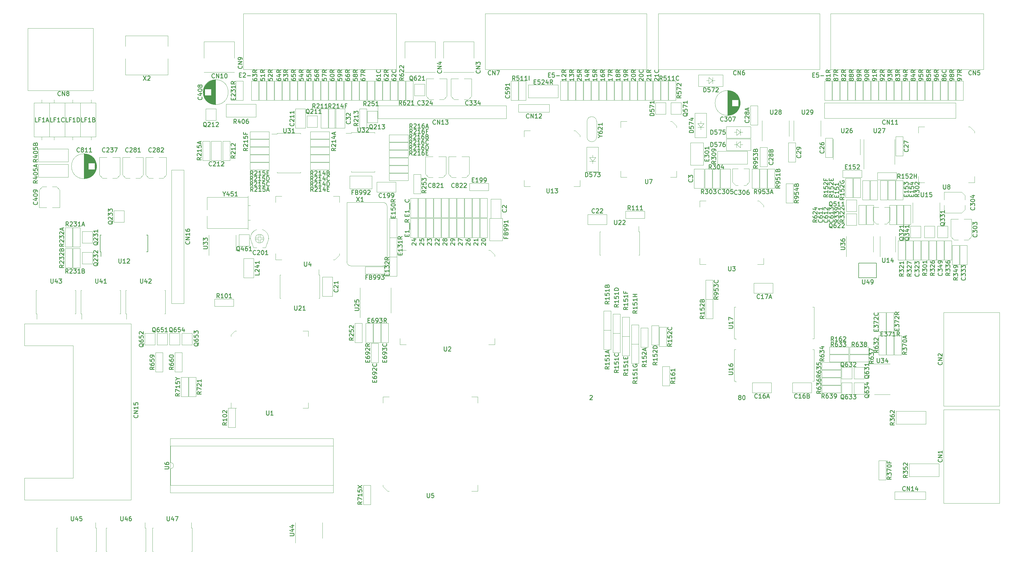
<source format=gto>
G04 #@! TF.GenerationSoftware,KiCad,Pcbnew,5.1.7-1.fc32*
G04 #@! TF.CreationDate,2020-10-19T10:18:13+01:00*
G04 #@! TF.ProjectId,Amiga600,416d6967-6136-4303-902e-6b696361645f,rev?*
G04 #@! TF.SameCoordinates,Original*
G04 #@! TF.FileFunction,Legend,Top*
G04 #@! TF.FilePolarity,Positive*
%FSLAX46Y46*%
G04 Gerber Fmt 4.6, Leading zero omitted, Abs format (unit mm)*
G04 Created by KiCad (PCBNEW 5.1.7-1.fc32) date 2020-10-19 10:18:13*
%MOMM*%
%LPD*%
G01*
G04 APERTURE LIST*
%ADD10C,0.240000*%
%ADD11C,0.120000*%
%ADD12C,0.127000*%
%ADD13C,0.150000*%
G04 APERTURE END LIST*
D10*
X74795333Y-51179333D02*
X74328666Y-50512666D01*
X73995333Y-51179333D02*
X73995333Y-49779333D01*
X74528666Y-49779333D01*
X74662000Y-49846000D01*
X74728666Y-49912666D01*
X74795333Y-50046000D01*
X74795333Y-50246000D01*
X74728666Y-50379333D01*
X74662000Y-50446000D01*
X74528666Y-50512666D01*
X73995333Y-50512666D01*
X75328666Y-49912666D02*
X75395333Y-49846000D01*
X75528666Y-49779333D01*
X75862000Y-49779333D01*
X75995333Y-49846000D01*
X76062000Y-49912666D01*
X76128666Y-50046000D01*
X76128666Y-50179333D01*
X76062000Y-50379333D01*
X75262000Y-51179333D01*
X76128666Y-51179333D01*
X77462000Y-51179333D02*
X76662000Y-51179333D01*
X77062000Y-51179333D02*
X77062000Y-49779333D01*
X76928666Y-49979333D01*
X76795333Y-50112666D01*
X76662000Y-50179333D01*
X78728666Y-49779333D02*
X78062000Y-49779333D01*
X77995333Y-50446000D01*
X78062000Y-50379333D01*
X78195333Y-50312666D01*
X78528666Y-50312666D01*
X78662000Y-50379333D01*
X78728666Y-50446000D01*
X78795333Y-50579333D01*
X78795333Y-50912666D01*
X78728666Y-51046000D01*
X78662000Y-51112666D01*
X78528666Y-51179333D01*
X78195333Y-51179333D01*
X78062000Y-51112666D01*
X77995333Y-51046000D01*
X79328666Y-50779333D02*
X79995333Y-50779333D01*
X79195333Y-51179333D02*
X79662000Y-49779333D01*
X80128666Y-51179333D01*
X74695333Y-49401333D02*
X74228666Y-48734666D01*
X73895333Y-49401333D02*
X73895333Y-48001333D01*
X74428666Y-48001333D01*
X74562000Y-48068000D01*
X74628666Y-48134666D01*
X74695333Y-48268000D01*
X74695333Y-48468000D01*
X74628666Y-48601333D01*
X74562000Y-48668000D01*
X74428666Y-48734666D01*
X73895333Y-48734666D01*
X75228666Y-48134666D02*
X75295333Y-48068000D01*
X75428666Y-48001333D01*
X75762000Y-48001333D01*
X75895333Y-48068000D01*
X75962000Y-48134666D01*
X76028666Y-48268000D01*
X76028666Y-48401333D01*
X75962000Y-48601333D01*
X75162000Y-49401333D01*
X76028666Y-49401333D01*
X77362000Y-49401333D02*
X76562000Y-49401333D01*
X76962000Y-49401333D02*
X76962000Y-48001333D01*
X76828666Y-48201333D01*
X76695333Y-48334666D01*
X76562000Y-48401333D01*
X78628666Y-48001333D02*
X77962000Y-48001333D01*
X77895333Y-48668000D01*
X77962000Y-48601333D01*
X78095333Y-48534666D01*
X78428666Y-48534666D01*
X78562000Y-48601333D01*
X78628666Y-48668000D01*
X78695333Y-48801333D01*
X78695333Y-49134666D01*
X78628666Y-49268000D01*
X78562000Y-49334666D01*
X78428666Y-49401333D01*
X78095333Y-49401333D01*
X77962000Y-49334666D01*
X77895333Y-49268000D01*
X80095333Y-49268000D02*
X80028666Y-49334666D01*
X79828666Y-49401333D01*
X79695333Y-49401333D01*
X79495333Y-49334666D01*
X79362000Y-49201333D01*
X79295333Y-49068000D01*
X79228666Y-48801333D01*
X79228666Y-48601333D01*
X79295333Y-48334666D01*
X79362000Y-48201333D01*
X79495333Y-48068000D01*
X79695333Y-48001333D01*
X79828666Y-48001333D01*
X80028666Y-48068000D01*
X80095333Y-48134666D01*
X74695333Y-47623333D02*
X74228666Y-46956666D01*
X73895333Y-47623333D02*
X73895333Y-46223333D01*
X74428666Y-46223333D01*
X74562000Y-46290000D01*
X74628666Y-46356666D01*
X74695333Y-46490000D01*
X74695333Y-46690000D01*
X74628666Y-46823333D01*
X74562000Y-46890000D01*
X74428666Y-46956666D01*
X73895333Y-46956666D01*
X75228666Y-46356666D02*
X75295333Y-46290000D01*
X75428666Y-46223333D01*
X75762000Y-46223333D01*
X75895333Y-46290000D01*
X75962000Y-46356666D01*
X76028666Y-46490000D01*
X76028666Y-46623333D01*
X75962000Y-46823333D01*
X75162000Y-47623333D01*
X76028666Y-47623333D01*
X77362000Y-47623333D02*
X76562000Y-47623333D01*
X76962000Y-47623333D02*
X76962000Y-46223333D01*
X76828666Y-46423333D01*
X76695333Y-46556666D01*
X76562000Y-46623333D01*
X78628666Y-46223333D02*
X77962000Y-46223333D01*
X77895333Y-46890000D01*
X77962000Y-46823333D01*
X78095333Y-46756666D01*
X78428666Y-46756666D01*
X78562000Y-46823333D01*
X78628666Y-46890000D01*
X78695333Y-47023333D01*
X78695333Y-47356666D01*
X78628666Y-47490000D01*
X78562000Y-47556666D01*
X78428666Y-47623333D01*
X78095333Y-47623333D01*
X77962000Y-47556666D01*
X77895333Y-47490000D01*
X79295333Y-47623333D02*
X79295333Y-46223333D01*
X79628666Y-46223333D01*
X79828666Y-46290000D01*
X79962000Y-46423333D01*
X80028666Y-46556666D01*
X80095333Y-46823333D01*
X80095333Y-47023333D01*
X80028666Y-47290000D01*
X79962000Y-47423333D01*
X79828666Y-47556666D01*
X79628666Y-47623333D01*
X79295333Y-47623333D01*
X74762000Y-45845333D02*
X74295333Y-45178666D01*
X73962000Y-45845333D02*
X73962000Y-44445333D01*
X74495333Y-44445333D01*
X74628666Y-44512000D01*
X74695333Y-44578666D01*
X74762000Y-44712000D01*
X74762000Y-44912000D01*
X74695333Y-45045333D01*
X74628666Y-45112000D01*
X74495333Y-45178666D01*
X73962000Y-45178666D01*
X75295333Y-44578666D02*
X75362000Y-44512000D01*
X75495333Y-44445333D01*
X75828666Y-44445333D01*
X75962000Y-44512000D01*
X76028666Y-44578666D01*
X76095333Y-44712000D01*
X76095333Y-44845333D01*
X76028666Y-45045333D01*
X75228666Y-45845333D01*
X76095333Y-45845333D01*
X77428666Y-45845333D02*
X76628666Y-45845333D01*
X77028666Y-45845333D02*
X77028666Y-44445333D01*
X76895333Y-44645333D01*
X76762000Y-44778666D01*
X76628666Y-44845333D01*
X78695333Y-44445333D02*
X78028666Y-44445333D01*
X77962000Y-45112000D01*
X78028666Y-45045333D01*
X78162000Y-44978666D01*
X78495333Y-44978666D01*
X78628666Y-45045333D01*
X78695333Y-45112000D01*
X78762000Y-45245333D01*
X78762000Y-45578666D01*
X78695333Y-45712000D01*
X78628666Y-45778666D01*
X78495333Y-45845333D01*
X78162000Y-45845333D01*
X78028666Y-45778666D01*
X77962000Y-45712000D01*
X79362000Y-45112000D02*
X79828666Y-45112000D01*
X80028666Y-45845333D02*
X79362000Y-45845333D01*
X79362000Y-44445333D01*
X80028666Y-44445333D01*
X101979333Y-36964666D02*
X101312666Y-37431333D01*
X101979333Y-37764666D02*
X100579333Y-37764666D01*
X100579333Y-37231333D01*
X100646000Y-37098000D01*
X100712666Y-37031333D01*
X100846000Y-36964666D01*
X101046000Y-36964666D01*
X101179333Y-37031333D01*
X101246000Y-37098000D01*
X101312666Y-37231333D01*
X101312666Y-37764666D01*
X100712666Y-36431333D02*
X100646000Y-36364666D01*
X100579333Y-36231333D01*
X100579333Y-35898000D01*
X100646000Y-35764666D01*
X100712666Y-35698000D01*
X100846000Y-35631333D01*
X100979333Y-35631333D01*
X101179333Y-35698000D01*
X101979333Y-36498000D01*
X101979333Y-35631333D01*
X101979333Y-34298000D02*
X101979333Y-35098000D01*
X101979333Y-34698000D02*
X100579333Y-34698000D01*
X100779333Y-34831333D01*
X100912666Y-34964666D01*
X100979333Y-35098000D01*
X101046000Y-33098000D02*
X101979333Y-33098000D01*
X100512666Y-33431333D02*
X101512666Y-33764666D01*
X101512666Y-32898000D01*
X101579333Y-32431333D02*
X101579333Y-31764666D01*
X101979333Y-32564666D02*
X100579333Y-32098000D01*
X101979333Y-31631333D01*
X94574000Y-51179333D02*
X94107333Y-50512666D01*
X93774000Y-51179333D02*
X93774000Y-49779333D01*
X94307333Y-49779333D01*
X94440666Y-49846000D01*
X94507333Y-49912666D01*
X94574000Y-50046000D01*
X94574000Y-50246000D01*
X94507333Y-50379333D01*
X94440666Y-50446000D01*
X94307333Y-50512666D01*
X93774000Y-50512666D01*
X95107333Y-49912666D02*
X95174000Y-49846000D01*
X95307333Y-49779333D01*
X95640666Y-49779333D01*
X95774000Y-49846000D01*
X95840666Y-49912666D01*
X95907333Y-50046000D01*
X95907333Y-50179333D01*
X95840666Y-50379333D01*
X95040666Y-51179333D01*
X95907333Y-51179333D01*
X97240666Y-51179333D02*
X96440666Y-51179333D01*
X96840666Y-51179333D02*
X96840666Y-49779333D01*
X96707333Y-49979333D01*
X96574000Y-50112666D01*
X96440666Y-50179333D01*
X98440666Y-50246000D02*
X98440666Y-51179333D01*
X98107333Y-49712666D02*
X97774000Y-50712666D01*
X98640666Y-50712666D01*
X99174000Y-50446000D02*
X99640666Y-50446000D01*
X99840666Y-51179333D02*
X99174000Y-51179333D01*
X99174000Y-49779333D01*
X99840666Y-49779333D01*
X94507333Y-49401333D02*
X94040666Y-48734666D01*
X93707333Y-49401333D02*
X93707333Y-48001333D01*
X94240666Y-48001333D01*
X94374000Y-48068000D01*
X94440666Y-48134666D01*
X94507333Y-48268000D01*
X94507333Y-48468000D01*
X94440666Y-48601333D01*
X94374000Y-48668000D01*
X94240666Y-48734666D01*
X93707333Y-48734666D01*
X95040666Y-48134666D02*
X95107333Y-48068000D01*
X95240666Y-48001333D01*
X95574000Y-48001333D01*
X95707333Y-48068000D01*
X95774000Y-48134666D01*
X95840666Y-48268000D01*
X95840666Y-48401333D01*
X95774000Y-48601333D01*
X94974000Y-49401333D01*
X95840666Y-49401333D01*
X97174000Y-49401333D02*
X96374000Y-49401333D01*
X96774000Y-49401333D02*
X96774000Y-48001333D01*
X96640666Y-48201333D01*
X96507333Y-48334666D01*
X96374000Y-48401333D01*
X98374000Y-48468000D02*
X98374000Y-49401333D01*
X98040666Y-47934666D02*
X97707333Y-48934666D01*
X98574000Y-48934666D01*
X99107333Y-49401333D02*
X99107333Y-48001333D01*
X99440666Y-48001333D01*
X99640666Y-48068000D01*
X99774000Y-48201333D01*
X99840666Y-48334666D01*
X99907333Y-48601333D01*
X99907333Y-48801333D01*
X99840666Y-49068000D01*
X99774000Y-49201333D01*
X99640666Y-49334666D01*
X99440666Y-49401333D01*
X99107333Y-49401333D01*
X94507333Y-47623333D02*
X94040666Y-46956666D01*
X93707333Y-47623333D02*
X93707333Y-46223333D01*
X94240666Y-46223333D01*
X94374000Y-46290000D01*
X94440666Y-46356666D01*
X94507333Y-46490000D01*
X94507333Y-46690000D01*
X94440666Y-46823333D01*
X94374000Y-46890000D01*
X94240666Y-46956666D01*
X93707333Y-46956666D01*
X95040666Y-46356666D02*
X95107333Y-46290000D01*
X95240666Y-46223333D01*
X95574000Y-46223333D01*
X95707333Y-46290000D01*
X95774000Y-46356666D01*
X95840666Y-46490000D01*
X95840666Y-46623333D01*
X95774000Y-46823333D01*
X94974000Y-47623333D01*
X95840666Y-47623333D01*
X97174000Y-47623333D02*
X96374000Y-47623333D01*
X96774000Y-47623333D02*
X96774000Y-46223333D01*
X96640666Y-46423333D01*
X96507333Y-46556666D01*
X96374000Y-46623333D01*
X98374000Y-46690000D02*
X98374000Y-47623333D01*
X98040666Y-46156666D02*
X97707333Y-47156666D01*
X98574000Y-47156666D01*
X99907333Y-47490000D02*
X99840666Y-47556666D01*
X99640666Y-47623333D01*
X99507333Y-47623333D01*
X99307333Y-47556666D01*
X99174000Y-47423333D01*
X99107333Y-47290000D01*
X99040666Y-47023333D01*
X99040666Y-46823333D01*
X99107333Y-46556666D01*
X99174000Y-46423333D01*
X99307333Y-46290000D01*
X99507333Y-46223333D01*
X99640666Y-46223333D01*
X99840666Y-46290000D01*
X99907333Y-46356666D01*
X127086000Y-39241333D02*
X126619333Y-38574666D01*
X126286000Y-39241333D02*
X126286000Y-37841333D01*
X126819333Y-37841333D01*
X126952666Y-37908000D01*
X127019333Y-37974666D01*
X127086000Y-38108000D01*
X127086000Y-38308000D01*
X127019333Y-38441333D01*
X126952666Y-38508000D01*
X126819333Y-38574666D01*
X126286000Y-38574666D01*
X127619333Y-37974666D02*
X127686000Y-37908000D01*
X127819333Y-37841333D01*
X128152666Y-37841333D01*
X128286000Y-37908000D01*
X128352666Y-37974666D01*
X128419333Y-38108000D01*
X128419333Y-38241333D01*
X128352666Y-38441333D01*
X127552666Y-39241333D01*
X128419333Y-39241333D01*
X129752666Y-39241333D02*
X128952666Y-39241333D01*
X129352666Y-39241333D02*
X129352666Y-37841333D01*
X129219333Y-38041333D01*
X129086000Y-38174666D01*
X128952666Y-38241333D01*
X130952666Y-37841333D02*
X130686000Y-37841333D01*
X130552666Y-37908000D01*
X130486000Y-37974666D01*
X130352666Y-38174666D01*
X130286000Y-38441333D01*
X130286000Y-38974666D01*
X130352666Y-39108000D01*
X130419333Y-39174666D01*
X130552666Y-39241333D01*
X130819333Y-39241333D01*
X130952666Y-39174666D01*
X131019333Y-39108000D01*
X131086000Y-38974666D01*
X131086000Y-38641333D01*
X131019333Y-38508000D01*
X130952666Y-38441333D01*
X130819333Y-38374666D01*
X130552666Y-38374666D01*
X130419333Y-38441333D01*
X130352666Y-38508000D01*
X130286000Y-38641333D01*
X131686000Y-38508000D02*
X132152666Y-38508000D01*
X132352666Y-39241333D02*
X131686000Y-39241333D01*
X131686000Y-37841333D01*
X132352666Y-37841333D01*
X127019333Y-37463333D02*
X126552666Y-36796666D01*
X126219333Y-37463333D02*
X126219333Y-36063333D01*
X126752666Y-36063333D01*
X126886000Y-36130000D01*
X126952666Y-36196666D01*
X127019333Y-36330000D01*
X127019333Y-36530000D01*
X126952666Y-36663333D01*
X126886000Y-36730000D01*
X126752666Y-36796666D01*
X126219333Y-36796666D01*
X127552666Y-36196666D02*
X127619333Y-36130000D01*
X127752666Y-36063333D01*
X128086000Y-36063333D01*
X128219333Y-36130000D01*
X128286000Y-36196666D01*
X128352666Y-36330000D01*
X128352666Y-36463333D01*
X128286000Y-36663333D01*
X127486000Y-37463333D01*
X128352666Y-37463333D01*
X129686000Y-37463333D02*
X128886000Y-37463333D01*
X129286000Y-37463333D02*
X129286000Y-36063333D01*
X129152666Y-36263333D01*
X129019333Y-36396666D01*
X128886000Y-36463333D01*
X130886000Y-36063333D02*
X130619333Y-36063333D01*
X130486000Y-36130000D01*
X130419333Y-36196666D01*
X130286000Y-36396666D01*
X130219333Y-36663333D01*
X130219333Y-37196666D01*
X130286000Y-37330000D01*
X130352666Y-37396666D01*
X130486000Y-37463333D01*
X130752666Y-37463333D01*
X130886000Y-37396666D01*
X130952666Y-37330000D01*
X131019333Y-37196666D01*
X131019333Y-36863333D01*
X130952666Y-36730000D01*
X130886000Y-36663333D01*
X130752666Y-36596666D01*
X130486000Y-36596666D01*
X130352666Y-36663333D01*
X130286000Y-36730000D01*
X130219333Y-36863333D01*
X131619333Y-37463333D02*
X131619333Y-36063333D01*
X131952666Y-36063333D01*
X132152666Y-36130000D01*
X132286000Y-36263333D01*
X132352666Y-36396666D01*
X132419333Y-36663333D01*
X132419333Y-36863333D01*
X132352666Y-37130000D01*
X132286000Y-37263333D01*
X132152666Y-37396666D01*
X131952666Y-37463333D01*
X131619333Y-37463333D01*
X127019333Y-35685333D02*
X126552666Y-35018666D01*
X126219333Y-35685333D02*
X126219333Y-34285333D01*
X126752666Y-34285333D01*
X126886000Y-34352000D01*
X126952666Y-34418666D01*
X127019333Y-34552000D01*
X127019333Y-34752000D01*
X126952666Y-34885333D01*
X126886000Y-34952000D01*
X126752666Y-35018666D01*
X126219333Y-35018666D01*
X127552666Y-34418666D02*
X127619333Y-34352000D01*
X127752666Y-34285333D01*
X128086000Y-34285333D01*
X128219333Y-34352000D01*
X128286000Y-34418666D01*
X128352666Y-34552000D01*
X128352666Y-34685333D01*
X128286000Y-34885333D01*
X127486000Y-35685333D01*
X128352666Y-35685333D01*
X129686000Y-35685333D02*
X128886000Y-35685333D01*
X129286000Y-35685333D02*
X129286000Y-34285333D01*
X129152666Y-34485333D01*
X129019333Y-34618666D01*
X128886000Y-34685333D01*
X130886000Y-34285333D02*
X130619333Y-34285333D01*
X130486000Y-34352000D01*
X130419333Y-34418666D01*
X130286000Y-34618666D01*
X130219333Y-34885333D01*
X130219333Y-35418666D01*
X130286000Y-35552000D01*
X130352666Y-35618666D01*
X130486000Y-35685333D01*
X130752666Y-35685333D01*
X130886000Y-35618666D01*
X130952666Y-35552000D01*
X131019333Y-35418666D01*
X131019333Y-35085333D01*
X130952666Y-34952000D01*
X130886000Y-34885333D01*
X130752666Y-34818666D01*
X130486000Y-34818666D01*
X130352666Y-34885333D01*
X130286000Y-34952000D01*
X130219333Y-35085333D01*
X132419333Y-35552000D02*
X132352666Y-35618666D01*
X132152666Y-35685333D01*
X132019333Y-35685333D01*
X131819333Y-35618666D01*
X131686000Y-35485333D01*
X131619333Y-35352000D01*
X131552666Y-35085333D01*
X131552666Y-34885333D01*
X131619333Y-34618666D01*
X131686000Y-34485333D01*
X131819333Y-34352000D01*
X132019333Y-34285333D01*
X132152666Y-34285333D01*
X132352666Y-34352000D01*
X132419333Y-34418666D01*
X127019333Y-33907333D02*
X126552666Y-33240666D01*
X126219333Y-33907333D02*
X126219333Y-32507333D01*
X126752666Y-32507333D01*
X126886000Y-32574000D01*
X126952666Y-32640666D01*
X127019333Y-32774000D01*
X127019333Y-32974000D01*
X126952666Y-33107333D01*
X126886000Y-33174000D01*
X126752666Y-33240666D01*
X126219333Y-33240666D01*
X127552666Y-32640666D02*
X127619333Y-32574000D01*
X127752666Y-32507333D01*
X128086000Y-32507333D01*
X128219333Y-32574000D01*
X128286000Y-32640666D01*
X128352666Y-32774000D01*
X128352666Y-32907333D01*
X128286000Y-33107333D01*
X127486000Y-33907333D01*
X128352666Y-33907333D01*
X129686000Y-33907333D02*
X128886000Y-33907333D01*
X129286000Y-33907333D02*
X129286000Y-32507333D01*
X129152666Y-32707333D01*
X129019333Y-32840666D01*
X128886000Y-32907333D01*
X130886000Y-32507333D02*
X130619333Y-32507333D01*
X130486000Y-32574000D01*
X130419333Y-32640666D01*
X130286000Y-32840666D01*
X130219333Y-33107333D01*
X130219333Y-33640666D01*
X130286000Y-33774000D01*
X130352666Y-33840666D01*
X130486000Y-33907333D01*
X130752666Y-33907333D01*
X130886000Y-33840666D01*
X130952666Y-33774000D01*
X131019333Y-33640666D01*
X131019333Y-33307333D01*
X130952666Y-33174000D01*
X130886000Y-33107333D01*
X130752666Y-33040666D01*
X130486000Y-33040666D01*
X130352666Y-33107333D01*
X130286000Y-33174000D01*
X130219333Y-33307333D01*
X132086000Y-33174000D02*
X132286000Y-33240666D01*
X132352666Y-33307333D01*
X132419333Y-33440666D01*
X132419333Y-33640666D01*
X132352666Y-33774000D01*
X132286000Y-33840666D01*
X132152666Y-33907333D01*
X131619333Y-33907333D01*
X131619333Y-32507333D01*
X132086000Y-32507333D01*
X132219333Y-32574000D01*
X132286000Y-32640666D01*
X132352666Y-32774000D01*
X132352666Y-32907333D01*
X132286000Y-33040666D01*
X132219333Y-33107333D01*
X132086000Y-33174000D01*
X131619333Y-33174000D01*
X127119333Y-32129333D02*
X126652666Y-31462666D01*
X126319333Y-32129333D02*
X126319333Y-30729333D01*
X126852666Y-30729333D01*
X126986000Y-30796000D01*
X127052666Y-30862666D01*
X127119333Y-30996000D01*
X127119333Y-31196000D01*
X127052666Y-31329333D01*
X126986000Y-31396000D01*
X126852666Y-31462666D01*
X126319333Y-31462666D01*
X127652666Y-30862666D02*
X127719333Y-30796000D01*
X127852666Y-30729333D01*
X128186000Y-30729333D01*
X128319333Y-30796000D01*
X128386000Y-30862666D01*
X128452666Y-30996000D01*
X128452666Y-31129333D01*
X128386000Y-31329333D01*
X127586000Y-32129333D01*
X128452666Y-32129333D01*
X129786000Y-32129333D02*
X128986000Y-32129333D01*
X129386000Y-32129333D02*
X129386000Y-30729333D01*
X129252666Y-30929333D01*
X129119333Y-31062666D01*
X128986000Y-31129333D01*
X130986000Y-30729333D02*
X130719333Y-30729333D01*
X130586000Y-30796000D01*
X130519333Y-30862666D01*
X130386000Y-31062666D01*
X130319333Y-31329333D01*
X130319333Y-31862666D01*
X130386000Y-31996000D01*
X130452666Y-32062666D01*
X130586000Y-32129333D01*
X130852666Y-32129333D01*
X130986000Y-32062666D01*
X131052666Y-31996000D01*
X131119333Y-31862666D01*
X131119333Y-31529333D01*
X131052666Y-31396000D01*
X130986000Y-31329333D01*
X130852666Y-31262666D01*
X130586000Y-31262666D01*
X130452666Y-31329333D01*
X130386000Y-31396000D01*
X130319333Y-31529333D01*
X132186000Y-31396000D02*
X131719333Y-31396000D01*
X131719333Y-32129333D02*
X131719333Y-30729333D01*
X132386000Y-30729333D01*
X41359333Y-38092000D02*
X41292666Y-38158666D01*
X41092666Y-38225333D01*
X40959333Y-38225333D01*
X40759333Y-38158666D01*
X40626000Y-38025333D01*
X40559333Y-37892000D01*
X40492666Y-37625333D01*
X40492666Y-37425333D01*
X40559333Y-37158666D01*
X40626000Y-37025333D01*
X40759333Y-36892000D01*
X40959333Y-36825333D01*
X41092666Y-36825333D01*
X41292666Y-36892000D01*
X41359333Y-36958666D01*
X41892666Y-36958666D02*
X41959333Y-36892000D01*
X42092666Y-36825333D01*
X42426000Y-36825333D01*
X42559333Y-36892000D01*
X42626000Y-36958666D01*
X42692666Y-37092000D01*
X42692666Y-37225333D01*
X42626000Y-37425333D01*
X41826000Y-38225333D01*
X42692666Y-38225333D01*
X43492666Y-37425333D02*
X43359333Y-37358666D01*
X43292666Y-37292000D01*
X43226000Y-37158666D01*
X43226000Y-37092000D01*
X43292666Y-36958666D01*
X43359333Y-36892000D01*
X43492666Y-36825333D01*
X43759333Y-36825333D01*
X43892666Y-36892000D01*
X43959333Y-36958666D01*
X44026000Y-37092000D01*
X44026000Y-37158666D01*
X43959333Y-37292000D01*
X43892666Y-37358666D01*
X43759333Y-37425333D01*
X43492666Y-37425333D01*
X43359333Y-37492000D01*
X43292666Y-37558666D01*
X43226000Y-37692000D01*
X43226000Y-37958666D01*
X43292666Y-38092000D01*
X43359333Y-38158666D01*
X43492666Y-38225333D01*
X43759333Y-38225333D01*
X43892666Y-38158666D01*
X43959333Y-38092000D01*
X44026000Y-37958666D01*
X44026000Y-37692000D01*
X43959333Y-37558666D01*
X43892666Y-37492000D01*
X43759333Y-37425333D01*
X44559333Y-36958666D02*
X44626000Y-36892000D01*
X44759333Y-36825333D01*
X45092666Y-36825333D01*
X45226000Y-36892000D01*
X45292666Y-36958666D01*
X45359333Y-37092000D01*
X45359333Y-37225333D01*
X45292666Y-37425333D01*
X44492666Y-38225333D01*
X45359333Y-38225333D01*
X33739333Y-38092000D02*
X33672666Y-38158666D01*
X33472666Y-38225333D01*
X33339333Y-38225333D01*
X33139333Y-38158666D01*
X33006000Y-38025333D01*
X32939333Y-37892000D01*
X32872666Y-37625333D01*
X32872666Y-37425333D01*
X32939333Y-37158666D01*
X33006000Y-37025333D01*
X33139333Y-36892000D01*
X33339333Y-36825333D01*
X33472666Y-36825333D01*
X33672666Y-36892000D01*
X33739333Y-36958666D01*
X34272666Y-36958666D02*
X34339333Y-36892000D01*
X34472666Y-36825333D01*
X34806000Y-36825333D01*
X34939333Y-36892000D01*
X35006000Y-36958666D01*
X35072666Y-37092000D01*
X35072666Y-37225333D01*
X35006000Y-37425333D01*
X34206000Y-38225333D01*
X35072666Y-38225333D01*
X35872666Y-37425333D02*
X35739333Y-37358666D01*
X35672666Y-37292000D01*
X35606000Y-37158666D01*
X35606000Y-37092000D01*
X35672666Y-36958666D01*
X35739333Y-36892000D01*
X35872666Y-36825333D01*
X36139333Y-36825333D01*
X36272666Y-36892000D01*
X36339333Y-36958666D01*
X36406000Y-37092000D01*
X36406000Y-37158666D01*
X36339333Y-37292000D01*
X36272666Y-37358666D01*
X36139333Y-37425333D01*
X35872666Y-37425333D01*
X35739333Y-37492000D01*
X35672666Y-37558666D01*
X35606000Y-37692000D01*
X35606000Y-37958666D01*
X35672666Y-38092000D01*
X35739333Y-38158666D01*
X35872666Y-38225333D01*
X36139333Y-38225333D01*
X36272666Y-38158666D01*
X36339333Y-38092000D01*
X36406000Y-37958666D01*
X36406000Y-37692000D01*
X36339333Y-37558666D01*
X36272666Y-37492000D01*
X36139333Y-37425333D01*
X37739333Y-38225333D02*
X36939333Y-38225333D01*
X37339333Y-38225333D02*
X37339333Y-36825333D01*
X37206000Y-37025333D01*
X37072666Y-37158666D01*
X36939333Y-37225333D01*
X107821333Y-99356666D02*
X107154666Y-99823333D01*
X107821333Y-100156666D02*
X106421333Y-100156666D01*
X106421333Y-99623333D01*
X106488000Y-99490000D01*
X106554666Y-99423333D01*
X106688000Y-99356666D01*
X106888000Y-99356666D01*
X107021333Y-99423333D01*
X107088000Y-99490000D01*
X107154666Y-99623333D01*
X107154666Y-100156666D01*
X106554666Y-98823333D02*
X106488000Y-98756666D01*
X106421333Y-98623333D01*
X106421333Y-98290000D01*
X106488000Y-98156666D01*
X106554666Y-98090000D01*
X106688000Y-98023333D01*
X106821333Y-98023333D01*
X107021333Y-98090000D01*
X107821333Y-98890000D01*
X107821333Y-98023333D01*
X106421333Y-96756666D02*
X106421333Y-97423333D01*
X107088000Y-97490000D01*
X107021333Y-97423333D01*
X106954666Y-97290000D01*
X106954666Y-96956666D01*
X107021333Y-96823333D01*
X107088000Y-96756666D01*
X107221333Y-96690000D01*
X107554666Y-96690000D01*
X107688000Y-96756666D01*
X107754666Y-96823333D01*
X107821333Y-96956666D01*
X107821333Y-97290000D01*
X107754666Y-97423333D01*
X107688000Y-97490000D01*
X106554666Y-96156666D02*
X106488000Y-96090000D01*
X106421333Y-95956666D01*
X106421333Y-95623333D01*
X106488000Y-95490000D01*
X106554666Y-95423333D01*
X106688000Y-95356666D01*
X106821333Y-95356666D01*
X107021333Y-95423333D01*
X107821333Y-96223333D01*
X107821333Y-95356666D01*
X112422000Y-107394000D02*
X112422000Y-106927333D01*
X113155333Y-106727333D02*
X113155333Y-107394000D01*
X111755333Y-107394000D01*
X111755333Y-106727333D01*
X111755333Y-105527333D02*
X111755333Y-105794000D01*
X111822000Y-105927333D01*
X111888666Y-105994000D01*
X112088666Y-106127333D01*
X112355333Y-106194000D01*
X112888666Y-106194000D01*
X113022000Y-106127333D01*
X113088666Y-106060666D01*
X113155333Y-105927333D01*
X113155333Y-105660666D01*
X113088666Y-105527333D01*
X113022000Y-105460666D01*
X112888666Y-105394000D01*
X112555333Y-105394000D01*
X112422000Y-105460666D01*
X112355333Y-105527333D01*
X112288666Y-105660666D01*
X112288666Y-105927333D01*
X112355333Y-106060666D01*
X112422000Y-106127333D01*
X112555333Y-106194000D01*
X113155333Y-104727333D02*
X113155333Y-104460666D01*
X113088666Y-104327333D01*
X113022000Y-104260666D01*
X112822000Y-104127333D01*
X112555333Y-104060666D01*
X112022000Y-104060666D01*
X111888666Y-104127333D01*
X111822000Y-104194000D01*
X111755333Y-104327333D01*
X111755333Y-104594000D01*
X111822000Y-104727333D01*
X111888666Y-104794000D01*
X112022000Y-104860666D01*
X112355333Y-104860666D01*
X112488666Y-104794000D01*
X112555333Y-104727333D01*
X112622000Y-104594000D01*
X112622000Y-104327333D01*
X112555333Y-104194000D01*
X112488666Y-104127333D01*
X112355333Y-104060666D01*
X111888666Y-103527333D02*
X111822000Y-103460666D01*
X111755333Y-103327333D01*
X111755333Y-102994000D01*
X111822000Y-102860666D01*
X111888666Y-102794000D01*
X112022000Y-102727333D01*
X112155333Y-102727333D01*
X112355333Y-102794000D01*
X113155333Y-103594000D01*
X113155333Y-102727333D01*
X113155333Y-101327333D02*
X112488666Y-101794000D01*
X113155333Y-102127333D02*
X111755333Y-102127333D01*
X111755333Y-101594000D01*
X111822000Y-101460666D01*
X111888666Y-101394000D01*
X112022000Y-101327333D01*
X112222000Y-101327333D01*
X112355333Y-101394000D01*
X112422000Y-101460666D01*
X112488666Y-101594000D01*
X112488666Y-102127333D01*
X114708000Y-113998000D02*
X114708000Y-113531333D01*
X115441333Y-113331333D02*
X115441333Y-113998000D01*
X114041333Y-113998000D01*
X114041333Y-113331333D01*
X114041333Y-112131333D02*
X114041333Y-112398000D01*
X114108000Y-112531333D01*
X114174666Y-112598000D01*
X114374666Y-112731333D01*
X114641333Y-112798000D01*
X115174666Y-112798000D01*
X115308000Y-112731333D01*
X115374666Y-112664666D01*
X115441333Y-112531333D01*
X115441333Y-112264666D01*
X115374666Y-112131333D01*
X115308000Y-112064666D01*
X115174666Y-111998000D01*
X114841333Y-111998000D01*
X114708000Y-112064666D01*
X114641333Y-112131333D01*
X114574666Y-112264666D01*
X114574666Y-112531333D01*
X114641333Y-112664666D01*
X114708000Y-112731333D01*
X114841333Y-112798000D01*
X115441333Y-111331333D02*
X115441333Y-111064666D01*
X115374666Y-110931333D01*
X115308000Y-110864666D01*
X115108000Y-110731333D01*
X114841333Y-110664666D01*
X114308000Y-110664666D01*
X114174666Y-110731333D01*
X114108000Y-110798000D01*
X114041333Y-110931333D01*
X114041333Y-111198000D01*
X114108000Y-111331333D01*
X114174666Y-111398000D01*
X114308000Y-111464666D01*
X114641333Y-111464666D01*
X114774666Y-111398000D01*
X114841333Y-111331333D01*
X114908000Y-111198000D01*
X114908000Y-110931333D01*
X114841333Y-110798000D01*
X114774666Y-110731333D01*
X114641333Y-110664666D01*
X114174666Y-110131333D02*
X114108000Y-110064666D01*
X114041333Y-109931333D01*
X114041333Y-109598000D01*
X114108000Y-109464666D01*
X114174666Y-109398000D01*
X114308000Y-109331333D01*
X114441333Y-109331333D01*
X114641333Y-109398000D01*
X115441333Y-110198000D01*
X115441333Y-109331333D01*
X115308000Y-107931333D02*
X115374666Y-107998000D01*
X115441333Y-108198000D01*
X115441333Y-108331333D01*
X115374666Y-108531333D01*
X115241333Y-108664666D01*
X115108000Y-108731333D01*
X114841333Y-108798000D01*
X114641333Y-108798000D01*
X114374666Y-108731333D01*
X114241333Y-108664666D01*
X114108000Y-108531333D01*
X114041333Y-108331333D01*
X114041333Y-108198000D01*
X114108000Y-107998000D01*
X114174666Y-107931333D01*
X112570000Y-93626000D02*
X113036666Y-93626000D01*
X113236666Y-94359333D02*
X112570000Y-94359333D01*
X112570000Y-92959333D01*
X113236666Y-92959333D01*
X114436666Y-92959333D02*
X114170000Y-92959333D01*
X114036666Y-93026000D01*
X113970000Y-93092666D01*
X113836666Y-93292666D01*
X113770000Y-93559333D01*
X113770000Y-94092666D01*
X113836666Y-94226000D01*
X113903333Y-94292666D01*
X114036666Y-94359333D01*
X114303333Y-94359333D01*
X114436666Y-94292666D01*
X114503333Y-94226000D01*
X114570000Y-94092666D01*
X114570000Y-93759333D01*
X114503333Y-93626000D01*
X114436666Y-93559333D01*
X114303333Y-93492666D01*
X114036666Y-93492666D01*
X113903333Y-93559333D01*
X113836666Y-93626000D01*
X113770000Y-93759333D01*
X115236666Y-94359333D02*
X115503333Y-94359333D01*
X115636666Y-94292666D01*
X115703333Y-94226000D01*
X115836666Y-94026000D01*
X115903333Y-93759333D01*
X115903333Y-93226000D01*
X115836666Y-93092666D01*
X115770000Y-93026000D01*
X115636666Y-92959333D01*
X115370000Y-92959333D01*
X115236666Y-93026000D01*
X115170000Y-93092666D01*
X115103333Y-93226000D01*
X115103333Y-93559333D01*
X115170000Y-93692666D01*
X115236666Y-93759333D01*
X115370000Y-93826000D01*
X115636666Y-93826000D01*
X115770000Y-93759333D01*
X115836666Y-93692666D01*
X115903333Y-93559333D01*
X116370000Y-92959333D02*
X117236666Y-92959333D01*
X116770000Y-93492666D01*
X116970000Y-93492666D01*
X117103333Y-93559333D01*
X117170000Y-93626000D01*
X117236666Y-93759333D01*
X117236666Y-94092666D01*
X117170000Y-94226000D01*
X117103333Y-94292666D01*
X116970000Y-94359333D01*
X116570000Y-94359333D01*
X116436666Y-94292666D01*
X116370000Y-94226000D01*
X118636666Y-94359333D02*
X118170000Y-93692666D01*
X117836666Y-94359333D02*
X117836666Y-92959333D01*
X118370000Y-92959333D01*
X118503333Y-93026000D01*
X118570000Y-93092666D01*
X118636666Y-93226000D01*
X118636666Y-93426000D01*
X118570000Y-93559333D01*
X118503333Y-93626000D01*
X118370000Y-93692666D01*
X117836666Y-93692666D01*
X118010000Y-107394000D02*
X118010000Y-106927333D01*
X118743333Y-106727333D02*
X118743333Y-107394000D01*
X117343333Y-107394000D01*
X117343333Y-106727333D01*
X117343333Y-105527333D02*
X117343333Y-105794000D01*
X117410000Y-105927333D01*
X117476666Y-105994000D01*
X117676666Y-106127333D01*
X117943333Y-106194000D01*
X118476666Y-106194000D01*
X118610000Y-106127333D01*
X118676666Y-106060666D01*
X118743333Y-105927333D01*
X118743333Y-105660666D01*
X118676666Y-105527333D01*
X118610000Y-105460666D01*
X118476666Y-105394000D01*
X118143333Y-105394000D01*
X118010000Y-105460666D01*
X117943333Y-105527333D01*
X117876666Y-105660666D01*
X117876666Y-105927333D01*
X117943333Y-106060666D01*
X118010000Y-106127333D01*
X118143333Y-106194000D01*
X118743333Y-104727333D02*
X118743333Y-104460666D01*
X118676666Y-104327333D01*
X118610000Y-104260666D01*
X118410000Y-104127333D01*
X118143333Y-104060666D01*
X117610000Y-104060666D01*
X117476666Y-104127333D01*
X117410000Y-104194000D01*
X117343333Y-104327333D01*
X117343333Y-104594000D01*
X117410000Y-104727333D01*
X117476666Y-104794000D01*
X117610000Y-104860666D01*
X117943333Y-104860666D01*
X118076666Y-104794000D01*
X118143333Y-104727333D01*
X118210000Y-104594000D01*
X118210000Y-104327333D01*
X118143333Y-104194000D01*
X118076666Y-104127333D01*
X117943333Y-104060666D01*
X117343333Y-103594000D02*
X117343333Y-102727333D01*
X117876666Y-103194000D01*
X117876666Y-102994000D01*
X117943333Y-102860666D01*
X118010000Y-102794000D01*
X118143333Y-102727333D01*
X118476666Y-102727333D01*
X118610000Y-102794000D01*
X118676666Y-102860666D01*
X118743333Y-102994000D01*
X118743333Y-103394000D01*
X118676666Y-103527333D01*
X118610000Y-103594000D01*
X118610000Y-101327333D02*
X118676666Y-101394000D01*
X118743333Y-101594000D01*
X118743333Y-101727333D01*
X118676666Y-101927333D01*
X118543333Y-102060666D01*
X118410000Y-102127333D01*
X118143333Y-102194000D01*
X117943333Y-102194000D01*
X117676666Y-102127333D01*
X117543333Y-102060666D01*
X117410000Y-101927333D01*
X117343333Y-101727333D01*
X117343333Y-101594000D01*
X117410000Y-101394000D01*
X117476666Y-101327333D01*
X263777333Y-52204666D02*
X263110666Y-52671333D01*
X263777333Y-53004666D02*
X262377333Y-53004666D01*
X262377333Y-52471333D01*
X262444000Y-52338000D01*
X262510666Y-52271333D01*
X262644000Y-52204666D01*
X262844000Y-52204666D01*
X262977333Y-52271333D01*
X263044000Y-52338000D01*
X263110666Y-52471333D01*
X263110666Y-53004666D01*
X263777333Y-50871333D02*
X263777333Y-51671333D01*
X263777333Y-51271333D02*
X262377333Y-51271333D01*
X262577333Y-51404666D01*
X262710666Y-51538000D01*
X262777333Y-51671333D01*
X262377333Y-49604666D02*
X262377333Y-50271333D01*
X263044000Y-50338000D01*
X262977333Y-50271333D01*
X262910666Y-50138000D01*
X262910666Y-49804666D01*
X262977333Y-49671333D01*
X263044000Y-49604666D01*
X263177333Y-49538000D01*
X263510666Y-49538000D01*
X263644000Y-49604666D01*
X263710666Y-49671333D01*
X263777333Y-49804666D01*
X263777333Y-50138000D01*
X263710666Y-50271333D01*
X263644000Y-50338000D01*
X262510666Y-49004666D02*
X262444000Y-48938000D01*
X262377333Y-48804666D01*
X262377333Y-48471333D01*
X262444000Y-48338000D01*
X262510666Y-48271333D01*
X262644000Y-48204666D01*
X262777333Y-48204666D01*
X262977333Y-48271333D01*
X263777333Y-49071333D01*
X263777333Y-48204666D01*
X263044000Y-47138000D02*
X263044000Y-47604666D01*
X263777333Y-47604666D02*
X262377333Y-47604666D01*
X262377333Y-46938000D01*
X265555333Y-52238000D02*
X264888666Y-52704666D01*
X265555333Y-53038000D02*
X264155333Y-53038000D01*
X264155333Y-52504666D01*
X264222000Y-52371333D01*
X264288666Y-52304666D01*
X264422000Y-52238000D01*
X264622000Y-52238000D01*
X264755333Y-52304666D01*
X264822000Y-52371333D01*
X264888666Y-52504666D01*
X264888666Y-53038000D01*
X265555333Y-50904666D02*
X265555333Y-51704666D01*
X265555333Y-51304666D02*
X264155333Y-51304666D01*
X264355333Y-51438000D01*
X264488666Y-51571333D01*
X264555333Y-51704666D01*
X264155333Y-49638000D02*
X264155333Y-50304666D01*
X264822000Y-50371333D01*
X264755333Y-50304666D01*
X264688666Y-50171333D01*
X264688666Y-49838000D01*
X264755333Y-49704666D01*
X264822000Y-49638000D01*
X264955333Y-49571333D01*
X265288666Y-49571333D01*
X265422000Y-49638000D01*
X265488666Y-49704666D01*
X265555333Y-49838000D01*
X265555333Y-50171333D01*
X265488666Y-50304666D01*
X265422000Y-50371333D01*
X264288666Y-49038000D02*
X264222000Y-48971333D01*
X264155333Y-48838000D01*
X264155333Y-48504666D01*
X264222000Y-48371333D01*
X264288666Y-48304666D01*
X264422000Y-48238000D01*
X264555333Y-48238000D01*
X264755333Y-48304666D01*
X265555333Y-49104666D01*
X265555333Y-48238000D01*
X264822000Y-47638000D02*
X264822000Y-47171333D01*
X265555333Y-46971333D02*
X265555333Y-47638000D01*
X264155333Y-47638000D01*
X264155333Y-46971333D01*
X266600000Y-53100000D02*
X266600000Y-52633333D01*
X267333333Y-52433333D02*
X267333333Y-53100000D01*
X265933333Y-53100000D01*
X265933333Y-52433333D01*
X267333333Y-51100000D02*
X267333333Y-51900000D01*
X267333333Y-51500000D02*
X265933333Y-51500000D01*
X266133333Y-51633333D01*
X266266666Y-51766666D01*
X266333333Y-51900000D01*
X265933333Y-49833333D02*
X265933333Y-50500000D01*
X266600000Y-50566666D01*
X266533333Y-50500000D01*
X266466666Y-50366666D01*
X266466666Y-50033333D01*
X266533333Y-49900000D01*
X266600000Y-49833333D01*
X266733333Y-49766666D01*
X267066666Y-49766666D01*
X267200000Y-49833333D01*
X267266666Y-49900000D01*
X267333333Y-50033333D01*
X267333333Y-50366666D01*
X267266666Y-50500000D01*
X267200000Y-50566666D01*
X267333333Y-48433333D02*
X267333333Y-49233333D01*
X267333333Y-48833333D02*
X265933333Y-48833333D01*
X266133333Y-48966666D01*
X266266666Y-49100000D01*
X266333333Y-49233333D01*
X269111333Y-53066666D02*
X268444666Y-53533333D01*
X269111333Y-53866666D02*
X267711333Y-53866666D01*
X267711333Y-53333333D01*
X267778000Y-53200000D01*
X267844666Y-53133333D01*
X267978000Y-53066666D01*
X268178000Y-53066666D01*
X268311333Y-53133333D01*
X268378000Y-53200000D01*
X268444666Y-53333333D01*
X268444666Y-53866666D01*
X269111333Y-51733333D02*
X269111333Y-52533333D01*
X269111333Y-52133333D02*
X267711333Y-52133333D01*
X267911333Y-52266666D01*
X268044666Y-52400000D01*
X268111333Y-52533333D01*
X267711333Y-50466666D02*
X267711333Y-51133333D01*
X268378000Y-51200000D01*
X268311333Y-51133333D01*
X268244666Y-51000000D01*
X268244666Y-50666666D01*
X268311333Y-50533333D01*
X268378000Y-50466666D01*
X268511333Y-50400000D01*
X268844666Y-50400000D01*
X268978000Y-50466666D01*
X269044666Y-50533333D01*
X269111333Y-50666666D01*
X269111333Y-51000000D01*
X269044666Y-51133333D01*
X268978000Y-51200000D01*
X267844666Y-49866666D02*
X267778000Y-49800000D01*
X267711333Y-49666666D01*
X267711333Y-49333333D01*
X267778000Y-49200000D01*
X267844666Y-49133333D01*
X267978000Y-49066666D01*
X268111333Y-49066666D01*
X268311333Y-49133333D01*
X269111333Y-49933333D01*
X269111333Y-49066666D01*
X267778000Y-47733333D02*
X267711333Y-47866666D01*
X267711333Y-48066666D01*
X267778000Y-48266666D01*
X267911333Y-48400000D01*
X268044666Y-48466666D01*
X268311333Y-48533333D01*
X268511333Y-48533333D01*
X268778000Y-48466666D01*
X268911333Y-48400000D01*
X269044666Y-48266666D01*
X269111333Y-48066666D01*
X269111333Y-47933333D01*
X269044666Y-47733333D01*
X268978000Y-47666666D01*
X268511333Y-47666666D01*
X268511333Y-47933333D01*
X289460000Y-52846000D02*
X289460000Y-52379333D01*
X290193333Y-52179333D02*
X290193333Y-52846000D01*
X288793333Y-52846000D01*
X288793333Y-52179333D01*
X290193333Y-50846000D02*
X290193333Y-51646000D01*
X290193333Y-51246000D02*
X288793333Y-51246000D01*
X288993333Y-51379333D01*
X289126666Y-51512666D01*
X289193333Y-51646000D01*
X288793333Y-49579333D02*
X288793333Y-50246000D01*
X289460000Y-50312666D01*
X289393333Y-50246000D01*
X289326666Y-50112666D01*
X289326666Y-49779333D01*
X289393333Y-49646000D01*
X289460000Y-49579333D01*
X289593333Y-49512666D01*
X289926666Y-49512666D01*
X290060000Y-49579333D01*
X290126666Y-49646000D01*
X290193333Y-49779333D01*
X290193333Y-50112666D01*
X290126666Y-50246000D01*
X290060000Y-50312666D01*
X288793333Y-49046000D02*
X288793333Y-48179333D01*
X289326666Y-48646000D01*
X289326666Y-48446000D01*
X289393333Y-48312666D01*
X289460000Y-48246000D01*
X289593333Y-48179333D01*
X289926666Y-48179333D01*
X290060000Y-48246000D01*
X290126666Y-48312666D01*
X290193333Y-48446000D01*
X290193333Y-48846000D01*
X290126666Y-48979333D01*
X290060000Y-49046000D01*
X291238000Y-52846000D02*
X291238000Y-52379333D01*
X291971333Y-52179333D02*
X291971333Y-52846000D01*
X290571333Y-52846000D01*
X290571333Y-52179333D01*
X291971333Y-50846000D02*
X291971333Y-51646000D01*
X291971333Y-51246000D02*
X290571333Y-51246000D01*
X290771333Y-51379333D01*
X290904666Y-51512666D01*
X290971333Y-51646000D01*
X290571333Y-49579333D02*
X290571333Y-50246000D01*
X291238000Y-50312666D01*
X291171333Y-50246000D01*
X291104666Y-50112666D01*
X291104666Y-49779333D01*
X291171333Y-49646000D01*
X291238000Y-49579333D01*
X291371333Y-49512666D01*
X291704666Y-49512666D01*
X291838000Y-49579333D01*
X291904666Y-49646000D01*
X291971333Y-49779333D01*
X291971333Y-50112666D01*
X291904666Y-50246000D01*
X291838000Y-50312666D01*
X291038000Y-48312666D02*
X291971333Y-48312666D01*
X290504666Y-48646000D02*
X291504666Y-48979333D01*
X291504666Y-48112666D01*
X293749333Y-52112666D02*
X293082666Y-52579333D01*
X293749333Y-52912666D02*
X292349333Y-52912666D01*
X292349333Y-52379333D01*
X292416000Y-52246000D01*
X292482666Y-52179333D01*
X292616000Y-52112666D01*
X292816000Y-52112666D01*
X292949333Y-52179333D01*
X293016000Y-52246000D01*
X293082666Y-52379333D01*
X293082666Y-52912666D01*
X292349333Y-51646000D02*
X292349333Y-50779333D01*
X292882666Y-51246000D01*
X292882666Y-51046000D01*
X292949333Y-50912666D01*
X293016000Y-50846000D01*
X293149333Y-50779333D01*
X293482666Y-50779333D01*
X293616000Y-50846000D01*
X293682666Y-50912666D01*
X293749333Y-51046000D01*
X293749333Y-51446000D01*
X293682666Y-51579333D01*
X293616000Y-51646000D01*
X292349333Y-49912666D02*
X292349333Y-49779333D01*
X292416000Y-49646000D01*
X292482666Y-49579333D01*
X292616000Y-49512666D01*
X292882666Y-49446000D01*
X293216000Y-49446000D01*
X293482666Y-49512666D01*
X293616000Y-49579333D01*
X293682666Y-49646000D01*
X293749333Y-49779333D01*
X293749333Y-49912666D01*
X293682666Y-50046000D01*
X293616000Y-50112666D01*
X293482666Y-50179333D01*
X293216000Y-50246000D01*
X292882666Y-50246000D01*
X292616000Y-50179333D01*
X292482666Y-50112666D01*
X292416000Y-50046000D01*
X292349333Y-49912666D01*
X292482666Y-48912666D02*
X292416000Y-48846000D01*
X292349333Y-48712666D01*
X292349333Y-48379333D01*
X292416000Y-48246000D01*
X292482666Y-48179333D01*
X292616000Y-48112666D01*
X292749333Y-48112666D01*
X292949333Y-48179333D01*
X293749333Y-48979333D01*
X293749333Y-48112666D01*
X287514000Y-46861333D02*
X287047333Y-46194666D01*
X286714000Y-46861333D02*
X286714000Y-45461333D01*
X287247333Y-45461333D01*
X287380666Y-45528000D01*
X287447333Y-45594666D01*
X287514000Y-45728000D01*
X287514000Y-45928000D01*
X287447333Y-46061333D01*
X287380666Y-46128000D01*
X287247333Y-46194666D01*
X286714000Y-46194666D01*
X288847333Y-46861333D02*
X288047333Y-46861333D01*
X288447333Y-46861333D02*
X288447333Y-45461333D01*
X288314000Y-45661333D01*
X288180666Y-45794666D01*
X288047333Y-45861333D01*
X290114000Y-45461333D02*
X289447333Y-45461333D01*
X289380666Y-46128000D01*
X289447333Y-46061333D01*
X289580666Y-45994666D01*
X289914000Y-45994666D01*
X290047333Y-46061333D01*
X290114000Y-46128000D01*
X290180666Y-46261333D01*
X290180666Y-46594666D01*
X290114000Y-46728000D01*
X290047333Y-46794666D01*
X289914000Y-46861333D01*
X289580666Y-46861333D01*
X289447333Y-46794666D01*
X289380666Y-46728000D01*
X290714000Y-45594666D02*
X290780666Y-45528000D01*
X290914000Y-45461333D01*
X291247333Y-45461333D01*
X291380666Y-45528000D01*
X291447333Y-45594666D01*
X291514000Y-45728000D01*
X291514000Y-45861333D01*
X291447333Y-46061333D01*
X290647333Y-46861333D01*
X291514000Y-46861333D01*
X292114000Y-46861333D02*
X292114000Y-45461333D01*
X292114000Y-46128000D02*
X292914000Y-46128000D01*
X292914000Y-46861333D02*
X292914000Y-45461333D01*
X260221333Y-60494666D02*
X259554666Y-60961333D01*
X260221333Y-61294666D02*
X258821333Y-61294666D01*
X258821333Y-60761333D01*
X258888000Y-60628000D01*
X258954666Y-60561333D01*
X259088000Y-60494666D01*
X259288000Y-60494666D01*
X259421333Y-60561333D01*
X259488000Y-60628000D01*
X259554666Y-60761333D01*
X259554666Y-61294666D01*
X258821333Y-59294666D02*
X258821333Y-59561333D01*
X258888000Y-59694666D01*
X258954666Y-59761333D01*
X259154666Y-59894666D01*
X259421333Y-59961333D01*
X259954666Y-59961333D01*
X260088000Y-59894666D01*
X260154666Y-59828000D01*
X260221333Y-59694666D01*
X260221333Y-59428000D01*
X260154666Y-59294666D01*
X260088000Y-59228000D01*
X259954666Y-59161333D01*
X259621333Y-59161333D01*
X259488000Y-59228000D01*
X259421333Y-59294666D01*
X259354666Y-59428000D01*
X259354666Y-59694666D01*
X259421333Y-59828000D01*
X259488000Y-59894666D01*
X259621333Y-59961333D01*
X258954666Y-58628000D02*
X258888000Y-58561333D01*
X258821333Y-58428000D01*
X258821333Y-58094666D01*
X258888000Y-57961333D01*
X258954666Y-57894666D01*
X259088000Y-57828000D01*
X259221333Y-57828000D01*
X259421333Y-57894666D01*
X260221333Y-58694666D01*
X260221333Y-57828000D01*
X259288000Y-56628000D02*
X260221333Y-56628000D01*
X258754666Y-56961333D02*
X259754666Y-57294666D01*
X259754666Y-56428000D01*
X261866000Y-60494666D02*
X261932666Y-60561333D01*
X261999333Y-60761333D01*
X261999333Y-60894666D01*
X261932666Y-61094666D01*
X261799333Y-61228000D01*
X261666000Y-61294666D01*
X261399333Y-61361333D01*
X261199333Y-61361333D01*
X260932666Y-61294666D01*
X260799333Y-61228000D01*
X260666000Y-61094666D01*
X260599333Y-60894666D01*
X260599333Y-60761333D01*
X260666000Y-60561333D01*
X260732666Y-60494666D01*
X260599333Y-59294666D02*
X260599333Y-59561333D01*
X260666000Y-59694666D01*
X260732666Y-59761333D01*
X260932666Y-59894666D01*
X261199333Y-59961333D01*
X261732666Y-59961333D01*
X261866000Y-59894666D01*
X261932666Y-59828000D01*
X261999333Y-59694666D01*
X261999333Y-59428000D01*
X261932666Y-59294666D01*
X261866000Y-59228000D01*
X261732666Y-59161333D01*
X261399333Y-59161333D01*
X261266000Y-59228000D01*
X261199333Y-59294666D01*
X261132666Y-59428000D01*
X261132666Y-59694666D01*
X261199333Y-59828000D01*
X261266000Y-59894666D01*
X261399333Y-59961333D01*
X261999333Y-57828000D02*
X261999333Y-58628000D01*
X261999333Y-58228000D02*
X260599333Y-58228000D01*
X260799333Y-58361333D01*
X260932666Y-58494666D01*
X260999333Y-58628000D01*
X261999333Y-56494666D02*
X261999333Y-57294666D01*
X261999333Y-56894666D02*
X260599333Y-56894666D01*
X260799333Y-57028000D01*
X260932666Y-57161333D01*
X260999333Y-57294666D01*
X265422000Y-60494666D02*
X265488666Y-60561333D01*
X265555333Y-60761333D01*
X265555333Y-60894666D01*
X265488666Y-61094666D01*
X265355333Y-61228000D01*
X265222000Y-61294666D01*
X264955333Y-61361333D01*
X264755333Y-61361333D01*
X264488666Y-61294666D01*
X264355333Y-61228000D01*
X264222000Y-61094666D01*
X264155333Y-60894666D01*
X264155333Y-60761333D01*
X264222000Y-60561333D01*
X264288666Y-60494666D01*
X264155333Y-59294666D02*
X264155333Y-59561333D01*
X264222000Y-59694666D01*
X264288666Y-59761333D01*
X264488666Y-59894666D01*
X264755333Y-59961333D01*
X265288666Y-59961333D01*
X265422000Y-59894666D01*
X265488666Y-59828000D01*
X265555333Y-59694666D01*
X265555333Y-59428000D01*
X265488666Y-59294666D01*
X265422000Y-59228000D01*
X265288666Y-59161333D01*
X264955333Y-59161333D01*
X264822000Y-59228000D01*
X264755333Y-59294666D01*
X264688666Y-59428000D01*
X264688666Y-59694666D01*
X264755333Y-59828000D01*
X264822000Y-59894666D01*
X264955333Y-59961333D01*
X265555333Y-57828000D02*
X265555333Y-58628000D01*
X265555333Y-58228000D02*
X264155333Y-58228000D01*
X264355333Y-58361333D01*
X264488666Y-58494666D01*
X264555333Y-58628000D01*
X264155333Y-57361333D02*
X264155333Y-56494666D01*
X264688666Y-56961333D01*
X264688666Y-56761333D01*
X264755333Y-56628000D01*
X264822000Y-56561333D01*
X264955333Y-56494666D01*
X265288666Y-56494666D01*
X265422000Y-56561333D01*
X265488666Y-56628000D01*
X265555333Y-56761333D01*
X265555333Y-57161333D01*
X265488666Y-57294666D01*
X265422000Y-57361333D01*
X267333333Y-60494666D02*
X266666666Y-60961333D01*
X267333333Y-61294666D02*
X265933333Y-61294666D01*
X265933333Y-60761333D01*
X266000000Y-60628000D01*
X266066666Y-60561333D01*
X266200000Y-60494666D01*
X266400000Y-60494666D01*
X266533333Y-60561333D01*
X266600000Y-60628000D01*
X266666666Y-60761333D01*
X266666666Y-61294666D01*
X265933333Y-60028000D02*
X265933333Y-59161333D01*
X266466666Y-59628000D01*
X266466666Y-59428000D01*
X266533333Y-59294666D01*
X266600000Y-59228000D01*
X266733333Y-59161333D01*
X267066666Y-59161333D01*
X267200000Y-59228000D01*
X267266666Y-59294666D01*
X267333333Y-59428000D01*
X267333333Y-59828000D01*
X267266666Y-59961333D01*
X267200000Y-60028000D01*
X265933333Y-58694666D02*
X265933333Y-57828000D01*
X266466666Y-58294666D01*
X266466666Y-58094666D01*
X266533333Y-57961333D01*
X266600000Y-57894666D01*
X266733333Y-57828000D01*
X267066666Y-57828000D01*
X267200000Y-57894666D01*
X267266666Y-57961333D01*
X267333333Y-58094666D01*
X267333333Y-58494666D01*
X267266666Y-58628000D01*
X267200000Y-58694666D01*
X267333333Y-57161333D02*
X267333333Y-56894666D01*
X267266666Y-56761333D01*
X267200000Y-56694666D01*
X267000000Y-56561333D01*
X266733333Y-56494666D01*
X266200000Y-56494666D01*
X266066666Y-56561333D01*
X266000000Y-56628000D01*
X265933333Y-56761333D01*
X265933333Y-57028000D01*
X266000000Y-57161333D01*
X266066666Y-57228000D01*
X266200000Y-57294666D01*
X266533333Y-57294666D01*
X266666666Y-57228000D01*
X266733333Y-57161333D01*
X266800000Y-57028000D01*
X266800000Y-56761333D01*
X266733333Y-56628000D01*
X266666666Y-56561333D01*
X266533333Y-56494666D01*
X269111333Y-60494666D02*
X268444666Y-60961333D01*
X269111333Y-61294666D02*
X267711333Y-61294666D01*
X267711333Y-60761333D01*
X267778000Y-60628000D01*
X267844666Y-60561333D01*
X267978000Y-60494666D01*
X268178000Y-60494666D01*
X268311333Y-60561333D01*
X268378000Y-60628000D01*
X268444666Y-60761333D01*
X268444666Y-61294666D01*
X267711333Y-60028000D02*
X267711333Y-59161333D01*
X268244666Y-59628000D01*
X268244666Y-59428000D01*
X268311333Y-59294666D01*
X268378000Y-59228000D01*
X268511333Y-59161333D01*
X268844666Y-59161333D01*
X268978000Y-59228000D01*
X269044666Y-59294666D01*
X269111333Y-59428000D01*
X269111333Y-59828000D01*
X269044666Y-59961333D01*
X268978000Y-60028000D01*
X267844666Y-58628000D02*
X267778000Y-58561333D01*
X267711333Y-58428000D01*
X267711333Y-58094666D01*
X267778000Y-57961333D01*
X267844666Y-57894666D01*
X267978000Y-57828000D01*
X268111333Y-57828000D01*
X268311333Y-57894666D01*
X269111333Y-58694666D01*
X269111333Y-57828000D01*
X267844666Y-57294666D02*
X267778000Y-57228000D01*
X267711333Y-57094666D01*
X267711333Y-56761333D01*
X267778000Y-56628000D01*
X267844666Y-56561333D01*
X267978000Y-56494666D01*
X268111333Y-56494666D01*
X268311333Y-56561333D01*
X269111333Y-57361333D01*
X269111333Y-56494666D01*
X70302666Y-12854000D02*
X70769333Y-12854000D01*
X70969333Y-13587333D02*
X70302666Y-13587333D01*
X70302666Y-12187333D01*
X70969333Y-12187333D01*
X71502666Y-12320666D02*
X71569333Y-12254000D01*
X71702666Y-12187333D01*
X72036000Y-12187333D01*
X72169333Y-12254000D01*
X72236000Y-12320666D01*
X72302666Y-12454000D01*
X72302666Y-12587333D01*
X72236000Y-12787333D01*
X71436000Y-13587333D01*
X72302666Y-13587333D01*
X72902666Y-13054000D02*
X73969333Y-13054000D01*
X68226000Y-21034000D02*
X68226000Y-20567333D01*
X68959333Y-20367333D02*
X68959333Y-21034000D01*
X67559333Y-21034000D01*
X67559333Y-20367333D01*
X67692666Y-19834000D02*
X67626000Y-19767333D01*
X67559333Y-19634000D01*
X67559333Y-19300666D01*
X67626000Y-19167333D01*
X67692666Y-19100666D01*
X67826000Y-19034000D01*
X67959333Y-19034000D01*
X68159333Y-19100666D01*
X68959333Y-19900666D01*
X68959333Y-19034000D01*
X67559333Y-18567333D02*
X67559333Y-17700666D01*
X68092666Y-18167333D01*
X68092666Y-17967333D01*
X68159333Y-17834000D01*
X68226000Y-17767333D01*
X68359333Y-17700666D01*
X68692666Y-17700666D01*
X68826000Y-17767333D01*
X68892666Y-17834000D01*
X68959333Y-17967333D01*
X68959333Y-18367333D01*
X68892666Y-18500666D01*
X68826000Y-18567333D01*
X68959333Y-16367333D02*
X68959333Y-17167333D01*
X68959333Y-16767333D02*
X67559333Y-16767333D01*
X67759333Y-16900666D01*
X67892666Y-17034000D01*
X67959333Y-17167333D01*
X68959333Y-14967333D02*
X68292666Y-15434000D01*
X68959333Y-15767333D02*
X67559333Y-15767333D01*
X67559333Y-15234000D01*
X67626000Y-15100666D01*
X67692666Y-15034000D01*
X67826000Y-14967333D01*
X68026000Y-14967333D01*
X68159333Y-15034000D01*
X68226000Y-15100666D01*
X68292666Y-15234000D01*
X68292666Y-15767333D01*
X123655333Y-22731333D02*
X123188666Y-22064666D01*
X122855333Y-22731333D02*
X122855333Y-21331333D01*
X123388666Y-21331333D01*
X123522000Y-21398000D01*
X123588666Y-21464666D01*
X123655333Y-21598000D01*
X123655333Y-21798000D01*
X123588666Y-21931333D01*
X123522000Y-21998000D01*
X123388666Y-22064666D01*
X122855333Y-22064666D01*
X124855333Y-21331333D02*
X124588666Y-21331333D01*
X124455333Y-21398000D01*
X124388666Y-21464666D01*
X124255333Y-21664666D01*
X124188666Y-21931333D01*
X124188666Y-22464666D01*
X124255333Y-22598000D01*
X124322000Y-22664666D01*
X124455333Y-22731333D01*
X124722000Y-22731333D01*
X124855333Y-22664666D01*
X124922000Y-22598000D01*
X124988666Y-22464666D01*
X124988666Y-22131333D01*
X124922000Y-21998000D01*
X124855333Y-21931333D01*
X124722000Y-21864666D01*
X124455333Y-21864666D01*
X124322000Y-21931333D01*
X124255333Y-21998000D01*
X124188666Y-22131333D01*
X125522000Y-21464666D02*
X125588666Y-21398000D01*
X125722000Y-21331333D01*
X126055333Y-21331333D01*
X126188666Y-21398000D01*
X126255333Y-21464666D01*
X126322000Y-21598000D01*
X126322000Y-21731333D01*
X126255333Y-21931333D01*
X125455333Y-22731333D01*
X126322000Y-22731333D01*
X127655333Y-22731333D02*
X126855333Y-22731333D01*
X127255333Y-22731333D02*
X127255333Y-21331333D01*
X127122000Y-21531333D01*
X126988666Y-21664666D01*
X126855333Y-21731333D01*
X124331333Y-13758666D02*
X123664666Y-14225333D01*
X124331333Y-14558666D02*
X122931333Y-14558666D01*
X122931333Y-14025333D01*
X122998000Y-13892000D01*
X123064666Y-13825333D01*
X123198000Y-13758666D01*
X123398000Y-13758666D01*
X123531333Y-13825333D01*
X123598000Y-13892000D01*
X123664666Y-14025333D01*
X123664666Y-14558666D01*
X122931333Y-12558666D02*
X122931333Y-12825333D01*
X122998000Y-12958666D01*
X123064666Y-13025333D01*
X123264666Y-13158666D01*
X123531333Y-13225333D01*
X124064666Y-13225333D01*
X124198000Y-13158666D01*
X124264666Y-13092000D01*
X124331333Y-12958666D01*
X124331333Y-12692000D01*
X124264666Y-12558666D01*
X124198000Y-12492000D01*
X124064666Y-12425333D01*
X123731333Y-12425333D01*
X123598000Y-12492000D01*
X123531333Y-12558666D01*
X123464666Y-12692000D01*
X123464666Y-12958666D01*
X123531333Y-13092000D01*
X123598000Y-13158666D01*
X123731333Y-13225333D01*
X123064666Y-11892000D02*
X122998000Y-11825333D01*
X122931333Y-11692000D01*
X122931333Y-11358666D01*
X122998000Y-11225333D01*
X123064666Y-11158666D01*
X123198000Y-11092000D01*
X123331333Y-11092000D01*
X123531333Y-11158666D01*
X124331333Y-11958666D01*
X124331333Y-11092000D01*
X123064666Y-10558666D02*
X122998000Y-10492000D01*
X122931333Y-10358666D01*
X122931333Y-10025333D01*
X122998000Y-9892000D01*
X123064666Y-9825333D01*
X123198000Y-9758666D01*
X123331333Y-9758666D01*
X123531333Y-9825333D01*
X124331333Y-10625333D01*
X124331333Y-9758666D01*
X120391333Y-14054000D02*
X120391333Y-14320666D01*
X120458000Y-14454000D01*
X120524666Y-14520666D01*
X120724666Y-14654000D01*
X120991333Y-14720666D01*
X121524666Y-14720666D01*
X121658000Y-14654000D01*
X121724666Y-14587333D01*
X121791333Y-14454000D01*
X121791333Y-14187333D01*
X121724666Y-14054000D01*
X121658000Y-13987333D01*
X121524666Y-13920666D01*
X121191333Y-13920666D01*
X121058000Y-13987333D01*
X120991333Y-14054000D01*
X120924666Y-14187333D01*
X120924666Y-14454000D01*
X120991333Y-14587333D01*
X121058000Y-14654000D01*
X121191333Y-14720666D01*
X120524666Y-13387333D02*
X120458000Y-13320666D01*
X120391333Y-13187333D01*
X120391333Y-12854000D01*
X120458000Y-12720666D01*
X120524666Y-12654000D01*
X120658000Y-12587333D01*
X120791333Y-12587333D01*
X120991333Y-12654000D01*
X121791333Y-13454000D01*
X121791333Y-12587333D01*
X121658000Y-11187333D02*
X121724666Y-11254000D01*
X121791333Y-11454000D01*
X121791333Y-11587333D01*
X121724666Y-11787333D01*
X121591333Y-11920666D01*
X121458000Y-11987333D01*
X121191333Y-12054000D01*
X120991333Y-12054000D01*
X120724666Y-11987333D01*
X120591333Y-11920666D01*
X120458000Y-11787333D01*
X120391333Y-11587333D01*
X120391333Y-11454000D01*
X120458000Y-11254000D01*
X120524666Y-11187333D01*
X117851333Y-14054000D02*
X117851333Y-14320666D01*
X117918000Y-14454000D01*
X117984666Y-14520666D01*
X118184666Y-14654000D01*
X118451333Y-14720666D01*
X118984666Y-14720666D01*
X119118000Y-14654000D01*
X119184666Y-14587333D01*
X119251333Y-14454000D01*
X119251333Y-14187333D01*
X119184666Y-14054000D01*
X119118000Y-13987333D01*
X118984666Y-13920666D01*
X118651333Y-13920666D01*
X118518000Y-13987333D01*
X118451333Y-14054000D01*
X118384666Y-14187333D01*
X118384666Y-14454000D01*
X118451333Y-14587333D01*
X118518000Y-14654000D01*
X118651333Y-14720666D01*
X117984666Y-13387333D02*
X117918000Y-13320666D01*
X117851333Y-13187333D01*
X117851333Y-12854000D01*
X117918000Y-12720666D01*
X117984666Y-12654000D01*
X118118000Y-12587333D01*
X118251333Y-12587333D01*
X118451333Y-12654000D01*
X119251333Y-13454000D01*
X119251333Y-12587333D01*
X119251333Y-11187333D02*
X118584666Y-11654000D01*
X119251333Y-11987333D02*
X117851333Y-11987333D01*
X117851333Y-11454000D01*
X117918000Y-11320666D01*
X117984666Y-11254000D01*
X118118000Y-11187333D01*
X118318000Y-11187333D01*
X118451333Y-11254000D01*
X118518000Y-11320666D01*
X118584666Y-11454000D01*
X118584666Y-11987333D01*
X115311333Y-14054000D02*
X115311333Y-14320666D01*
X115378000Y-14454000D01*
X115444666Y-14520666D01*
X115644666Y-14654000D01*
X115911333Y-14720666D01*
X116444666Y-14720666D01*
X116578000Y-14654000D01*
X116644666Y-14587333D01*
X116711333Y-14454000D01*
X116711333Y-14187333D01*
X116644666Y-14054000D01*
X116578000Y-13987333D01*
X116444666Y-13920666D01*
X116111333Y-13920666D01*
X115978000Y-13987333D01*
X115911333Y-14054000D01*
X115844666Y-14187333D01*
X115844666Y-14454000D01*
X115911333Y-14587333D01*
X115978000Y-14654000D01*
X116111333Y-14720666D01*
X116711333Y-12587333D02*
X116711333Y-13387333D01*
X116711333Y-12987333D02*
X115311333Y-12987333D01*
X115511333Y-13120666D01*
X115644666Y-13254000D01*
X115711333Y-13387333D01*
X116578000Y-11187333D02*
X116644666Y-11254000D01*
X116711333Y-11454000D01*
X116711333Y-11587333D01*
X116644666Y-11787333D01*
X116511333Y-11920666D01*
X116378000Y-11987333D01*
X116111333Y-12054000D01*
X115911333Y-12054000D01*
X115644666Y-11987333D01*
X115511333Y-11920666D01*
X115378000Y-11787333D01*
X115311333Y-11587333D01*
X115311333Y-11454000D01*
X115378000Y-11254000D01*
X115444666Y-11187333D01*
X111971333Y-22985333D02*
X111504666Y-22318666D01*
X111171333Y-22985333D02*
X111171333Y-21585333D01*
X111704666Y-21585333D01*
X111838000Y-21652000D01*
X111904666Y-21718666D01*
X111971333Y-21852000D01*
X111971333Y-22052000D01*
X111904666Y-22185333D01*
X111838000Y-22252000D01*
X111704666Y-22318666D01*
X111171333Y-22318666D01*
X112504666Y-21718666D02*
X112571333Y-21652000D01*
X112704666Y-21585333D01*
X113038000Y-21585333D01*
X113171333Y-21652000D01*
X113238000Y-21718666D01*
X113304666Y-21852000D01*
X113304666Y-21985333D01*
X113238000Y-22185333D01*
X112438000Y-22985333D01*
X113304666Y-22985333D01*
X114571333Y-21585333D02*
X113904666Y-21585333D01*
X113838000Y-22252000D01*
X113904666Y-22185333D01*
X114038000Y-22118666D01*
X114371333Y-22118666D01*
X114504666Y-22185333D01*
X114571333Y-22252000D01*
X114638000Y-22385333D01*
X114638000Y-22718666D01*
X114571333Y-22852000D01*
X114504666Y-22918666D01*
X114371333Y-22985333D01*
X114038000Y-22985333D01*
X113904666Y-22918666D01*
X113838000Y-22852000D01*
X115971333Y-22985333D02*
X115171333Y-22985333D01*
X115571333Y-22985333D02*
X115571333Y-21585333D01*
X115438000Y-21785333D01*
X115304666Y-21918666D01*
X115171333Y-21985333D01*
X53840000Y-67673333D02*
X53906666Y-67740000D01*
X53973333Y-67940000D01*
X53973333Y-68073333D01*
X53906666Y-68273333D01*
X53773333Y-68406666D01*
X53640000Y-68473333D01*
X53373333Y-68540000D01*
X53173333Y-68540000D01*
X52906666Y-68473333D01*
X52773333Y-68406666D01*
X52640000Y-68273333D01*
X52573333Y-68073333D01*
X52573333Y-67940000D01*
X52640000Y-67740000D01*
X52706666Y-67673333D01*
X53973333Y-67073333D02*
X52573333Y-67073333D01*
X53973333Y-66273333D01*
X52573333Y-66273333D01*
X53973333Y-64873333D02*
X53973333Y-65673333D01*
X53973333Y-65273333D02*
X52573333Y-65273333D01*
X52773333Y-65406666D01*
X52906666Y-65540000D01*
X52973333Y-65673333D01*
X52573333Y-63673333D02*
X52573333Y-63940000D01*
X52640000Y-64073333D01*
X52706666Y-64140000D01*
X52906666Y-64273333D01*
X53173333Y-64340000D01*
X53706666Y-64340000D01*
X53840000Y-64273333D01*
X53906666Y-64206666D01*
X53973333Y-64073333D01*
X53973333Y-63806666D01*
X53906666Y-63673333D01*
X53840000Y-63606666D01*
X53706666Y-63540000D01*
X53373333Y-63540000D01*
X53240000Y-63606666D01*
X53173333Y-63673333D01*
X53106666Y-63806666D01*
X53106666Y-64073333D01*
X53173333Y-64206666D01*
X53240000Y-64273333D01*
X53373333Y-64340000D01*
X48317333Y-97540666D02*
X48184000Y-97474000D01*
X48050666Y-97340666D01*
X47850666Y-97140666D01*
X47717333Y-97074000D01*
X47584000Y-97074000D01*
X47650666Y-97407333D02*
X47517333Y-97340666D01*
X47384000Y-97207333D01*
X47317333Y-96940666D01*
X47317333Y-96474000D01*
X47384000Y-96207333D01*
X47517333Y-96074000D01*
X47650666Y-96007333D01*
X47917333Y-96007333D01*
X48050666Y-96074000D01*
X48184000Y-96207333D01*
X48250666Y-96474000D01*
X48250666Y-96940666D01*
X48184000Y-97207333D01*
X48050666Y-97340666D01*
X47917333Y-97407333D01*
X47650666Y-97407333D01*
X49450666Y-96007333D02*
X49184000Y-96007333D01*
X49050666Y-96074000D01*
X48984000Y-96140666D01*
X48850666Y-96340666D01*
X48784000Y-96607333D01*
X48784000Y-97140666D01*
X48850666Y-97274000D01*
X48917333Y-97340666D01*
X49050666Y-97407333D01*
X49317333Y-97407333D01*
X49450666Y-97340666D01*
X49517333Y-97274000D01*
X49584000Y-97140666D01*
X49584000Y-96807333D01*
X49517333Y-96674000D01*
X49450666Y-96607333D01*
X49317333Y-96540666D01*
X49050666Y-96540666D01*
X48917333Y-96607333D01*
X48850666Y-96674000D01*
X48784000Y-96807333D01*
X50850666Y-96007333D02*
X50184000Y-96007333D01*
X50117333Y-96674000D01*
X50184000Y-96607333D01*
X50317333Y-96540666D01*
X50650666Y-96540666D01*
X50784000Y-96607333D01*
X50850666Y-96674000D01*
X50917333Y-96807333D01*
X50917333Y-97140666D01*
X50850666Y-97274000D01*
X50784000Y-97340666D01*
X50650666Y-97407333D01*
X50317333Y-97407333D01*
X50184000Y-97340666D01*
X50117333Y-97274000D01*
X52117333Y-96474000D02*
X52117333Y-97407333D01*
X51784000Y-95940666D02*
X51450666Y-96940666D01*
X52317333Y-96940666D01*
X42729333Y-97540666D02*
X42596000Y-97474000D01*
X42462666Y-97340666D01*
X42262666Y-97140666D01*
X42129333Y-97074000D01*
X41996000Y-97074000D01*
X42062666Y-97407333D02*
X41929333Y-97340666D01*
X41796000Y-97207333D01*
X41729333Y-96940666D01*
X41729333Y-96474000D01*
X41796000Y-96207333D01*
X41929333Y-96074000D01*
X42062666Y-96007333D01*
X42329333Y-96007333D01*
X42462666Y-96074000D01*
X42596000Y-96207333D01*
X42662666Y-96474000D01*
X42662666Y-96940666D01*
X42596000Y-97207333D01*
X42462666Y-97340666D01*
X42329333Y-97407333D01*
X42062666Y-97407333D01*
X43862666Y-96007333D02*
X43596000Y-96007333D01*
X43462666Y-96074000D01*
X43396000Y-96140666D01*
X43262666Y-96340666D01*
X43196000Y-96607333D01*
X43196000Y-97140666D01*
X43262666Y-97274000D01*
X43329333Y-97340666D01*
X43462666Y-97407333D01*
X43729333Y-97407333D01*
X43862666Y-97340666D01*
X43929333Y-97274000D01*
X43996000Y-97140666D01*
X43996000Y-96807333D01*
X43929333Y-96674000D01*
X43862666Y-96607333D01*
X43729333Y-96540666D01*
X43462666Y-96540666D01*
X43329333Y-96607333D01*
X43262666Y-96674000D01*
X43196000Y-96807333D01*
X45262666Y-96007333D02*
X44596000Y-96007333D01*
X44529333Y-96674000D01*
X44596000Y-96607333D01*
X44729333Y-96540666D01*
X45062666Y-96540666D01*
X45196000Y-96607333D01*
X45262666Y-96674000D01*
X45329333Y-96807333D01*
X45329333Y-97140666D01*
X45262666Y-97274000D01*
X45196000Y-97340666D01*
X45062666Y-97407333D01*
X44729333Y-97407333D01*
X44596000Y-97340666D01*
X44529333Y-97274000D01*
X46662666Y-97407333D02*
X45862666Y-97407333D01*
X46262666Y-97407333D02*
X46262666Y-96007333D01*
X46129333Y-96207333D01*
X45996000Y-96340666D01*
X45862666Y-96407333D01*
X56900666Y-101034666D02*
X56834000Y-101168000D01*
X56700666Y-101301333D01*
X56500666Y-101501333D01*
X56434000Y-101634666D01*
X56434000Y-101768000D01*
X56767333Y-101701333D02*
X56700666Y-101834666D01*
X56567333Y-101968000D01*
X56300666Y-102034666D01*
X55834000Y-102034666D01*
X55567333Y-101968000D01*
X55434000Y-101834666D01*
X55367333Y-101701333D01*
X55367333Y-101434666D01*
X55434000Y-101301333D01*
X55567333Y-101168000D01*
X55834000Y-101101333D01*
X56300666Y-101101333D01*
X56567333Y-101168000D01*
X56700666Y-101301333D01*
X56767333Y-101434666D01*
X56767333Y-101701333D01*
X55367333Y-99901333D02*
X55367333Y-100168000D01*
X55434000Y-100301333D01*
X55500666Y-100368000D01*
X55700666Y-100501333D01*
X55967333Y-100568000D01*
X56500666Y-100568000D01*
X56634000Y-100501333D01*
X56700666Y-100434666D01*
X56767333Y-100301333D01*
X56767333Y-100034666D01*
X56700666Y-99901333D01*
X56634000Y-99834666D01*
X56500666Y-99768000D01*
X56167333Y-99768000D01*
X56034000Y-99834666D01*
X55967333Y-99901333D01*
X55900666Y-100034666D01*
X55900666Y-100301333D01*
X55967333Y-100434666D01*
X56034000Y-100501333D01*
X56167333Y-100568000D01*
X55367333Y-98501333D02*
X55367333Y-99168000D01*
X56034000Y-99234666D01*
X55967333Y-99168000D01*
X55900666Y-99034666D01*
X55900666Y-98701333D01*
X55967333Y-98568000D01*
X56034000Y-98501333D01*
X56167333Y-98434666D01*
X56500666Y-98434666D01*
X56634000Y-98501333D01*
X56700666Y-98568000D01*
X56767333Y-98701333D01*
X56767333Y-99034666D01*
X56700666Y-99168000D01*
X56634000Y-99234666D01*
X55367333Y-97968000D02*
X55367333Y-97101333D01*
X55900666Y-97568000D01*
X55900666Y-97368000D01*
X55967333Y-97234666D01*
X56034000Y-97168000D01*
X56167333Y-97101333D01*
X56500666Y-97101333D01*
X56634000Y-97168000D01*
X56700666Y-97234666D01*
X56767333Y-97368000D01*
X56767333Y-97768000D01*
X56700666Y-97901333D01*
X56634000Y-97968000D01*
X38866666Y-101288666D02*
X38800000Y-101422000D01*
X38666666Y-101555333D01*
X38466666Y-101755333D01*
X38400000Y-101888666D01*
X38400000Y-102022000D01*
X38733333Y-101955333D02*
X38666666Y-102088666D01*
X38533333Y-102222000D01*
X38266666Y-102288666D01*
X37800000Y-102288666D01*
X37533333Y-102222000D01*
X37400000Y-102088666D01*
X37333333Y-101955333D01*
X37333333Y-101688666D01*
X37400000Y-101555333D01*
X37533333Y-101422000D01*
X37800000Y-101355333D01*
X38266666Y-101355333D01*
X38533333Y-101422000D01*
X38666666Y-101555333D01*
X38733333Y-101688666D01*
X38733333Y-101955333D01*
X37333333Y-100155333D02*
X37333333Y-100422000D01*
X37400000Y-100555333D01*
X37466666Y-100622000D01*
X37666666Y-100755333D01*
X37933333Y-100822000D01*
X38466666Y-100822000D01*
X38600000Y-100755333D01*
X38666666Y-100688666D01*
X38733333Y-100555333D01*
X38733333Y-100288666D01*
X38666666Y-100155333D01*
X38600000Y-100088666D01*
X38466666Y-100022000D01*
X38133333Y-100022000D01*
X38000000Y-100088666D01*
X37933333Y-100155333D01*
X37866666Y-100288666D01*
X37866666Y-100555333D01*
X37933333Y-100688666D01*
X38000000Y-100755333D01*
X38133333Y-100822000D01*
X37333333Y-98755333D02*
X37333333Y-99422000D01*
X38000000Y-99488666D01*
X37933333Y-99422000D01*
X37866666Y-99288666D01*
X37866666Y-98955333D01*
X37933333Y-98822000D01*
X38000000Y-98755333D01*
X38133333Y-98688666D01*
X38466666Y-98688666D01*
X38600000Y-98755333D01*
X38666666Y-98822000D01*
X38733333Y-98955333D01*
X38733333Y-99288666D01*
X38666666Y-99422000D01*
X38600000Y-99488666D01*
X37466666Y-98155333D02*
X37400000Y-98088666D01*
X37333333Y-97955333D01*
X37333333Y-97622000D01*
X37400000Y-97488666D01*
X37466666Y-97422000D01*
X37600000Y-97355333D01*
X37733333Y-97355333D01*
X37933333Y-97422000D01*
X38733333Y-98222000D01*
X38733333Y-97355333D01*
X28706666Y-60902666D02*
X28640000Y-61036000D01*
X28506666Y-61169333D01*
X28306666Y-61369333D01*
X28240000Y-61502666D01*
X28240000Y-61636000D01*
X28573333Y-61569333D02*
X28506666Y-61702666D01*
X28373333Y-61836000D01*
X28106666Y-61902666D01*
X27640000Y-61902666D01*
X27373333Y-61836000D01*
X27240000Y-61702666D01*
X27173333Y-61569333D01*
X27173333Y-61302666D01*
X27240000Y-61169333D01*
X27373333Y-61036000D01*
X27640000Y-60969333D01*
X28106666Y-60969333D01*
X28373333Y-61036000D01*
X28506666Y-61169333D01*
X28573333Y-61302666D01*
X28573333Y-61569333D01*
X27306666Y-60436000D02*
X27240000Y-60369333D01*
X27173333Y-60236000D01*
X27173333Y-59902666D01*
X27240000Y-59769333D01*
X27306666Y-59702666D01*
X27440000Y-59636000D01*
X27573333Y-59636000D01*
X27773333Y-59702666D01*
X28573333Y-60502666D01*
X28573333Y-59636000D01*
X27173333Y-59169333D02*
X27173333Y-58302666D01*
X27706666Y-58769333D01*
X27706666Y-58569333D01*
X27773333Y-58436000D01*
X27840000Y-58369333D01*
X27973333Y-58302666D01*
X28306666Y-58302666D01*
X28440000Y-58369333D01*
X28506666Y-58436000D01*
X28573333Y-58569333D01*
X28573333Y-58969333D01*
X28506666Y-59102666D01*
X28440000Y-59169333D01*
X27173333Y-57836000D02*
X27173333Y-56969333D01*
X27706666Y-57436000D01*
X27706666Y-57236000D01*
X27773333Y-57102666D01*
X27840000Y-57036000D01*
X27973333Y-56969333D01*
X28306666Y-56969333D01*
X28440000Y-57036000D01*
X28506666Y-57102666D01*
X28573333Y-57236000D01*
X28573333Y-57636000D01*
X28506666Y-57769333D01*
X28440000Y-57836000D01*
X26119333Y-38092000D02*
X26052666Y-38158666D01*
X25852666Y-38225333D01*
X25719333Y-38225333D01*
X25519333Y-38158666D01*
X25386000Y-38025333D01*
X25319333Y-37892000D01*
X25252666Y-37625333D01*
X25252666Y-37425333D01*
X25319333Y-37158666D01*
X25386000Y-37025333D01*
X25519333Y-36892000D01*
X25719333Y-36825333D01*
X25852666Y-36825333D01*
X26052666Y-36892000D01*
X26119333Y-36958666D01*
X26652666Y-36958666D02*
X26719333Y-36892000D01*
X26852666Y-36825333D01*
X27186000Y-36825333D01*
X27319333Y-36892000D01*
X27386000Y-36958666D01*
X27452666Y-37092000D01*
X27452666Y-37225333D01*
X27386000Y-37425333D01*
X26586000Y-38225333D01*
X27452666Y-38225333D01*
X27919333Y-36825333D02*
X28786000Y-36825333D01*
X28319333Y-37358666D01*
X28519333Y-37358666D01*
X28652666Y-37425333D01*
X28719333Y-37492000D01*
X28786000Y-37625333D01*
X28786000Y-37958666D01*
X28719333Y-38092000D01*
X28652666Y-38158666D01*
X28519333Y-38225333D01*
X28119333Y-38225333D01*
X27986000Y-38158666D01*
X27919333Y-38092000D01*
X29252666Y-36825333D02*
X30186000Y-36825333D01*
X29586000Y-38225333D01*
X17737333Y-38092000D02*
X17670666Y-38158666D01*
X17470666Y-38225333D01*
X17337333Y-38225333D01*
X17137333Y-38158666D01*
X17004000Y-38025333D01*
X16937333Y-37892000D01*
X16870666Y-37625333D01*
X16870666Y-37425333D01*
X16937333Y-37158666D01*
X17004000Y-37025333D01*
X17137333Y-36892000D01*
X17337333Y-36825333D01*
X17470666Y-36825333D01*
X17670666Y-36892000D01*
X17737333Y-36958666D01*
X18537333Y-37425333D02*
X18404000Y-37358666D01*
X18337333Y-37292000D01*
X18270666Y-37158666D01*
X18270666Y-37092000D01*
X18337333Y-36958666D01*
X18404000Y-36892000D01*
X18537333Y-36825333D01*
X18804000Y-36825333D01*
X18937333Y-36892000D01*
X19004000Y-36958666D01*
X19070666Y-37092000D01*
X19070666Y-37158666D01*
X19004000Y-37292000D01*
X18937333Y-37358666D01*
X18804000Y-37425333D01*
X18537333Y-37425333D01*
X18404000Y-37492000D01*
X18337333Y-37558666D01*
X18270666Y-37692000D01*
X18270666Y-37958666D01*
X18337333Y-38092000D01*
X18404000Y-38158666D01*
X18537333Y-38225333D01*
X18804000Y-38225333D01*
X18937333Y-38158666D01*
X19004000Y-38092000D01*
X19070666Y-37958666D01*
X19070666Y-37692000D01*
X19004000Y-37558666D01*
X18937333Y-37492000D01*
X18804000Y-37425333D01*
X20404000Y-38225333D02*
X19604000Y-38225333D01*
X20004000Y-38225333D02*
X20004000Y-36825333D01*
X19870666Y-37025333D01*
X19737333Y-37158666D01*
X19604000Y-37225333D01*
X21737333Y-38225333D02*
X20937333Y-38225333D01*
X21337333Y-38225333D02*
X21337333Y-36825333D01*
X21204000Y-37025333D01*
X21070666Y-37158666D01*
X20937333Y-37225333D01*
X23880666Y-74618666D02*
X23814000Y-74752000D01*
X23680666Y-74885333D01*
X23480666Y-75085333D01*
X23414000Y-75218666D01*
X23414000Y-75352000D01*
X23747333Y-75285333D02*
X23680666Y-75418666D01*
X23547333Y-75552000D01*
X23280666Y-75618666D01*
X22814000Y-75618666D01*
X22547333Y-75552000D01*
X22414000Y-75418666D01*
X22347333Y-75285333D01*
X22347333Y-75018666D01*
X22414000Y-74885333D01*
X22547333Y-74752000D01*
X22814000Y-74685333D01*
X23280666Y-74685333D01*
X23547333Y-74752000D01*
X23680666Y-74885333D01*
X23747333Y-75018666D01*
X23747333Y-75285333D01*
X22480666Y-74152000D02*
X22414000Y-74085333D01*
X22347333Y-73952000D01*
X22347333Y-73618666D01*
X22414000Y-73485333D01*
X22480666Y-73418666D01*
X22614000Y-73352000D01*
X22747333Y-73352000D01*
X22947333Y-73418666D01*
X23747333Y-74218666D01*
X23747333Y-73352000D01*
X22347333Y-72885333D02*
X22347333Y-72018666D01*
X22880666Y-72485333D01*
X22880666Y-72285333D01*
X22947333Y-72152000D01*
X23014000Y-72085333D01*
X23147333Y-72018666D01*
X23480666Y-72018666D01*
X23614000Y-72085333D01*
X23680666Y-72152000D01*
X23747333Y-72285333D01*
X23747333Y-72685333D01*
X23680666Y-72818666D01*
X23614000Y-72885333D01*
X22480666Y-71485333D02*
X22414000Y-71418666D01*
X22347333Y-71285333D01*
X22347333Y-70952000D01*
X22414000Y-70818666D01*
X22480666Y-70752000D01*
X22614000Y-70685333D01*
X22747333Y-70685333D01*
X22947333Y-70752000D01*
X23747333Y-71552000D01*
X23747333Y-70685333D01*
X23880666Y-67760666D02*
X23814000Y-67894000D01*
X23680666Y-68027333D01*
X23480666Y-68227333D01*
X23414000Y-68360666D01*
X23414000Y-68494000D01*
X23747333Y-68427333D02*
X23680666Y-68560666D01*
X23547333Y-68694000D01*
X23280666Y-68760666D01*
X22814000Y-68760666D01*
X22547333Y-68694000D01*
X22414000Y-68560666D01*
X22347333Y-68427333D01*
X22347333Y-68160666D01*
X22414000Y-68027333D01*
X22547333Y-67894000D01*
X22814000Y-67827333D01*
X23280666Y-67827333D01*
X23547333Y-67894000D01*
X23680666Y-68027333D01*
X23747333Y-68160666D01*
X23747333Y-68427333D01*
X22480666Y-67294000D02*
X22414000Y-67227333D01*
X22347333Y-67094000D01*
X22347333Y-66760666D01*
X22414000Y-66627333D01*
X22480666Y-66560666D01*
X22614000Y-66494000D01*
X22747333Y-66494000D01*
X22947333Y-66560666D01*
X23747333Y-67360666D01*
X23747333Y-66494000D01*
X22347333Y-66027333D02*
X22347333Y-65160666D01*
X22880666Y-65627333D01*
X22880666Y-65427333D01*
X22947333Y-65294000D01*
X23014000Y-65227333D01*
X23147333Y-65160666D01*
X23480666Y-65160666D01*
X23614000Y-65227333D01*
X23680666Y-65294000D01*
X23747333Y-65427333D01*
X23747333Y-65827333D01*
X23680666Y-65960666D01*
X23614000Y-66027333D01*
X23747333Y-63827333D02*
X23747333Y-64627333D01*
X23747333Y-64227333D02*
X22347333Y-64227333D01*
X22547333Y-64360666D01*
X22680666Y-64494000D01*
X22747333Y-64627333D01*
X74671333Y-14054000D02*
X74671333Y-14320666D01*
X74738000Y-14454000D01*
X74804666Y-14520666D01*
X75004666Y-14654000D01*
X75271333Y-14720666D01*
X75804666Y-14720666D01*
X75938000Y-14654000D01*
X76004666Y-14587333D01*
X76071333Y-14454000D01*
X76071333Y-14187333D01*
X76004666Y-14054000D01*
X75938000Y-13987333D01*
X75804666Y-13920666D01*
X75471333Y-13920666D01*
X75338000Y-13987333D01*
X75271333Y-14054000D01*
X75204666Y-14187333D01*
X75204666Y-14454000D01*
X75271333Y-14587333D01*
X75338000Y-14654000D01*
X75471333Y-14720666D01*
X74671333Y-13454000D02*
X74671333Y-12587333D01*
X75204666Y-13054000D01*
X75204666Y-12854000D01*
X75271333Y-12720666D01*
X75338000Y-12654000D01*
X75471333Y-12587333D01*
X75804666Y-12587333D01*
X75938000Y-12654000D01*
X76004666Y-12720666D01*
X76071333Y-12854000D01*
X76071333Y-13254000D01*
X76004666Y-13387333D01*
X75938000Y-13454000D01*
X76071333Y-11187333D02*
X75404666Y-11654000D01*
X76071333Y-11987333D02*
X74671333Y-11987333D01*
X74671333Y-11454000D01*
X74738000Y-11320666D01*
X74804666Y-11254000D01*
X74938000Y-11187333D01*
X75138000Y-11187333D01*
X75271333Y-11254000D01*
X75338000Y-11320666D01*
X75404666Y-11454000D01*
X75404666Y-11987333D01*
X77211333Y-13987333D02*
X77211333Y-14654000D01*
X77878000Y-14720666D01*
X77811333Y-14654000D01*
X77744666Y-14520666D01*
X77744666Y-14187333D01*
X77811333Y-14054000D01*
X77878000Y-13987333D01*
X78011333Y-13920666D01*
X78344666Y-13920666D01*
X78478000Y-13987333D01*
X78544666Y-14054000D01*
X78611333Y-14187333D01*
X78611333Y-14520666D01*
X78544666Y-14654000D01*
X78478000Y-14720666D01*
X78611333Y-12587333D02*
X78611333Y-13387333D01*
X78611333Y-12987333D02*
X77211333Y-12987333D01*
X77411333Y-13120666D01*
X77544666Y-13254000D01*
X77611333Y-13387333D01*
X78611333Y-11187333D02*
X77944666Y-11654000D01*
X78611333Y-11987333D02*
X77211333Y-11987333D01*
X77211333Y-11454000D01*
X77278000Y-11320666D01*
X77344666Y-11254000D01*
X77478000Y-11187333D01*
X77678000Y-11187333D01*
X77811333Y-11254000D01*
X77878000Y-11320666D01*
X77944666Y-11454000D01*
X77944666Y-11987333D01*
X79751333Y-13987333D02*
X79751333Y-14654000D01*
X80418000Y-14720666D01*
X80351333Y-14654000D01*
X80284666Y-14520666D01*
X80284666Y-14187333D01*
X80351333Y-14054000D01*
X80418000Y-13987333D01*
X80551333Y-13920666D01*
X80884666Y-13920666D01*
X81018000Y-13987333D01*
X81084666Y-14054000D01*
X81151333Y-14187333D01*
X81151333Y-14520666D01*
X81084666Y-14654000D01*
X81018000Y-14720666D01*
X79884666Y-13387333D02*
X79818000Y-13320666D01*
X79751333Y-13187333D01*
X79751333Y-12854000D01*
X79818000Y-12720666D01*
X79884666Y-12654000D01*
X80018000Y-12587333D01*
X80151333Y-12587333D01*
X80351333Y-12654000D01*
X81151333Y-13454000D01*
X81151333Y-12587333D01*
X81151333Y-11187333D02*
X80484666Y-11654000D01*
X81151333Y-11987333D02*
X79751333Y-11987333D01*
X79751333Y-11454000D01*
X79818000Y-11320666D01*
X79884666Y-11254000D01*
X80018000Y-11187333D01*
X80218000Y-11187333D01*
X80351333Y-11254000D01*
X80418000Y-11320666D01*
X80484666Y-11454000D01*
X80484666Y-11987333D01*
X82545333Y-14054000D02*
X82545333Y-14320666D01*
X82612000Y-14454000D01*
X82678666Y-14520666D01*
X82878666Y-14654000D01*
X83145333Y-14720666D01*
X83678666Y-14720666D01*
X83812000Y-14654000D01*
X83878666Y-14587333D01*
X83945333Y-14454000D01*
X83945333Y-14187333D01*
X83878666Y-14054000D01*
X83812000Y-13987333D01*
X83678666Y-13920666D01*
X83345333Y-13920666D01*
X83212000Y-13987333D01*
X83145333Y-14054000D01*
X83078666Y-14187333D01*
X83078666Y-14454000D01*
X83145333Y-14587333D01*
X83212000Y-14654000D01*
X83345333Y-14720666D01*
X83012000Y-12720666D02*
X83945333Y-12720666D01*
X82478666Y-13054000D02*
X83478666Y-13387333D01*
X83478666Y-12520666D01*
X83945333Y-11187333D02*
X83278666Y-11654000D01*
X83945333Y-11987333D02*
X82545333Y-11987333D01*
X82545333Y-11454000D01*
X82612000Y-11320666D01*
X82678666Y-11254000D01*
X82812000Y-11187333D01*
X83012000Y-11187333D01*
X83145333Y-11254000D01*
X83212000Y-11320666D01*
X83278666Y-11454000D01*
X83278666Y-11987333D01*
X84831333Y-13987333D02*
X84831333Y-14654000D01*
X85498000Y-14720666D01*
X85431333Y-14654000D01*
X85364666Y-14520666D01*
X85364666Y-14187333D01*
X85431333Y-14054000D01*
X85498000Y-13987333D01*
X85631333Y-13920666D01*
X85964666Y-13920666D01*
X86098000Y-13987333D01*
X86164666Y-14054000D01*
X86231333Y-14187333D01*
X86231333Y-14520666D01*
X86164666Y-14654000D01*
X86098000Y-14720666D01*
X84831333Y-13454000D02*
X84831333Y-12587333D01*
X85364666Y-13054000D01*
X85364666Y-12854000D01*
X85431333Y-12720666D01*
X85498000Y-12654000D01*
X85631333Y-12587333D01*
X85964666Y-12587333D01*
X86098000Y-12654000D01*
X86164666Y-12720666D01*
X86231333Y-12854000D01*
X86231333Y-13254000D01*
X86164666Y-13387333D01*
X86098000Y-13454000D01*
X86231333Y-11187333D02*
X85564666Y-11654000D01*
X86231333Y-11987333D02*
X84831333Y-11987333D01*
X84831333Y-11454000D01*
X84898000Y-11320666D01*
X84964666Y-11254000D01*
X85098000Y-11187333D01*
X85298000Y-11187333D01*
X85431333Y-11254000D01*
X85498000Y-11320666D01*
X85564666Y-11454000D01*
X85564666Y-11987333D01*
X87371333Y-14054000D02*
X87371333Y-14320666D01*
X87438000Y-14454000D01*
X87504666Y-14520666D01*
X87704666Y-14654000D01*
X87971333Y-14720666D01*
X88504666Y-14720666D01*
X88638000Y-14654000D01*
X88704666Y-14587333D01*
X88771333Y-14454000D01*
X88771333Y-14187333D01*
X88704666Y-14054000D01*
X88638000Y-13987333D01*
X88504666Y-13920666D01*
X88171333Y-13920666D01*
X88038000Y-13987333D01*
X87971333Y-14054000D01*
X87904666Y-14187333D01*
X87904666Y-14454000D01*
X87971333Y-14587333D01*
X88038000Y-14654000D01*
X88171333Y-14720666D01*
X87371333Y-12654000D02*
X87371333Y-13320666D01*
X88038000Y-13387333D01*
X87971333Y-13320666D01*
X87904666Y-13187333D01*
X87904666Y-12854000D01*
X87971333Y-12720666D01*
X88038000Y-12654000D01*
X88171333Y-12587333D01*
X88504666Y-12587333D01*
X88638000Y-12654000D01*
X88704666Y-12720666D01*
X88771333Y-12854000D01*
X88771333Y-13187333D01*
X88704666Y-13320666D01*
X88638000Y-13387333D01*
X88771333Y-11187333D02*
X88104666Y-11654000D01*
X88771333Y-11987333D02*
X87371333Y-11987333D01*
X87371333Y-11454000D01*
X87438000Y-11320666D01*
X87504666Y-11254000D01*
X87638000Y-11187333D01*
X87838000Y-11187333D01*
X87971333Y-11254000D01*
X88038000Y-11320666D01*
X88104666Y-11454000D01*
X88104666Y-11987333D01*
X89911333Y-13987333D02*
X89911333Y-14654000D01*
X90578000Y-14720666D01*
X90511333Y-14654000D01*
X90444666Y-14520666D01*
X90444666Y-14187333D01*
X90511333Y-14054000D01*
X90578000Y-13987333D01*
X90711333Y-13920666D01*
X91044666Y-13920666D01*
X91178000Y-13987333D01*
X91244666Y-14054000D01*
X91311333Y-14187333D01*
X91311333Y-14520666D01*
X91244666Y-14654000D01*
X91178000Y-14720666D01*
X90378000Y-12720666D02*
X91311333Y-12720666D01*
X89844666Y-13054000D02*
X90844666Y-13387333D01*
X90844666Y-12520666D01*
X91311333Y-11187333D02*
X90644666Y-11654000D01*
X91311333Y-11987333D02*
X89911333Y-11987333D01*
X89911333Y-11454000D01*
X89978000Y-11320666D01*
X90044666Y-11254000D01*
X90178000Y-11187333D01*
X90378000Y-11187333D01*
X90511333Y-11254000D01*
X90578000Y-11320666D01*
X90644666Y-11454000D01*
X90644666Y-11987333D01*
X92451333Y-13987333D02*
X92451333Y-14654000D01*
X93118000Y-14720666D01*
X93051333Y-14654000D01*
X92984666Y-14520666D01*
X92984666Y-14187333D01*
X93051333Y-14054000D01*
X93118000Y-13987333D01*
X93251333Y-13920666D01*
X93584666Y-13920666D01*
X93718000Y-13987333D01*
X93784666Y-14054000D01*
X93851333Y-14187333D01*
X93851333Y-14520666D01*
X93784666Y-14654000D01*
X93718000Y-14720666D01*
X92451333Y-12654000D02*
X92451333Y-13320666D01*
X93118000Y-13387333D01*
X93051333Y-13320666D01*
X92984666Y-13187333D01*
X92984666Y-12854000D01*
X93051333Y-12720666D01*
X93118000Y-12654000D01*
X93251333Y-12587333D01*
X93584666Y-12587333D01*
X93718000Y-12654000D01*
X93784666Y-12720666D01*
X93851333Y-12854000D01*
X93851333Y-13187333D01*
X93784666Y-13320666D01*
X93718000Y-13387333D01*
X93851333Y-11187333D02*
X93184666Y-11654000D01*
X93851333Y-11987333D02*
X92451333Y-11987333D01*
X92451333Y-11454000D01*
X92518000Y-11320666D01*
X92584666Y-11254000D01*
X92718000Y-11187333D01*
X92918000Y-11187333D01*
X93051333Y-11254000D01*
X93118000Y-11320666D01*
X93184666Y-11454000D01*
X93184666Y-11987333D01*
X94991333Y-13987333D02*
X94991333Y-14654000D01*
X95658000Y-14720666D01*
X95591333Y-14654000D01*
X95524666Y-14520666D01*
X95524666Y-14187333D01*
X95591333Y-14054000D01*
X95658000Y-13987333D01*
X95791333Y-13920666D01*
X96124666Y-13920666D01*
X96258000Y-13987333D01*
X96324666Y-14054000D01*
X96391333Y-14187333D01*
X96391333Y-14520666D01*
X96324666Y-14654000D01*
X96258000Y-14720666D01*
X94991333Y-12720666D02*
X94991333Y-12987333D01*
X95058000Y-13120666D01*
X95124666Y-13187333D01*
X95324666Y-13320666D01*
X95591333Y-13387333D01*
X96124666Y-13387333D01*
X96258000Y-13320666D01*
X96324666Y-13254000D01*
X96391333Y-13120666D01*
X96391333Y-12854000D01*
X96324666Y-12720666D01*
X96258000Y-12654000D01*
X96124666Y-12587333D01*
X95791333Y-12587333D01*
X95658000Y-12654000D01*
X95591333Y-12720666D01*
X95524666Y-12854000D01*
X95524666Y-13120666D01*
X95591333Y-13254000D01*
X95658000Y-13320666D01*
X95791333Y-13387333D01*
X96391333Y-11187333D02*
X95724666Y-11654000D01*
X96391333Y-11987333D02*
X94991333Y-11987333D01*
X94991333Y-11454000D01*
X95058000Y-11320666D01*
X95124666Y-11254000D01*
X95258000Y-11187333D01*
X95458000Y-11187333D01*
X95591333Y-11254000D01*
X95658000Y-11320666D01*
X95724666Y-11454000D01*
X95724666Y-11987333D01*
X97531333Y-13987333D02*
X97531333Y-14654000D01*
X98198000Y-14720666D01*
X98131333Y-14654000D01*
X98064666Y-14520666D01*
X98064666Y-14187333D01*
X98131333Y-14054000D01*
X98198000Y-13987333D01*
X98331333Y-13920666D01*
X98664666Y-13920666D01*
X98798000Y-13987333D01*
X98864666Y-14054000D01*
X98931333Y-14187333D01*
X98931333Y-14520666D01*
X98864666Y-14654000D01*
X98798000Y-14720666D01*
X97531333Y-13454000D02*
X97531333Y-12520666D01*
X98931333Y-13120666D01*
X98931333Y-11187333D02*
X98264666Y-11654000D01*
X98931333Y-11987333D02*
X97531333Y-11987333D01*
X97531333Y-11454000D01*
X97598000Y-11320666D01*
X97664666Y-11254000D01*
X97798000Y-11187333D01*
X97998000Y-11187333D01*
X98131333Y-11254000D01*
X98198000Y-11320666D01*
X98264666Y-11454000D01*
X98264666Y-11987333D01*
X100071333Y-14054000D02*
X100071333Y-14320666D01*
X100138000Y-14454000D01*
X100204666Y-14520666D01*
X100404666Y-14654000D01*
X100671333Y-14720666D01*
X101204666Y-14720666D01*
X101338000Y-14654000D01*
X101404666Y-14587333D01*
X101471333Y-14454000D01*
X101471333Y-14187333D01*
X101404666Y-14054000D01*
X101338000Y-13987333D01*
X101204666Y-13920666D01*
X100871333Y-13920666D01*
X100738000Y-13987333D01*
X100671333Y-14054000D01*
X100604666Y-14187333D01*
X100604666Y-14454000D01*
X100671333Y-14587333D01*
X100738000Y-14654000D01*
X100871333Y-14720666D01*
X100071333Y-13054000D02*
X100071333Y-12920666D01*
X100138000Y-12787333D01*
X100204666Y-12720666D01*
X100338000Y-12654000D01*
X100604666Y-12587333D01*
X100938000Y-12587333D01*
X101204666Y-12654000D01*
X101338000Y-12720666D01*
X101404666Y-12787333D01*
X101471333Y-12920666D01*
X101471333Y-13054000D01*
X101404666Y-13187333D01*
X101338000Y-13254000D01*
X101204666Y-13320666D01*
X100938000Y-13387333D01*
X100604666Y-13387333D01*
X100338000Y-13320666D01*
X100204666Y-13254000D01*
X100138000Y-13187333D01*
X100071333Y-13054000D01*
X101471333Y-11187333D02*
X100804666Y-11654000D01*
X101471333Y-11987333D02*
X100071333Y-11987333D01*
X100071333Y-11454000D01*
X100138000Y-11320666D01*
X100204666Y-11254000D01*
X100338000Y-11187333D01*
X100538000Y-11187333D01*
X100671333Y-11254000D01*
X100738000Y-11320666D01*
X100804666Y-11454000D01*
X100804666Y-11987333D01*
X102611333Y-13987333D02*
X102611333Y-14654000D01*
X103278000Y-14720666D01*
X103211333Y-14654000D01*
X103144666Y-14520666D01*
X103144666Y-14187333D01*
X103211333Y-14054000D01*
X103278000Y-13987333D01*
X103411333Y-13920666D01*
X103744666Y-13920666D01*
X103878000Y-13987333D01*
X103944666Y-14054000D01*
X104011333Y-14187333D01*
X104011333Y-14520666D01*
X103944666Y-14654000D01*
X103878000Y-14720666D01*
X104011333Y-13254000D02*
X104011333Y-12987333D01*
X103944666Y-12854000D01*
X103878000Y-12787333D01*
X103678000Y-12654000D01*
X103411333Y-12587333D01*
X102878000Y-12587333D01*
X102744666Y-12654000D01*
X102678000Y-12720666D01*
X102611333Y-12854000D01*
X102611333Y-13120666D01*
X102678000Y-13254000D01*
X102744666Y-13320666D01*
X102878000Y-13387333D01*
X103211333Y-13387333D01*
X103344666Y-13320666D01*
X103411333Y-13254000D01*
X103478000Y-13120666D01*
X103478000Y-12854000D01*
X103411333Y-12720666D01*
X103344666Y-12654000D01*
X103211333Y-12587333D01*
X104011333Y-11187333D02*
X103344666Y-11654000D01*
X104011333Y-11987333D02*
X102611333Y-11987333D01*
X102611333Y-11454000D01*
X102678000Y-11320666D01*
X102744666Y-11254000D01*
X102878000Y-11187333D01*
X103078000Y-11187333D01*
X103211333Y-11254000D01*
X103278000Y-11320666D01*
X103344666Y-11454000D01*
X103344666Y-11987333D01*
X105151333Y-14054000D02*
X105151333Y-14320666D01*
X105218000Y-14454000D01*
X105284666Y-14520666D01*
X105484666Y-14654000D01*
X105751333Y-14720666D01*
X106284666Y-14720666D01*
X106418000Y-14654000D01*
X106484666Y-14587333D01*
X106551333Y-14454000D01*
X106551333Y-14187333D01*
X106484666Y-14054000D01*
X106418000Y-13987333D01*
X106284666Y-13920666D01*
X105951333Y-13920666D01*
X105818000Y-13987333D01*
X105751333Y-14054000D01*
X105684666Y-14187333D01*
X105684666Y-14454000D01*
X105751333Y-14587333D01*
X105818000Y-14654000D01*
X105951333Y-14720666D01*
X105151333Y-12720666D02*
X105151333Y-12987333D01*
X105218000Y-13120666D01*
X105284666Y-13187333D01*
X105484666Y-13320666D01*
X105751333Y-13387333D01*
X106284666Y-13387333D01*
X106418000Y-13320666D01*
X106484666Y-13254000D01*
X106551333Y-13120666D01*
X106551333Y-12854000D01*
X106484666Y-12720666D01*
X106418000Y-12654000D01*
X106284666Y-12587333D01*
X105951333Y-12587333D01*
X105818000Y-12654000D01*
X105751333Y-12720666D01*
X105684666Y-12854000D01*
X105684666Y-13120666D01*
X105751333Y-13254000D01*
X105818000Y-13320666D01*
X105951333Y-13387333D01*
X106551333Y-11187333D02*
X105884666Y-11654000D01*
X106551333Y-11987333D02*
X105151333Y-11987333D01*
X105151333Y-11454000D01*
X105218000Y-11320666D01*
X105284666Y-11254000D01*
X105418000Y-11187333D01*
X105618000Y-11187333D01*
X105751333Y-11254000D01*
X105818000Y-11320666D01*
X105884666Y-11454000D01*
X105884666Y-11987333D01*
X107691333Y-13987333D02*
X107691333Y-14654000D01*
X108358000Y-14720666D01*
X108291333Y-14654000D01*
X108224666Y-14520666D01*
X108224666Y-14187333D01*
X108291333Y-14054000D01*
X108358000Y-13987333D01*
X108491333Y-13920666D01*
X108824666Y-13920666D01*
X108958000Y-13987333D01*
X109024666Y-14054000D01*
X109091333Y-14187333D01*
X109091333Y-14520666D01*
X109024666Y-14654000D01*
X108958000Y-14720666D01*
X108291333Y-13120666D02*
X108224666Y-13254000D01*
X108158000Y-13320666D01*
X108024666Y-13387333D01*
X107958000Y-13387333D01*
X107824666Y-13320666D01*
X107758000Y-13254000D01*
X107691333Y-13120666D01*
X107691333Y-12854000D01*
X107758000Y-12720666D01*
X107824666Y-12654000D01*
X107958000Y-12587333D01*
X108024666Y-12587333D01*
X108158000Y-12654000D01*
X108224666Y-12720666D01*
X108291333Y-12854000D01*
X108291333Y-13120666D01*
X108358000Y-13254000D01*
X108424666Y-13320666D01*
X108558000Y-13387333D01*
X108824666Y-13387333D01*
X108958000Y-13320666D01*
X109024666Y-13254000D01*
X109091333Y-13120666D01*
X109091333Y-12854000D01*
X109024666Y-12720666D01*
X108958000Y-12654000D01*
X108824666Y-12587333D01*
X108558000Y-12587333D01*
X108424666Y-12654000D01*
X108358000Y-12720666D01*
X108291333Y-12854000D01*
X109091333Y-11187333D02*
X108424666Y-11654000D01*
X109091333Y-11987333D02*
X107691333Y-11987333D01*
X107691333Y-11454000D01*
X107758000Y-11320666D01*
X107824666Y-11254000D01*
X107958000Y-11187333D01*
X108158000Y-11187333D01*
X108291333Y-11254000D01*
X108358000Y-11320666D01*
X108424666Y-11454000D01*
X108424666Y-11987333D01*
X110231333Y-14054000D02*
X110231333Y-14320666D01*
X110298000Y-14454000D01*
X110364666Y-14520666D01*
X110564666Y-14654000D01*
X110831333Y-14720666D01*
X111364666Y-14720666D01*
X111498000Y-14654000D01*
X111564666Y-14587333D01*
X111631333Y-14454000D01*
X111631333Y-14187333D01*
X111564666Y-14054000D01*
X111498000Y-13987333D01*
X111364666Y-13920666D01*
X111031333Y-13920666D01*
X110898000Y-13987333D01*
X110831333Y-14054000D01*
X110764666Y-14187333D01*
X110764666Y-14454000D01*
X110831333Y-14587333D01*
X110898000Y-14654000D01*
X111031333Y-14720666D01*
X110231333Y-13454000D02*
X110231333Y-12520666D01*
X111631333Y-13120666D01*
X111631333Y-11187333D02*
X110964666Y-11654000D01*
X111631333Y-11987333D02*
X110231333Y-11987333D01*
X110231333Y-11454000D01*
X110298000Y-11320666D01*
X110364666Y-11254000D01*
X110498000Y-11187333D01*
X110698000Y-11187333D01*
X110831333Y-11254000D01*
X110898000Y-11320666D01*
X110964666Y-11454000D01*
X110964666Y-11987333D01*
X114103333Y-30738666D02*
X113970000Y-30672000D01*
X113836666Y-30538666D01*
X113636666Y-30338666D01*
X113503333Y-30272000D01*
X113370000Y-30272000D01*
X113436666Y-30605333D02*
X113303333Y-30538666D01*
X113170000Y-30405333D01*
X113103333Y-30138666D01*
X113103333Y-29672000D01*
X113170000Y-29405333D01*
X113303333Y-29272000D01*
X113436666Y-29205333D01*
X113703333Y-29205333D01*
X113836666Y-29272000D01*
X113970000Y-29405333D01*
X114036666Y-29672000D01*
X114036666Y-30138666D01*
X113970000Y-30405333D01*
X113836666Y-30538666D01*
X113703333Y-30605333D01*
X113436666Y-30605333D01*
X114570000Y-29338666D02*
X114636666Y-29272000D01*
X114770000Y-29205333D01*
X115103333Y-29205333D01*
X115236666Y-29272000D01*
X115303333Y-29338666D01*
X115370000Y-29472000D01*
X115370000Y-29605333D01*
X115303333Y-29805333D01*
X114503333Y-30605333D01*
X115370000Y-30605333D01*
X116703333Y-30605333D02*
X115903333Y-30605333D01*
X116303333Y-30605333D02*
X116303333Y-29205333D01*
X116170000Y-29405333D01*
X116036666Y-29538666D01*
X115903333Y-29605333D01*
X117170000Y-29205333D02*
X118036666Y-29205333D01*
X117570000Y-29738666D01*
X117770000Y-29738666D01*
X117903333Y-29805333D01*
X117970000Y-29872000D01*
X118036666Y-30005333D01*
X118036666Y-30338666D01*
X117970000Y-30472000D01*
X117903333Y-30538666D01*
X117770000Y-30605333D01*
X117370000Y-30605333D01*
X117236666Y-30538666D01*
X117170000Y-30472000D01*
X109345333Y-28744666D02*
X108678666Y-29211333D01*
X109345333Y-29544666D02*
X107945333Y-29544666D01*
X107945333Y-29011333D01*
X108012000Y-28878000D01*
X108078666Y-28811333D01*
X108212000Y-28744666D01*
X108412000Y-28744666D01*
X108545333Y-28811333D01*
X108612000Y-28878000D01*
X108678666Y-29011333D01*
X108678666Y-29544666D01*
X108078666Y-28211333D02*
X108012000Y-28144666D01*
X107945333Y-28011333D01*
X107945333Y-27678000D01*
X108012000Y-27544666D01*
X108078666Y-27478000D01*
X108212000Y-27411333D01*
X108345333Y-27411333D01*
X108545333Y-27478000D01*
X109345333Y-28278000D01*
X109345333Y-27411333D01*
X109345333Y-26078000D02*
X109345333Y-26878000D01*
X109345333Y-26478000D02*
X107945333Y-26478000D01*
X108145333Y-26611333D01*
X108278666Y-26744666D01*
X108345333Y-26878000D01*
X107945333Y-25611333D02*
X107945333Y-24744666D01*
X108478666Y-25211333D01*
X108478666Y-25011333D01*
X108545333Y-24878000D01*
X108612000Y-24811333D01*
X108745333Y-24744666D01*
X109078666Y-24744666D01*
X109212000Y-24811333D01*
X109278666Y-24878000D01*
X109345333Y-25011333D01*
X109345333Y-25411333D01*
X109278666Y-25544666D01*
X109212000Y-25611333D01*
X95207333Y-23747333D02*
X94740666Y-23080666D01*
X94407333Y-23747333D02*
X94407333Y-22347333D01*
X94940666Y-22347333D01*
X95074000Y-22414000D01*
X95140666Y-22480666D01*
X95207333Y-22614000D01*
X95207333Y-22814000D01*
X95140666Y-22947333D01*
X95074000Y-23014000D01*
X94940666Y-23080666D01*
X94407333Y-23080666D01*
X95740666Y-22480666D02*
X95807333Y-22414000D01*
X95940666Y-22347333D01*
X96274000Y-22347333D01*
X96407333Y-22414000D01*
X96474000Y-22480666D01*
X96540666Y-22614000D01*
X96540666Y-22747333D01*
X96474000Y-22947333D01*
X95674000Y-23747333D01*
X96540666Y-23747333D01*
X97874000Y-23747333D02*
X97074000Y-23747333D01*
X97474000Y-23747333D02*
X97474000Y-22347333D01*
X97340666Y-22547333D01*
X97207333Y-22680666D01*
X97074000Y-22747333D01*
X99207333Y-23747333D02*
X98407333Y-23747333D01*
X98807333Y-23747333D02*
X98807333Y-22347333D01*
X98674000Y-22547333D01*
X98540666Y-22680666D01*
X98407333Y-22747333D01*
X100449333Y-23747333D02*
X99982666Y-23080666D01*
X99649333Y-23747333D02*
X99649333Y-22347333D01*
X100182666Y-22347333D01*
X100316000Y-22414000D01*
X100382666Y-22480666D01*
X100449333Y-22614000D01*
X100449333Y-22814000D01*
X100382666Y-22947333D01*
X100316000Y-23014000D01*
X100182666Y-23080666D01*
X99649333Y-23080666D01*
X100982666Y-22480666D02*
X101049333Y-22414000D01*
X101182666Y-22347333D01*
X101516000Y-22347333D01*
X101649333Y-22414000D01*
X101716000Y-22480666D01*
X101782666Y-22614000D01*
X101782666Y-22747333D01*
X101716000Y-22947333D01*
X100916000Y-23747333D01*
X101782666Y-23747333D01*
X103116000Y-23747333D02*
X102316000Y-23747333D01*
X102716000Y-23747333D02*
X102716000Y-22347333D01*
X102582666Y-22547333D01*
X102449333Y-22680666D01*
X102316000Y-22747333D01*
X104316000Y-22814000D02*
X104316000Y-23747333D01*
X103982666Y-22280666D02*
X103649333Y-23280666D01*
X104516000Y-23280666D01*
X105516000Y-23014000D02*
X105049333Y-23014000D01*
X105049333Y-23747333D02*
X105049333Y-22347333D01*
X105716000Y-22347333D01*
X106672000Y-28078000D02*
X106738666Y-28144666D01*
X106805333Y-28344666D01*
X106805333Y-28478000D01*
X106738666Y-28678000D01*
X106605333Y-28811333D01*
X106472000Y-28878000D01*
X106205333Y-28944666D01*
X106005333Y-28944666D01*
X105738666Y-28878000D01*
X105605333Y-28811333D01*
X105472000Y-28678000D01*
X105405333Y-28478000D01*
X105405333Y-28344666D01*
X105472000Y-28144666D01*
X105538666Y-28078000D01*
X105405333Y-27611333D02*
X105405333Y-26744666D01*
X105938666Y-27211333D01*
X105938666Y-27011333D01*
X106005333Y-26878000D01*
X106072000Y-26811333D01*
X106205333Y-26744666D01*
X106538666Y-26744666D01*
X106672000Y-26811333D01*
X106738666Y-26878000D01*
X106805333Y-27011333D01*
X106805333Y-27411333D01*
X106738666Y-27544666D01*
X106672000Y-27611333D01*
X105538666Y-26211333D02*
X105472000Y-26144666D01*
X105405333Y-26011333D01*
X105405333Y-25678000D01*
X105472000Y-25544666D01*
X105538666Y-25478000D01*
X105672000Y-25411333D01*
X105805333Y-25411333D01*
X106005333Y-25478000D01*
X106805333Y-26278000D01*
X106805333Y-25411333D01*
X88130000Y-28744666D02*
X88196666Y-28811333D01*
X88263333Y-29011333D01*
X88263333Y-29144666D01*
X88196666Y-29344666D01*
X88063333Y-29478000D01*
X87930000Y-29544666D01*
X87663333Y-29611333D01*
X87463333Y-29611333D01*
X87196666Y-29544666D01*
X87063333Y-29478000D01*
X86930000Y-29344666D01*
X86863333Y-29144666D01*
X86863333Y-29011333D01*
X86930000Y-28811333D01*
X86996666Y-28744666D01*
X86996666Y-28211333D02*
X86930000Y-28144666D01*
X86863333Y-28011333D01*
X86863333Y-27678000D01*
X86930000Y-27544666D01*
X86996666Y-27478000D01*
X87130000Y-27411333D01*
X87263333Y-27411333D01*
X87463333Y-27478000D01*
X88263333Y-28278000D01*
X88263333Y-27411333D01*
X88263333Y-26078000D02*
X88263333Y-26878000D01*
X88263333Y-26478000D02*
X86863333Y-26478000D01*
X87063333Y-26611333D01*
X87196666Y-26744666D01*
X87263333Y-26878000D01*
X88263333Y-24744666D02*
X88263333Y-25544666D01*
X88263333Y-25144666D02*
X86863333Y-25144666D01*
X87063333Y-25278000D01*
X87196666Y-25411333D01*
X87263333Y-25544666D01*
X93275333Y-25658666D02*
X93142000Y-25592000D01*
X93008666Y-25458666D01*
X92808666Y-25258666D01*
X92675333Y-25192000D01*
X92542000Y-25192000D01*
X92608666Y-25525333D02*
X92475333Y-25458666D01*
X92342000Y-25325333D01*
X92275333Y-25058666D01*
X92275333Y-24592000D01*
X92342000Y-24325333D01*
X92475333Y-24192000D01*
X92608666Y-24125333D01*
X92875333Y-24125333D01*
X93008666Y-24192000D01*
X93142000Y-24325333D01*
X93208666Y-24592000D01*
X93208666Y-25058666D01*
X93142000Y-25325333D01*
X93008666Y-25458666D01*
X92875333Y-25525333D01*
X92608666Y-25525333D01*
X93742000Y-24258666D02*
X93808666Y-24192000D01*
X93942000Y-24125333D01*
X94275333Y-24125333D01*
X94408666Y-24192000D01*
X94475333Y-24258666D01*
X94542000Y-24392000D01*
X94542000Y-24525333D01*
X94475333Y-24725333D01*
X93675333Y-25525333D01*
X94542000Y-25525333D01*
X95875333Y-25525333D02*
X95075333Y-25525333D01*
X95475333Y-25525333D02*
X95475333Y-24125333D01*
X95342000Y-24325333D01*
X95208666Y-24458666D01*
X95075333Y-24525333D01*
X97208666Y-25525333D02*
X96408666Y-25525333D01*
X96808666Y-25525333D02*
X96808666Y-24125333D01*
X96675333Y-24325333D01*
X96542000Y-24458666D01*
X96408666Y-24525333D01*
X263739333Y-14454000D02*
X263672666Y-14587333D01*
X263606000Y-14654000D01*
X263472666Y-14720666D01*
X263406000Y-14720666D01*
X263272666Y-14654000D01*
X263206000Y-14587333D01*
X263139333Y-14454000D01*
X263139333Y-14187333D01*
X263206000Y-14054000D01*
X263272666Y-13987333D01*
X263406000Y-13920666D01*
X263472666Y-13920666D01*
X263606000Y-13987333D01*
X263672666Y-14054000D01*
X263739333Y-14187333D01*
X263739333Y-14454000D01*
X263806000Y-14587333D01*
X263872666Y-14654000D01*
X264006000Y-14720666D01*
X264272666Y-14720666D01*
X264406000Y-14654000D01*
X264472666Y-14587333D01*
X264539333Y-14454000D01*
X264539333Y-14187333D01*
X264472666Y-14054000D01*
X264406000Y-13987333D01*
X264272666Y-13920666D01*
X264006000Y-13920666D01*
X263872666Y-13987333D01*
X263806000Y-14054000D01*
X263739333Y-14187333D01*
X264539333Y-12587333D02*
X264539333Y-13387333D01*
X264539333Y-12987333D02*
X263139333Y-12987333D01*
X263339333Y-13120666D01*
X263472666Y-13254000D01*
X263539333Y-13387333D01*
X264539333Y-11187333D02*
X263872666Y-11654000D01*
X264539333Y-11987333D02*
X263139333Y-11987333D01*
X263139333Y-11454000D01*
X263206000Y-11320666D01*
X263272666Y-11254000D01*
X263406000Y-11187333D01*
X263606000Y-11187333D01*
X263739333Y-11254000D01*
X263806000Y-11320666D01*
X263872666Y-11454000D01*
X263872666Y-11987333D01*
X73023333Y-36964666D02*
X72356666Y-37431333D01*
X73023333Y-37764666D02*
X71623333Y-37764666D01*
X71623333Y-37231333D01*
X71690000Y-37098000D01*
X71756666Y-37031333D01*
X71890000Y-36964666D01*
X72090000Y-36964666D01*
X72223333Y-37031333D01*
X72290000Y-37098000D01*
X72356666Y-37231333D01*
X72356666Y-37764666D01*
X71756666Y-36431333D02*
X71690000Y-36364666D01*
X71623333Y-36231333D01*
X71623333Y-35898000D01*
X71690000Y-35764666D01*
X71756666Y-35698000D01*
X71890000Y-35631333D01*
X72023333Y-35631333D01*
X72223333Y-35698000D01*
X73023333Y-36498000D01*
X73023333Y-35631333D01*
X73023333Y-34298000D02*
X73023333Y-35098000D01*
X73023333Y-34698000D02*
X71623333Y-34698000D01*
X71823333Y-34831333D01*
X71956666Y-34964666D01*
X72023333Y-35098000D01*
X71623333Y-33031333D02*
X71623333Y-33698000D01*
X72290000Y-33764666D01*
X72223333Y-33698000D01*
X72156666Y-33564666D01*
X72156666Y-33231333D01*
X72223333Y-33098000D01*
X72290000Y-33031333D01*
X72423333Y-32964666D01*
X72756666Y-32964666D01*
X72890000Y-33031333D01*
X72956666Y-33098000D01*
X73023333Y-33231333D01*
X73023333Y-33564666D01*
X72956666Y-33698000D01*
X72890000Y-33764666D01*
X72290000Y-31898000D02*
X72290000Y-32364666D01*
X73023333Y-32364666D02*
X71623333Y-32364666D01*
X71623333Y-31698000D01*
X94507333Y-45845333D02*
X94040666Y-45178666D01*
X93707333Y-45845333D02*
X93707333Y-44445333D01*
X94240666Y-44445333D01*
X94374000Y-44512000D01*
X94440666Y-44578666D01*
X94507333Y-44712000D01*
X94507333Y-44912000D01*
X94440666Y-45045333D01*
X94374000Y-45112000D01*
X94240666Y-45178666D01*
X93707333Y-45178666D01*
X95040666Y-44578666D02*
X95107333Y-44512000D01*
X95240666Y-44445333D01*
X95574000Y-44445333D01*
X95707333Y-44512000D01*
X95774000Y-44578666D01*
X95840666Y-44712000D01*
X95840666Y-44845333D01*
X95774000Y-45045333D01*
X94974000Y-45845333D01*
X95840666Y-45845333D01*
X97174000Y-45845333D02*
X96374000Y-45845333D01*
X96774000Y-45845333D02*
X96774000Y-44445333D01*
X96640666Y-44645333D01*
X96507333Y-44778666D01*
X96374000Y-44845333D01*
X98374000Y-44912000D02*
X98374000Y-45845333D01*
X98040666Y-44378666D02*
X97707333Y-45378666D01*
X98574000Y-45378666D01*
X99574000Y-45112000D02*
X99774000Y-45178666D01*
X99840666Y-45245333D01*
X99907333Y-45378666D01*
X99907333Y-45578666D01*
X99840666Y-45712000D01*
X99774000Y-45778666D01*
X99640666Y-45845333D01*
X99107333Y-45845333D01*
X99107333Y-44445333D01*
X99574000Y-44445333D01*
X99707333Y-44512000D01*
X99774000Y-44578666D01*
X99840666Y-44712000D01*
X99840666Y-44845333D01*
X99774000Y-44978666D01*
X99707333Y-45045333D01*
X99574000Y-45112000D01*
X99107333Y-45112000D01*
X127119333Y-30351333D02*
X126652666Y-29684666D01*
X126319333Y-30351333D02*
X126319333Y-28951333D01*
X126852666Y-28951333D01*
X126986000Y-29018000D01*
X127052666Y-29084666D01*
X127119333Y-29218000D01*
X127119333Y-29418000D01*
X127052666Y-29551333D01*
X126986000Y-29618000D01*
X126852666Y-29684666D01*
X126319333Y-29684666D01*
X127652666Y-29084666D02*
X127719333Y-29018000D01*
X127852666Y-28951333D01*
X128186000Y-28951333D01*
X128319333Y-29018000D01*
X128386000Y-29084666D01*
X128452666Y-29218000D01*
X128452666Y-29351333D01*
X128386000Y-29551333D01*
X127586000Y-30351333D01*
X128452666Y-30351333D01*
X129786000Y-30351333D02*
X128986000Y-30351333D01*
X129386000Y-30351333D02*
X129386000Y-28951333D01*
X129252666Y-29151333D01*
X129119333Y-29284666D01*
X128986000Y-29351333D01*
X130986000Y-28951333D02*
X130719333Y-28951333D01*
X130586000Y-29018000D01*
X130519333Y-29084666D01*
X130386000Y-29284666D01*
X130319333Y-29551333D01*
X130319333Y-30084666D01*
X130386000Y-30218000D01*
X130452666Y-30284666D01*
X130586000Y-30351333D01*
X130852666Y-30351333D01*
X130986000Y-30284666D01*
X131052666Y-30218000D01*
X131119333Y-30084666D01*
X131119333Y-29751333D01*
X131052666Y-29618000D01*
X130986000Y-29551333D01*
X130852666Y-29484666D01*
X130586000Y-29484666D01*
X130452666Y-29551333D01*
X130386000Y-29618000D01*
X130319333Y-29751333D01*
X131652666Y-29951333D02*
X132319333Y-29951333D01*
X131519333Y-30351333D02*
X131986000Y-28951333D01*
X132452666Y-30351333D01*
X237736000Y-27662000D02*
X237802666Y-27728666D01*
X237869333Y-27928666D01*
X237869333Y-28062000D01*
X237802666Y-28262000D01*
X237669333Y-28395333D01*
X237536000Y-28462000D01*
X237269333Y-28528666D01*
X237069333Y-28528666D01*
X236802666Y-28462000D01*
X236669333Y-28395333D01*
X236536000Y-28262000D01*
X236469333Y-28062000D01*
X236469333Y-27928666D01*
X236536000Y-27728666D01*
X236602666Y-27662000D01*
X236602666Y-27128666D02*
X236536000Y-27062000D01*
X236469333Y-26928666D01*
X236469333Y-26595333D01*
X236536000Y-26462000D01*
X236602666Y-26395333D01*
X236736000Y-26328666D01*
X236869333Y-26328666D01*
X237069333Y-26395333D01*
X237869333Y-27195333D01*
X237869333Y-26328666D01*
X237069333Y-25528666D02*
X237002666Y-25662000D01*
X236936000Y-25728666D01*
X236802666Y-25795333D01*
X236736000Y-25795333D01*
X236602666Y-25728666D01*
X236536000Y-25662000D01*
X236469333Y-25528666D01*
X236469333Y-25262000D01*
X236536000Y-25128666D01*
X236602666Y-25062000D01*
X236736000Y-24995333D01*
X236802666Y-24995333D01*
X236936000Y-25062000D01*
X237002666Y-25128666D01*
X237069333Y-25262000D01*
X237069333Y-25528666D01*
X237136000Y-25662000D01*
X237202666Y-25728666D01*
X237336000Y-25795333D01*
X237602666Y-25795333D01*
X237736000Y-25728666D01*
X237802666Y-25662000D01*
X237869333Y-25528666D01*
X237869333Y-25262000D01*
X237802666Y-25128666D01*
X237736000Y-25062000D01*
X237602666Y-24995333D01*
X237336000Y-24995333D01*
X237202666Y-25062000D01*
X237136000Y-25128666D01*
X237069333Y-25262000D01*
X237469333Y-24462000D02*
X237469333Y-23795333D01*
X237869333Y-24595333D02*
X236469333Y-24128666D01*
X237869333Y-23662000D01*
X118772000Y-78946000D02*
X118772000Y-78479333D01*
X119505333Y-78279333D02*
X119505333Y-78946000D01*
X118105333Y-78946000D01*
X118105333Y-78279333D01*
X119505333Y-76946000D02*
X119505333Y-77746000D01*
X119505333Y-77346000D02*
X118105333Y-77346000D01*
X118305333Y-77479333D01*
X118438666Y-77612666D01*
X118505333Y-77746000D01*
X118105333Y-76479333D02*
X118105333Y-75612666D01*
X118638666Y-76079333D01*
X118638666Y-75879333D01*
X118705333Y-75746000D01*
X118772000Y-75679333D01*
X118905333Y-75612666D01*
X119238666Y-75612666D01*
X119372000Y-75679333D01*
X119438666Y-75746000D01*
X119505333Y-75879333D01*
X119505333Y-76279333D01*
X119438666Y-76412666D01*
X119372000Y-76479333D01*
X118238666Y-75079333D02*
X118172000Y-75012666D01*
X118105333Y-74879333D01*
X118105333Y-74546000D01*
X118172000Y-74412666D01*
X118238666Y-74346000D01*
X118372000Y-74279333D01*
X118505333Y-74279333D01*
X118705333Y-74346000D01*
X119505333Y-75146000D01*
X119505333Y-74279333D01*
X119505333Y-72879333D02*
X118838666Y-73346000D01*
X119505333Y-73679333D02*
X118105333Y-73679333D01*
X118105333Y-73146000D01*
X118172000Y-73012666D01*
X118238666Y-72946000D01*
X118372000Y-72879333D01*
X118572000Y-72879333D01*
X118705333Y-72946000D01*
X118772000Y-73012666D01*
X118838666Y-73146000D01*
X118838666Y-73679333D01*
X123090000Y-72088000D02*
X123090000Y-71621333D01*
X123823333Y-71421333D02*
X123823333Y-72088000D01*
X122423333Y-72088000D01*
X122423333Y-71421333D01*
X123823333Y-70088000D02*
X123823333Y-70888000D01*
X123823333Y-70488000D02*
X122423333Y-70488000D01*
X122623333Y-70621333D01*
X122756666Y-70754666D01*
X122823333Y-70888000D01*
X122423333Y-69621333D02*
X122423333Y-68754666D01*
X122956666Y-69221333D01*
X122956666Y-69021333D01*
X123023333Y-68888000D01*
X123090000Y-68821333D01*
X123223333Y-68754666D01*
X123556666Y-68754666D01*
X123690000Y-68821333D01*
X123756666Y-68888000D01*
X123823333Y-69021333D01*
X123823333Y-69421333D01*
X123756666Y-69554666D01*
X123690000Y-69621333D01*
X123823333Y-67421333D02*
X123823333Y-68221333D01*
X123823333Y-67821333D02*
X122423333Y-67821333D01*
X122623333Y-67954666D01*
X122756666Y-68088000D01*
X122823333Y-68221333D01*
X123823333Y-66021333D02*
X123156666Y-66488000D01*
X123823333Y-66821333D02*
X122423333Y-66821333D01*
X122423333Y-66288000D01*
X122490000Y-66154666D01*
X122556666Y-66088000D01*
X122690000Y-66021333D01*
X122890000Y-66021333D01*
X123023333Y-66088000D01*
X123090000Y-66154666D01*
X123156666Y-66288000D01*
X123156666Y-66821333D01*
X120804000Y-59896000D02*
X120804000Y-59429333D01*
X121537333Y-59229333D02*
X121537333Y-59896000D01*
X120137333Y-59896000D01*
X120137333Y-59229333D01*
X121537333Y-57896000D02*
X121537333Y-58696000D01*
X121537333Y-58296000D02*
X120137333Y-58296000D01*
X120337333Y-58429333D01*
X120470666Y-58562666D01*
X120537333Y-58696000D01*
X120137333Y-56629333D02*
X120137333Y-57296000D01*
X120804000Y-57362666D01*
X120737333Y-57296000D01*
X120670666Y-57162666D01*
X120670666Y-56829333D01*
X120737333Y-56696000D01*
X120804000Y-56629333D01*
X120937333Y-56562666D01*
X121270666Y-56562666D01*
X121404000Y-56629333D01*
X121470666Y-56696000D01*
X121537333Y-56829333D01*
X121537333Y-57162666D01*
X121470666Y-57296000D01*
X121404000Y-57362666D01*
X120137333Y-55696000D02*
X120137333Y-55562666D01*
X120204000Y-55429333D01*
X120270666Y-55362666D01*
X120404000Y-55296000D01*
X120670666Y-55229333D01*
X121004000Y-55229333D01*
X121270666Y-55296000D01*
X121404000Y-55362666D01*
X121470666Y-55429333D01*
X121537333Y-55562666D01*
X121537333Y-55696000D01*
X121470666Y-55829333D01*
X121404000Y-55896000D01*
X121270666Y-55962666D01*
X121004000Y-56029333D01*
X120670666Y-56029333D01*
X120404000Y-55962666D01*
X120270666Y-55896000D01*
X120204000Y-55829333D01*
X120137333Y-55696000D01*
X121537333Y-53829333D02*
X120870666Y-54296000D01*
X121537333Y-54629333D02*
X120137333Y-54629333D01*
X120137333Y-54096000D01*
X120204000Y-53962666D01*
X120270666Y-53896000D01*
X120404000Y-53829333D01*
X120604000Y-53829333D01*
X120737333Y-53896000D01*
X120804000Y-53962666D01*
X120870666Y-54096000D01*
X120870666Y-54629333D01*
X127128666Y-68884666D02*
X127062000Y-68818000D01*
X126995333Y-68684666D01*
X126995333Y-68351333D01*
X127062000Y-68218000D01*
X127128666Y-68151333D01*
X127262000Y-68084666D01*
X127395333Y-68084666D01*
X127595333Y-68151333D01*
X128395333Y-68951333D01*
X128395333Y-68084666D01*
X127462000Y-66884666D02*
X128395333Y-66884666D01*
X126928666Y-67218000D02*
X127928666Y-67551333D01*
X127928666Y-66684666D01*
X149988666Y-68884666D02*
X149922000Y-68818000D01*
X149855333Y-68684666D01*
X149855333Y-68351333D01*
X149922000Y-68218000D01*
X149988666Y-68151333D01*
X150122000Y-68084666D01*
X150255333Y-68084666D01*
X150455333Y-68151333D01*
X151255333Y-68951333D01*
X151255333Y-68084666D01*
X149855333Y-67218000D02*
X149855333Y-67084666D01*
X149922000Y-66951333D01*
X149988666Y-66884666D01*
X150122000Y-66818000D01*
X150388666Y-66751333D01*
X150722000Y-66751333D01*
X150988666Y-66818000D01*
X151122000Y-66884666D01*
X151188666Y-66951333D01*
X151255333Y-67084666D01*
X151255333Y-67218000D01*
X151188666Y-67351333D01*
X151122000Y-67418000D01*
X150988666Y-67484666D01*
X150722000Y-67551333D01*
X150388666Y-67551333D01*
X150122000Y-67484666D01*
X149988666Y-67418000D01*
X149922000Y-67351333D01*
X149855333Y-67218000D01*
X147448666Y-68884666D02*
X147382000Y-68818000D01*
X147315333Y-68684666D01*
X147315333Y-68351333D01*
X147382000Y-68218000D01*
X147448666Y-68151333D01*
X147582000Y-68084666D01*
X147715333Y-68084666D01*
X147915333Y-68151333D01*
X148715333Y-68951333D01*
X148715333Y-68084666D01*
X148715333Y-66751333D02*
X148715333Y-67551333D01*
X148715333Y-67151333D02*
X147315333Y-67151333D01*
X147515333Y-67284666D01*
X147648666Y-67418000D01*
X147715333Y-67551333D01*
X144908666Y-68884666D02*
X144842000Y-68818000D01*
X144775333Y-68684666D01*
X144775333Y-68351333D01*
X144842000Y-68218000D01*
X144908666Y-68151333D01*
X145042000Y-68084666D01*
X145175333Y-68084666D01*
X145375333Y-68151333D01*
X146175333Y-68951333D01*
X146175333Y-68084666D01*
X144775333Y-66884666D02*
X144775333Y-67151333D01*
X144842000Y-67284666D01*
X144908666Y-67351333D01*
X145108666Y-67484666D01*
X145375333Y-67551333D01*
X145908666Y-67551333D01*
X146042000Y-67484666D01*
X146108666Y-67418000D01*
X146175333Y-67284666D01*
X146175333Y-67018000D01*
X146108666Y-66884666D01*
X146042000Y-66818000D01*
X145908666Y-66751333D01*
X145575333Y-66751333D01*
X145442000Y-66818000D01*
X145375333Y-66884666D01*
X145308666Y-67018000D01*
X145308666Y-67284666D01*
X145375333Y-67418000D01*
X145442000Y-67484666D01*
X145575333Y-67551333D01*
X142368666Y-68884666D02*
X142302000Y-68818000D01*
X142235333Y-68684666D01*
X142235333Y-68351333D01*
X142302000Y-68218000D01*
X142368666Y-68151333D01*
X142502000Y-68084666D01*
X142635333Y-68084666D01*
X142835333Y-68151333D01*
X143635333Y-68951333D01*
X143635333Y-68084666D01*
X142235333Y-67618000D02*
X142235333Y-66684666D01*
X143635333Y-67284666D01*
X139828666Y-68884666D02*
X139762000Y-68818000D01*
X139695333Y-68684666D01*
X139695333Y-68351333D01*
X139762000Y-68218000D01*
X139828666Y-68151333D01*
X139962000Y-68084666D01*
X140095333Y-68084666D01*
X140295333Y-68151333D01*
X141095333Y-68951333D01*
X141095333Y-68084666D01*
X141095333Y-67418000D02*
X141095333Y-67151333D01*
X141028666Y-67018000D01*
X140962000Y-66951333D01*
X140762000Y-66818000D01*
X140495333Y-66751333D01*
X139962000Y-66751333D01*
X139828666Y-66818000D01*
X139762000Y-66884666D01*
X139695333Y-67018000D01*
X139695333Y-67284666D01*
X139762000Y-67418000D01*
X139828666Y-67484666D01*
X139962000Y-67551333D01*
X140295333Y-67551333D01*
X140428666Y-67484666D01*
X140495333Y-67418000D01*
X140562000Y-67284666D01*
X140562000Y-67018000D01*
X140495333Y-66884666D01*
X140428666Y-66818000D01*
X140295333Y-66751333D01*
X137288666Y-68884666D02*
X137222000Y-68818000D01*
X137155333Y-68684666D01*
X137155333Y-68351333D01*
X137222000Y-68218000D01*
X137288666Y-68151333D01*
X137422000Y-68084666D01*
X137555333Y-68084666D01*
X137755333Y-68151333D01*
X138555333Y-68951333D01*
X138555333Y-68084666D01*
X137755333Y-67284666D02*
X137688666Y-67418000D01*
X137622000Y-67484666D01*
X137488666Y-67551333D01*
X137422000Y-67551333D01*
X137288666Y-67484666D01*
X137222000Y-67418000D01*
X137155333Y-67284666D01*
X137155333Y-67018000D01*
X137222000Y-66884666D01*
X137288666Y-66818000D01*
X137422000Y-66751333D01*
X137488666Y-66751333D01*
X137622000Y-66818000D01*
X137688666Y-66884666D01*
X137755333Y-67018000D01*
X137755333Y-67284666D01*
X137822000Y-67418000D01*
X137888666Y-67484666D01*
X138022000Y-67551333D01*
X138288666Y-67551333D01*
X138422000Y-67484666D01*
X138488666Y-67418000D01*
X138555333Y-67284666D01*
X138555333Y-67018000D01*
X138488666Y-66884666D01*
X138422000Y-66818000D01*
X138288666Y-66751333D01*
X138022000Y-66751333D01*
X137888666Y-66818000D01*
X137822000Y-66884666D01*
X137755333Y-67018000D01*
X134748666Y-68884666D02*
X134682000Y-68818000D01*
X134615333Y-68684666D01*
X134615333Y-68351333D01*
X134682000Y-68218000D01*
X134748666Y-68151333D01*
X134882000Y-68084666D01*
X135015333Y-68084666D01*
X135215333Y-68151333D01*
X136015333Y-68951333D01*
X136015333Y-68084666D01*
X134748666Y-67551333D02*
X134682000Y-67484666D01*
X134615333Y-67351333D01*
X134615333Y-67018000D01*
X134682000Y-66884666D01*
X134748666Y-66818000D01*
X134882000Y-66751333D01*
X135015333Y-66751333D01*
X135215333Y-66818000D01*
X136015333Y-67618000D01*
X136015333Y-66751333D01*
X132208666Y-68884666D02*
X132142000Y-68818000D01*
X132075333Y-68684666D01*
X132075333Y-68351333D01*
X132142000Y-68218000D01*
X132208666Y-68151333D01*
X132342000Y-68084666D01*
X132475333Y-68084666D01*
X132675333Y-68151333D01*
X133475333Y-68951333D01*
X133475333Y-68084666D01*
X132075333Y-67618000D02*
X132075333Y-66751333D01*
X132608666Y-67218000D01*
X132608666Y-67018000D01*
X132675333Y-66884666D01*
X132742000Y-66818000D01*
X132875333Y-66751333D01*
X133208666Y-66751333D01*
X133342000Y-66818000D01*
X133408666Y-66884666D01*
X133475333Y-67018000D01*
X133475333Y-67418000D01*
X133408666Y-67551333D01*
X133342000Y-67618000D01*
X129668666Y-68884666D02*
X129602000Y-68818000D01*
X129535333Y-68684666D01*
X129535333Y-68351333D01*
X129602000Y-68218000D01*
X129668666Y-68151333D01*
X129802000Y-68084666D01*
X129935333Y-68084666D01*
X130135333Y-68151333D01*
X130935333Y-68951333D01*
X130935333Y-68084666D01*
X129535333Y-66818000D02*
X129535333Y-67484666D01*
X130202000Y-67551333D01*
X130135333Y-67484666D01*
X130068666Y-67351333D01*
X130068666Y-67018000D01*
X130135333Y-66884666D01*
X130202000Y-66818000D01*
X130335333Y-66751333D01*
X130668666Y-66751333D01*
X130802000Y-66818000D01*
X130868666Y-66884666D01*
X130935333Y-67018000D01*
X130935333Y-67351333D01*
X130868666Y-67484666D01*
X130802000Y-67551333D01*
X125376000Y-65979333D02*
X125376000Y-65512666D01*
X126109333Y-65312666D02*
X126109333Y-65979333D01*
X124709333Y-65979333D01*
X124709333Y-65312666D01*
X126109333Y-63979333D02*
X126109333Y-64779333D01*
X126109333Y-64379333D02*
X124709333Y-64379333D01*
X124909333Y-64512666D01*
X125042666Y-64646000D01*
X125109333Y-64779333D01*
X126242666Y-63712666D02*
X126242666Y-62646000D01*
X126242666Y-62646000D02*
X126242666Y-61579333D01*
X126109333Y-60446000D02*
X125442666Y-60912666D01*
X126109333Y-61246000D02*
X124709333Y-61246000D01*
X124709333Y-60712666D01*
X124776000Y-60579333D01*
X124842666Y-60512666D01*
X124976000Y-60446000D01*
X125176000Y-60446000D01*
X125309333Y-60512666D01*
X125376000Y-60579333D01*
X125442666Y-60712666D01*
X125442666Y-61246000D01*
X125376000Y-59375333D02*
X125376000Y-58908666D01*
X126109333Y-58708666D02*
X126109333Y-59375333D01*
X124709333Y-59375333D01*
X124709333Y-58708666D01*
X126109333Y-57375333D02*
X126109333Y-58175333D01*
X126109333Y-57775333D02*
X124709333Y-57775333D01*
X124909333Y-57908666D01*
X125042666Y-58042000D01*
X125109333Y-58175333D01*
X126242666Y-57108666D02*
X126242666Y-56042000D01*
X126242666Y-56042000D02*
X126242666Y-54975333D01*
X125976000Y-53842000D02*
X126042666Y-53908666D01*
X126109333Y-54108666D01*
X126109333Y-54242000D01*
X126042666Y-54442000D01*
X125909333Y-54575333D01*
X125776000Y-54642000D01*
X125509333Y-54708666D01*
X125309333Y-54708666D01*
X125042666Y-54642000D01*
X124909333Y-54575333D01*
X124776000Y-54442000D01*
X124709333Y-54242000D01*
X124709333Y-54108666D01*
X124776000Y-53908666D01*
X124842666Y-53842000D01*
X157980000Y-57129333D02*
X158046666Y-57196000D01*
X158113333Y-57396000D01*
X158113333Y-57529333D01*
X158046666Y-57729333D01*
X157913333Y-57862666D01*
X157780000Y-57929333D01*
X157513333Y-57996000D01*
X157313333Y-57996000D01*
X157046666Y-57929333D01*
X156913333Y-57862666D01*
X156780000Y-57729333D01*
X156713333Y-57529333D01*
X156713333Y-57396000D01*
X156780000Y-57196000D01*
X156846666Y-57129333D01*
X156846666Y-56596000D02*
X156780000Y-56529333D01*
X156713333Y-56396000D01*
X156713333Y-56062666D01*
X156780000Y-55929333D01*
X156846666Y-55862666D01*
X156980000Y-55796000D01*
X157113333Y-55796000D01*
X157313333Y-55862666D01*
X158113333Y-56662666D01*
X158113333Y-55796000D01*
X157888000Y-66254000D02*
X157888000Y-66720666D01*
X158621333Y-66720666D02*
X157221333Y-66720666D01*
X157221333Y-66054000D01*
X157888000Y-65054000D02*
X157954666Y-64854000D01*
X158021333Y-64787333D01*
X158154666Y-64720666D01*
X158354666Y-64720666D01*
X158488000Y-64787333D01*
X158554666Y-64854000D01*
X158621333Y-64987333D01*
X158621333Y-65520666D01*
X157221333Y-65520666D01*
X157221333Y-65054000D01*
X157288000Y-64920666D01*
X157354666Y-64854000D01*
X157488000Y-64787333D01*
X157621333Y-64787333D01*
X157754666Y-64854000D01*
X157821333Y-64920666D01*
X157888000Y-65054000D01*
X157888000Y-65520666D01*
X158621333Y-64054000D02*
X158621333Y-63787333D01*
X158554666Y-63654000D01*
X158488000Y-63587333D01*
X158288000Y-63454000D01*
X158021333Y-63387333D01*
X157488000Y-63387333D01*
X157354666Y-63454000D01*
X157288000Y-63520666D01*
X157221333Y-63654000D01*
X157221333Y-63920666D01*
X157288000Y-64054000D01*
X157354666Y-64120666D01*
X157488000Y-64187333D01*
X157821333Y-64187333D01*
X157954666Y-64120666D01*
X158021333Y-64054000D01*
X158088000Y-63920666D01*
X158088000Y-63654000D01*
X158021333Y-63520666D01*
X157954666Y-63454000D01*
X157821333Y-63387333D01*
X158621333Y-62720666D02*
X158621333Y-62454000D01*
X158554666Y-62320666D01*
X158488000Y-62254000D01*
X158288000Y-62120666D01*
X158021333Y-62054000D01*
X157488000Y-62054000D01*
X157354666Y-62120666D01*
X157288000Y-62187333D01*
X157221333Y-62320666D01*
X157221333Y-62587333D01*
X157288000Y-62720666D01*
X157354666Y-62787333D01*
X157488000Y-62854000D01*
X157821333Y-62854000D01*
X157954666Y-62787333D01*
X158021333Y-62720666D01*
X158088000Y-62587333D01*
X158088000Y-62320666D01*
X158021333Y-62187333D01*
X157954666Y-62120666D01*
X157821333Y-62054000D01*
X158621333Y-60720666D02*
X158621333Y-61520666D01*
X158621333Y-61120666D02*
X157221333Y-61120666D01*
X157421333Y-61254000D01*
X157554666Y-61387333D01*
X157621333Y-61520666D01*
X107736000Y-51462000D02*
X107269333Y-51462000D01*
X107269333Y-52195333D02*
X107269333Y-50795333D01*
X107936000Y-50795333D01*
X108936000Y-51462000D02*
X109136000Y-51528666D01*
X109202666Y-51595333D01*
X109269333Y-51728666D01*
X109269333Y-51928666D01*
X109202666Y-52062000D01*
X109136000Y-52128666D01*
X109002666Y-52195333D01*
X108469333Y-52195333D01*
X108469333Y-50795333D01*
X108936000Y-50795333D01*
X109069333Y-50862000D01*
X109136000Y-50928666D01*
X109202666Y-51062000D01*
X109202666Y-51195333D01*
X109136000Y-51328666D01*
X109069333Y-51395333D01*
X108936000Y-51462000D01*
X108469333Y-51462000D01*
X109936000Y-52195333D02*
X110202666Y-52195333D01*
X110336000Y-52128666D01*
X110402666Y-52062000D01*
X110536000Y-51862000D01*
X110602666Y-51595333D01*
X110602666Y-51062000D01*
X110536000Y-50928666D01*
X110469333Y-50862000D01*
X110336000Y-50795333D01*
X110069333Y-50795333D01*
X109936000Y-50862000D01*
X109869333Y-50928666D01*
X109802666Y-51062000D01*
X109802666Y-51395333D01*
X109869333Y-51528666D01*
X109936000Y-51595333D01*
X110069333Y-51662000D01*
X110336000Y-51662000D01*
X110469333Y-51595333D01*
X110536000Y-51528666D01*
X110602666Y-51395333D01*
X111269333Y-52195333D02*
X111536000Y-52195333D01*
X111669333Y-52128666D01*
X111736000Y-52062000D01*
X111869333Y-51862000D01*
X111936000Y-51595333D01*
X111936000Y-51062000D01*
X111869333Y-50928666D01*
X111802666Y-50862000D01*
X111669333Y-50795333D01*
X111402666Y-50795333D01*
X111269333Y-50862000D01*
X111202666Y-50928666D01*
X111136000Y-51062000D01*
X111136000Y-51395333D01*
X111202666Y-51528666D01*
X111269333Y-51595333D01*
X111402666Y-51662000D01*
X111669333Y-51662000D01*
X111802666Y-51595333D01*
X111869333Y-51528666D01*
X111936000Y-51395333D01*
X112469333Y-50928666D02*
X112536000Y-50862000D01*
X112669333Y-50795333D01*
X113002666Y-50795333D01*
X113136000Y-50862000D01*
X113202666Y-50928666D01*
X113269333Y-51062000D01*
X113269333Y-51195333D01*
X113202666Y-51395333D01*
X112402666Y-52195333D01*
X113269333Y-52195333D01*
X117051333Y-53078000D02*
X116984666Y-53144666D01*
X116784666Y-53211333D01*
X116651333Y-53211333D01*
X116451333Y-53144666D01*
X116318000Y-53011333D01*
X116251333Y-52878000D01*
X116184666Y-52611333D01*
X116184666Y-52411333D01*
X116251333Y-52144666D01*
X116318000Y-52011333D01*
X116451333Y-51878000D01*
X116651333Y-51811333D01*
X116784666Y-51811333D01*
X116984666Y-51878000D01*
X117051333Y-51944666D01*
X118384666Y-53211333D02*
X117584666Y-53211333D01*
X117984666Y-53211333D02*
X117984666Y-51811333D01*
X117851333Y-52011333D01*
X117718000Y-52144666D01*
X117584666Y-52211333D01*
X119051333Y-53211333D02*
X119318000Y-53211333D01*
X119451333Y-53144666D01*
X119518000Y-53078000D01*
X119651333Y-52878000D01*
X119718000Y-52611333D01*
X119718000Y-52078000D01*
X119651333Y-51944666D01*
X119584666Y-51878000D01*
X119451333Y-51811333D01*
X119184666Y-51811333D01*
X119051333Y-51878000D01*
X118984666Y-51944666D01*
X118918000Y-52078000D01*
X118918000Y-52411333D01*
X118984666Y-52544666D01*
X119051333Y-52611333D01*
X119184666Y-52678000D01*
X119451333Y-52678000D01*
X119584666Y-52611333D01*
X119651333Y-52544666D01*
X119718000Y-52411333D01*
X120384666Y-53211333D02*
X120651333Y-53211333D01*
X120784666Y-53144666D01*
X120851333Y-53078000D01*
X120984666Y-52878000D01*
X121051333Y-52611333D01*
X121051333Y-52078000D01*
X120984666Y-51944666D01*
X120918000Y-51878000D01*
X120784666Y-51811333D01*
X120518000Y-51811333D01*
X120384666Y-51878000D01*
X120318000Y-51944666D01*
X120251333Y-52078000D01*
X120251333Y-52411333D01*
X120318000Y-52544666D01*
X120384666Y-52611333D01*
X120518000Y-52678000D01*
X120784666Y-52678000D01*
X120918000Y-52611333D01*
X120984666Y-52544666D01*
X121051333Y-52411333D01*
X131697333Y-50842666D02*
X131030666Y-51309333D01*
X131697333Y-51642666D02*
X130297333Y-51642666D01*
X130297333Y-51109333D01*
X130364000Y-50976000D01*
X130430666Y-50909333D01*
X130564000Y-50842666D01*
X130764000Y-50842666D01*
X130897333Y-50909333D01*
X130964000Y-50976000D01*
X131030666Y-51109333D01*
X131030666Y-51642666D01*
X130430666Y-50309333D02*
X130364000Y-50242666D01*
X130297333Y-50109333D01*
X130297333Y-49776000D01*
X130364000Y-49642666D01*
X130430666Y-49576000D01*
X130564000Y-49509333D01*
X130697333Y-49509333D01*
X130897333Y-49576000D01*
X131697333Y-50376000D01*
X131697333Y-49509333D01*
X130297333Y-48242666D02*
X130297333Y-48909333D01*
X130964000Y-48976000D01*
X130897333Y-48909333D01*
X130830666Y-48776000D01*
X130830666Y-48442666D01*
X130897333Y-48309333D01*
X130964000Y-48242666D01*
X131097333Y-48176000D01*
X131430666Y-48176000D01*
X131564000Y-48242666D01*
X131630666Y-48309333D01*
X131697333Y-48442666D01*
X131697333Y-48776000D01*
X131630666Y-48909333D01*
X131564000Y-48976000D01*
X130297333Y-47709333D02*
X130297333Y-46842666D01*
X130830666Y-47309333D01*
X130830666Y-47109333D01*
X130897333Y-46976000D01*
X130964000Y-46909333D01*
X131097333Y-46842666D01*
X131430666Y-46842666D01*
X131564000Y-46909333D01*
X131630666Y-46976000D01*
X131697333Y-47109333D01*
X131697333Y-47509333D01*
X131630666Y-47642666D01*
X131564000Y-47709333D01*
X129751333Y-22598000D02*
X129684666Y-22664666D01*
X129484666Y-22731333D01*
X129351333Y-22731333D01*
X129151333Y-22664666D01*
X129018000Y-22531333D01*
X128951333Y-22398000D01*
X128884666Y-22131333D01*
X128884666Y-21931333D01*
X128951333Y-21664666D01*
X129018000Y-21531333D01*
X129151333Y-21398000D01*
X129351333Y-21331333D01*
X129484666Y-21331333D01*
X129684666Y-21398000D01*
X129751333Y-21464666D01*
X130218000Y-21331333D02*
X131084666Y-21331333D01*
X130618000Y-21864666D01*
X130818000Y-21864666D01*
X130951333Y-21931333D01*
X131018000Y-21998000D01*
X131084666Y-22131333D01*
X131084666Y-22464666D01*
X131018000Y-22598000D01*
X130951333Y-22664666D01*
X130818000Y-22731333D01*
X130418000Y-22731333D01*
X130284666Y-22664666D01*
X130218000Y-22598000D01*
X131618000Y-21464666D02*
X131684666Y-21398000D01*
X131818000Y-21331333D01*
X132151333Y-21331333D01*
X132284666Y-21398000D01*
X132351333Y-21464666D01*
X132418000Y-21598000D01*
X132418000Y-21731333D01*
X132351333Y-21931333D01*
X131551333Y-22731333D01*
X132418000Y-22731333D01*
X133618000Y-21798000D02*
X133618000Y-22731333D01*
X133284666Y-21264666D02*
X132951333Y-22264666D01*
X133818000Y-22264666D01*
X127311333Y-14736666D02*
X127178000Y-14670000D01*
X127044666Y-14536666D01*
X126844666Y-14336666D01*
X126711333Y-14270000D01*
X126578000Y-14270000D01*
X126644666Y-14603333D02*
X126511333Y-14536666D01*
X126378000Y-14403333D01*
X126311333Y-14136666D01*
X126311333Y-13670000D01*
X126378000Y-13403333D01*
X126511333Y-13270000D01*
X126644666Y-13203333D01*
X126911333Y-13203333D01*
X127044666Y-13270000D01*
X127178000Y-13403333D01*
X127244666Y-13670000D01*
X127244666Y-14136666D01*
X127178000Y-14403333D01*
X127044666Y-14536666D01*
X126911333Y-14603333D01*
X126644666Y-14603333D01*
X128444666Y-13203333D02*
X128178000Y-13203333D01*
X128044666Y-13270000D01*
X127978000Y-13336666D01*
X127844666Y-13536666D01*
X127778000Y-13803333D01*
X127778000Y-14336666D01*
X127844666Y-14470000D01*
X127911333Y-14536666D01*
X128044666Y-14603333D01*
X128311333Y-14603333D01*
X128444666Y-14536666D01*
X128511333Y-14470000D01*
X128578000Y-14336666D01*
X128578000Y-14003333D01*
X128511333Y-13870000D01*
X128444666Y-13803333D01*
X128311333Y-13736666D01*
X128044666Y-13736666D01*
X127911333Y-13803333D01*
X127844666Y-13870000D01*
X127778000Y-14003333D01*
X129111333Y-13336666D02*
X129178000Y-13270000D01*
X129311333Y-13203333D01*
X129644666Y-13203333D01*
X129778000Y-13270000D01*
X129844666Y-13336666D01*
X129911333Y-13470000D01*
X129911333Y-13603333D01*
X129844666Y-13803333D01*
X129044666Y-14603333D01*
X129911333Y-14603333D01*
X131244666Y-14603333D02*
X130444666Y-14603333D01*
X130844666Y-14603333D02*
X130844666Y-13203333D01*
X130711333Y-13403333D01*
X130578000Y-13536666D01*
X130444666Y-13603333D01*
X145499333Y-22598000D02*
X145432666Y-22664666D01*
X145232666Y-22731333D01*
X145099333Y-22731333D01*
X144899333Y-22664666D01*
X144766000Y-22531333D01*
X144699333Y-22398000D01*
X144632666Y-22131333D01*
X144632666Y-21931333D01*
X144699333Y-21664666D01*
X144766000Y-21531333D01*
X144899333Y-21398000D01*
X145099333Y-21331333D01*
X145232666Y-21331333D01*
X145432666Y-21398000D01*
X145499333Y-21464666D01*
X145966000Y-21331333D02*
X146832666Y-21331333D01*
X146366000Y-21864666D01*
X146566000Y-21864666D01*
X146699333Y-21931333D01*
X146766000Y-21998000D01*
X146832666Y-22131333D01*
X146832666Y-22464666D01*
X146766000Y-22598000D01*
X146699333Y-22664666D01*
X146566000Y-22731333D01*
X146166000Y-22731333D01*
X146032666Y-22664666D01*
X145966000Y-22598000D01*
X147299333Y-21331333D02*
X148166000Y-21331333D01*
X147699333Y-21864666D01*
X147899333Y-21864666D01*
X148032666Y-21931333D01*
X148099333Y-21998000D01*
X148166000Y-22131333D01*
X148166000Y-22464666D01*
X148099333Y-22598000D01*
X148032666Y-22664666D01*
X147899333Y-22731333D01*
X147499333Y-22731333D01*
X147366000Y-22664666D01*
X147299333Y-22598000D01*
X149366000Y-21798000D02*
X149366000Y-22731333D01*
X149032666Y-21264666D02*
X148699333Y-22264666D01*
X149566000Y-22264666D01*
X158996000Y-19600666D02*
X159062666Y-19667333D01*
X159129333Y-19867333D01*
X159129333Y-20000666D01*
X159062666Y-20200666D01*
X158929333Y-20334000D01*
X158796000Y-20400666D01*
X158529333Y-20467333D01*
X158329333Y-20467333D01*
X158062666Y-20400666D01*
X157929333Y-20334000D01*
X157796000Y-20200666D01*
X157729333Y-20000666D01*
X157729333Y-19867333D01*
X157796000Y-19667333D01*
X157862666Y-19600666D01*
X157729333Y-18334000D02*
X157729333Y-19000666D01*
X158396000Y-19067333D01*
X158329333Y-19000666D01*
X158262666Y-18867333D01*
X158262666Y-18534000D01*
X158329333Y-18400666D01*
X158396000Y-18334000D01*
X158529333Y-18267333D01*
X158862666Y-18267333D01*
X158996000Y-18334000D01*
X159062666Y-18400666D01*
X159129333Y-18534000D01*
X159129333Y-18867333D01*
X159062666Y-19000666D01*
X158996000Y-19067333D01*
X159129333Y-17600666D02*
X159129333Y-17334000D01*
X159062666Y-17200666D01*
X158996000Y-17134000D01*
X158796000Y-17000666D01*
X158529333Y-16934000D01*
X157996000Y-16934000D01*
X157862666Y-17000666D01*
X157796000Y-17067333D01*
X157729333Y-17200666D01*
X157729333Y-17467333D01*
X157796000Y-17600666D01*
X157862666Y-17667333D01*
X157996000Y-17734000D01*
X158329333Y-17734000D01*
X158462666Y-17667333D01*
X158529333Y-17600666D01*
X158596000Y-17467333D01*
X158596000Y-17200666D01*
X158529333Y-17067333D01*
X158462666Y-17000666D01*
X158329333Y-16934000D01*
X159129333Y-15600666D02*
X159129333Y-16400666D01*
X159129333Y-16000666D02*
X157729333Y-16000666D01*
X157929333Y-16134000D01*
X158062666Y-16267333D01*
X158129333Y-16400666D01*
X160914000Y-14603333D02*
X160447333Y-13936666D01*
X160114000Y-14603333D02*
X160114000Y-13203333D01*
X160647333Y-13203333D01*
X160780666Y-13270000D01*
X160847333Y-13336666D01*
X160914000Y-13470000D01*
X160914000Y-13670000D01*
X160847333Y-13803333D01*
X160780666Y-13870000D01*
X160647333Y-13936666D01*
X160114000Y-13936666D01*
X162180666Y-13203333D02*
X161514000Y-13203333D01*
X161447333Y-13870000D01*
X161514000Y-13803333D01*
X161647333Y-13736666D01*
X161980666Y-13736666D01*
X162114000Y-13803333D01*
X162180666Y-13870000D01*
X162247333Y-14003333D01*
X162247333Y-14336666D01*
X162180666Y-14470000D01*
X162114000Y-14536666D01*
X161980666Y-14603333D01*
X161647333Y-14603333D01*
X161514000Y-14536666D01*
X161447333Y-14470000D01*
X163580666Y-14603333D02*
X162780666Y-14603333D01*
X163180666Y-14603333D02*
X163180666Y-13203333D01*
X163047333Y-13403333D01*
X162914000Y-13536666D01*
X162780666Y-13603333D01*
X164914000Y-14603333D02*
X164114000Y-14603333D01*
X164514000Y-14603333D02*
X164514000Y-13203333D01*
X164380666Y-13403333D01*
X164247333Y-13536666D01*
X164114000Y-13603333D01*
X165514000Y-14603333D02*
X165514000Y-13203333D01*
X167180000Y-15140000D02*
X167646666Y-15140000D01*
X167846666Y-15873333D02*
X167180000Y-15873333D01*
X167180000Y-14473333D01*
X167846666Y-14473333D01*
X169113333Y-14473333D02*
X168446666Y-14473333D01*
X168380000Y-15140000D01*
X168446666Y-15073333D01*
X168580000Y-15006666D01*
X168913333Y-15006666D01*
X169046666Y-15073333D01*
X169113333Y-15140000D01*
X169180000Y-15273333D01*
X169180000Y-15606666D01*
X169113333Y-15740000D01*
X169046666Y-15806666D01*
X168913333Y-15873333D01*
X168580000Y-15873333D01*
X168446666Y-15806666D01*
X168380000Y-15740000D01*
X169713333Y-14606666D02*
X169780000Y-14540000D01*
X169913333Y-14473333D01*
X170246666Y-14473333D01*
X170380000Y-14540000D01*
X170446666Y-14606666D01*
X170513333Y-14740000D01*
X170513333Y-14873333D01*
X170446666Y-15073333D01*
X169646666Y-15873333D01*
X170513333Y-15873333D01*
X171713333Y-14940000D02*
X171713333Y-15873333D01*
X171380000Y-14406666D02*
X171046666Y-15406666D01*
X171913333Y-15406666D01*
X173246666Y-15873333D02*
X172780000Y-15206666D01*
X172446666Y-15873333D02*
X172446666Y-14473333D01*
X172980000Y-14473333D01*
X173113333Y-14540000D01*
X173180000Y-14606666D01*
X173246666Y-14740000D01*
X173246666Y-14940000D01*
X173180000Y-15073333D01*
X173113333Y-15140000D01*
X172980000Y-15206666D01*
X172446666Y-15206666D01*
X290060000Y-37222000D02*
X290126666Y-37288666D01*
X290193333Y-37488666D01*
X290193333Y-37622000D01*
X290126666Y-37822000D01*
X289993333Y-37955333D01*
X289860000Y-38022000D01*
X289593333Y-38088666D01*
X289393333Y-38088666D01*
X289126666Y-38022000D01*
X288993333Y-37955333D01*
X288860000Y-37822000D01*
X288793333Y-37622000D01*
X288793333Y-37488666D01*
X288860000Y-37288666D01*
X288926666Y-37222000D01*
X288926666Y-36688666D02*
X288860000Y-36622000D01*
X288793333Y-36488666D01*
X288793333Y-36155333D01*
X288860000Y-36022000D01*
X288926666Y-35955333D01*
X289060000Y-35888666D01*
X289193333Y-35888666D01*
X289393333Y-35955333D01*
X290193333Y-36755333D01*
X290193333Y-35888666D01*
X288793333Y-35422000D02*
X288793333Y-34488666D01*
X290193333Y-35088666D01*
X262374000Y-37730000D02*
X262440666Y-37796666D01*
X262507333Y-37996666D01*
X262507333Y-38130000D01*
X262440666Y-38330000D01*
X262307333Y-38463333D01*
X262174000Y-38530000D01*
X261907333Y-38596666D01*
X261707333Y-38596666D01*
X261440666Y-38530000D01*
X261307333Y-38463333D01*
X261174000Y-38330000D01*
X261107333Y-38130000D01*
X261107333Y-37996666D01*
X261174000Y-37796666D01*
X261240666Y-37730000D01*
X261240666Y-37196666D02*
X261174000Y-37130000D01*
X261107333Y-36996666D01*
X261107333Y-36663333D01*
X261174000Y-36530000D01*
X261240666Y-36463333D01*
X261374000Y-36396666D01*
X261507333Y-36396666D01*
X261707333Y-36463333D01*
X262507333Y-37263333D01*
X262507333Y-36396666D01*
X261107333Y-35196666D02*
X261107333Y-35463333D01*
X261174000Y-35596666D01*
X261240666Y-35663333D01*
X261440666Y-35796666D01*
X261707333Y-35863333D01*
X262240666Y-35863333D01*
X262374000Y-35796666D01*
X262440666Y-35730000D01*
X262507333Y-35596666D01*
X262507333Y-35330000D01*
X262440666Y-35196666D01*
X262374000Y-35130000D01*
X262240666Y-35063333D01*
X261907333Y-35063333D01*
X261774000Y-35130000D01*
X261707333Y-35196666D01*
X261640666Y-35330000D01*
X261640666Y-35596666D01*
X261707333Y-35730000D01*
X261774000Y-35796666D01*
X261907333Y-35863333D01*
X269480000Y-43080000D02*
X269946666Y-43080000D01*
X270146666Y-43813333D02*
X269480000Y-43813333D01*
X269480000Y-42413333D01*
X270146666Y-42413333D01*
X271480000Y-43813333D02*
X270680000Y-43813333D01*
X271080000Y-43813333D02*
X271080000Y-42413333D01*
X270946666Y-42613333D01*
X270813333Y-42746666D01*
X270680000Y-42813333D01*
X272746666Y-42413333D02*
X272080000Y-42413333D01*
X272013333Y-43080000D01*
X272080000Y-43013333D01*
X272213333Y-42946666D01*
X272546666Y-42946666D01*
X272680000Y-43013333D01*
X272746666Y-43080000D01*
X272813333Y-43213333D01*
X272813333Y-43546666D01*
X272746666Y-43680000D01*
X272680000Y-43746666D01*
X272546666Y-43813333D01*
X272213333Y-43813333D01*
X272080000Y-43746666D01*
X272013333Y-43680000D01*
X273346666Y-42546666D02*
X273413333Y-42480000D01*
X273546666Y-42413333D01*
X273880000Y-42413333D01*
X274013333Y-42480000D01*
X274080000Y-42546666D01*
X274146666Y-42680000D01*
X274146666Y-42813333D01*
X274080000Y-43013333D01*
X273280000Y-43813333D01*
X274146666Y-43813333D01*
X265233333Y-63250666D02*
X265100000Y-63184000D01*
X264966666Y-63050666D01*
X264766666Y-62850666D01*
X264633333Y-62784000D01*
X264500000Y-62784000D01*
X264566666Y-63117333D02*
X264433333Y-63050666D01*
X264300000Y-62917333D01*
X264233333Y-62650666D01*
X264233333Y-62184000D01*
X264300000Y-61917333D01*
X264433333Y-61784000D01*
X264566666Y-61717333D01*
X264833333Y-61717333D01*
X264966666Y-61784000D01*
X265100000Y-61917333D01*
X265166666Y-62184000D01*
X265166666Y-62650666D01*
X265100000Y-62917333D01*
X264966666Y-63050666D01*
X264833333Y-63117333D01*
X264566666Y-63117333D01*
X266366666Y-61717333D02*
X266100000Y-61717333D01*
X265966666Y-61784000D01*
X265900000Y-61850666D01*
X265766666Y-62050666D01*
X265700000Y-62317333D01*
X265700000Y-62850666D01*
X265766666Y-62984000D01*
X265833333Y-63050666D01*
X265966666Y-63117333D01*
X266233333Y-63117333D01*
X266366666Y-63050666D01*
X266433333Y-62984000D01*
X266500000Y-62850666D01*
X266500000Y-62517333D01*
X266433333Y-62384000D01*
X266366666Y-62317333D01*
X266233333Y-62250666D01*
X265966666Y-62250666D01*
X265833333Y-62317333D01*
X265766666Y-62384000D01*
X265700000Y-62517333D01*
X267033333Y-61850666D02*
X267100000Y-61784000D01*
X267233333Y-61717333D01*
X267566666Y-61717333D01*
X267700000Y-61784000D01*
X267766666Y-61850666D01*
X267833333Y-61984000D01*
X267833333Y-62117333D01*
X267766666Y-62317333D01*
X266966666Y-63117333D01*
X267833333Y-63117333D01*
X268366666Y-61850666D02*
X268433333Y-61784000D01*
X268566666Y-61717333D01*
X268900000Y-61717333D01*
X269033333Y-61784000D01*
X269100000Y-61850666D01*
X269166666Y-61984000D01*
X269166666Y-62117333D01*
X269100000Y-62317333D01*
X268300000Y-63117333D01*
X269166666Y-63117333D01*
X265233333Y-56138666D02*
X265100000Y-56072000D01*
X264966666Y-55938666D01*
X264766666Y-55738666D01*
X264633333Y-55672000D01*
X264500000Y-55672000D01*
X264566666Y-56005333D02*
X264433333Y-55938666D01*
X264300000Y-55805333D01*
X264233333Y-55538666D01*
X264233333Y-55072000D01*
X264300000Y-54805333D01*
X264433333Y-54672000D01*
X264566666Y-54605333D01*
X264833333Y-54605333D01*
X264966666Y-54672000D01*
X265100000Y-54805333D01*
X265166666Y-55072000D01*
X265166666Y-55538666D01*
X265100000Y-55805333D01*
X264966666Y-55938666D01*
X264833333Y-56005333D01*
X264566666Y-56005333D01*
X266433333Y-54605333D02*
X265766666Y-54605333D01*
X265700000Y-55272000D01*
X265766666Y-55205333D01*
X265900000Y-55138666D01*
X266233333Y-55138666D01*
X266366666Y-55205333D01*
X266433333Y-55272000D01*
X266500000Y-55405333D01*
X266500000Y-55738666D01*
X266433333Y-55872000D01*
X266366666Y-55938666D01*
X266233333Y-56005333D01*
X265900000Y-56005333D01*
X265766666Y-55938666D01*
X265700000Y-55872000D01*
X267833333Y-56005333D02*
X267033333Y-56005333D01*
X267433333Y-56005333D02*
X267433333Y-54605333D01*
X267300000Y-54805333D01*
X267166666Y-54938666D01*
X267033333Y-55005333D01*
X269166666Y-56005333D02*
X268366666Y-56005333D01*
X268766666Y-56005333D02*
X268766666Y-54605333D01*
X268633333Y-54805333D01*
X268500000Y-54938666D01*
X268366666Y-55005333D01*
X263644000Y-60494666D02*
X263710666Y-60561333D01*
X263777333Y-60761333D01*
X263777333Y-60894666D01*
X263710666Y-61094666D01*
X263577333Y-61228000D01*
X263444000Y-61294666D01*
X263177333Y-61361333D01*
X262977333Y-61361333D01*
X262710666Y-61294666D01*
X262577333Y-61228000D01*
X262444000Y-61094666D01*
X262377333Y-60894666D01*
X262377333Y-60761333D01*
X262444000Y-60561333D01*
X262510666Y-60494666D01*
X262377333Y-59294666D02*
X262377333Y-59561333D01*
X262444000Y-59694666D01*
X262510666Y-59761333D01*
X262710666Y-59894666D01*
X262977333Y-59961333D01*
X263510666Y-59961333D01*
X263644000Y-59894666D01*
X263710666Y-59828000D01*
X263777333Y-59694666D01*
X263777333Y-59428000D01*
X263710666Y-59294666D01*
X263644000Y-59228000D01*
X263510666Y-59161333D01*
X263177333Y-59161333D01*
X263044000Y-59228000D01*
X262977333Y-59294666D01*
X262910666Y-59428000D01*
X262910666Y-59694666D01*
X262977333Y-59828000D01*
X263044000Y-59894666D01*
X263177333Y-59961333D01*
X263777333Y-57828000D02*
X263777333Y-58628000D01*
X263777333Y-58228000D02*
X262377333Y-58228000D01*
X262577333Y-58361333D01*
X262710666Y-58494666D01*
X262777333Y-58628000D01*
X262510666Y-57294666D02*
X262444000Y-57228000D01*
X262377333Y-57094666D01*
X262377333Y-56761333D01*
X262444000Y-56628000D01*
X262510666Y-56561333D01*
X262644000Y-56494666D01*
X262777333Y-56494666D01*
X262977333Y-56561333D01*
X263777333Y-57361333D01*
X263777333Y-56494666D01*
X290580666Y-66236666D02*
X290514000Y-66370000D01*
X290380666Y-66503333D01*
X290180666Y-66703333D01*
X290114000Y-66836666D01*
X290114000Y-66970000D01*
X290447333Y-66903333D02*
X290380666Y-67036666D01*
X290247333Y-67170000D01*
X289980666Y-67236666D01*
X289514000Y-67236666D01*
X289247333Y-67170000D01*
X289114000Y-67036666D01*
X289047333Y-66903333D01*
X289047333Y-66636666D01*
X289114000Y-66503333D01*
X289247333Y-66370000D01*
X289514000Y-66303333D01*
X289980666Y-66303333D01*
X290247333Y-66370000D01*
X290380666Y-66503333D01*
X290447333Y-66636666D01*
X290447333Y-66903333D01*
X289047333Y-65836666D02*
X289047333Y-64970000D01*
X289580666Y-65436666D01*
X289580666Y-65236666D01*
X289647333Y-65103333D01*
X289714000Y-65036666D01*
X289847333Y-64970000D01*
X290180666Y-64970000D01*
X290314000Y-65036666D01*
X290380666Y-65103333D01*
X290447333Y-65236666D01*
X290447333Y-65636666D01*
X290380666Y-65770000D01*
X290314000Y-65836666D01*
X289514000Y-63770000D02*
X290447333Y-63770000D01*
X288980666Y-64103333D02*
X289980666Y-64436666D01*
X289980666Y-63570000D01*
X290447333Y-62303333D02*
X290447333Y-63103333D01*
X290447333Y-62703333D02*
X289047333Y-62703333D01*
X289247333Y-62836666D01*
X289380666Y-62970000D01*
X289447333Y-63103333D01*
X288802666Y-66236666D02*
X288736000Y-66370000D01*
X288602666Y-66503333D01*
X288402666Y-66703333D01*
X288336000Y-66836666D01*
X288336000Y-66970000D01*
X288669333Y-66903333D02*
X288602666Y-67036666D01*
X288469333Y-67170000D01*
X288202666Y-67236666D01*
X287736000Y-67236666D01*
X287469333Y-67170000D01*
X287336000Y-67036666D01*
X287269333Y-66903333D01*
X287269333Y-66636666D01*
X287336000Y-66503333D01*
X287469333Y-66370000D01*
X287736000Y-66303333D01*
X288202666Y-66303333D01*
X288469333Y-66370000D01*
X288602666Y-66503333D01*
X288669333Y-66636666D01*
X288669333Y-66903333D01*
X287269333Y-65836666D02*
X287269333Y-64970000D01*
X287802666Y-65436666D01*
X287802666Y-65236666D01*
X287869333Y-65103333D01*
X287936000Y-65036666D01*
X288069333Y-64970000D01*
X288402666Y-64970000D01*
X288536000Y-65036666D01*
X288602666Y-65103333D01*
X288669333Y-65236666D01*
X288669333Y-65636666D01*
X288602666Y-65770000D01*
X288536000Y-65836666D01*
X287402666Y-64436666D02*
X287336000Y-64370000D01*
X287269333Y-64236666D01*
X287269333Y-63903333D01*
X287336000Y-63770000D01*
X287402666Y-63703333D01*
X287536000Y-63636666D01*
X287669333Y-63636666D01*
X287869333Y-63703333D01*
X288669333Y-64503333D01*
X288669333Y-63636666D01*
X288669333Y-62303333D02*
X288669333Y-63103333D01*
X288669333Y-62703333D02*
X287269333Y-62703333D01*
X287469333Y-62836666D01*
X287602666Y-62970000D01*
X287669333Y-63103333D01*
X302264666Y-61410666D02*
X302198000Y-61544000D01*
X302064666Y-61677333D01*
X301864666Y-61877333D01*
X301798000Y-62010666D01*
X301798000Y-62144000D01*
X302131333Y-62077333D02*
X302064666Y-62210666D01*
X301931333Y-62344000D01*
X301664666Y-62410666D01*
X301198000Y-62410666D01*
X300931333Y-62344000D01*
X300798000Y-62210666D01*
X300731333Y-62077333D01*
X300731333Y-61810666D01*
X300798000Y-61677333D01*
X300931333Y-61544000D01*
X301198000Y-61477333D01*
X301664666Y-61477333D01*
X301931333Y-61544000D01*
X302064666Y-61677333D01*
X302131333Y-61810666D01*
X302131333Y-62077333D01*
X300731333Y-61010666D02*
X300731333Y-60144000D01*
X301264666Y-60610666D01*
X301264666Y-60410666D01*
X301331333Y-60277333D01*
X301398000Y-60210666D01*
X301531333Y-60144000D01*
X301864666Y-60144000D01*
X301998000Y-60210666D01*
X302064666Y-60277333D01*
X302131333Y-60410666D01*
X302131333Y-60810666D01*
X302064666Y-60944000D01*
X301998000Y-61010666D01*
X300731333Y-59677333D02*
X300731333Y-58810666D01*
X301264666Y-59277333D01*
X301264666Y-59077333D01*
X301331333Y-58944000D01*
X301398000Y-58877333D01*
X301531333Y-58810666D01*
X301864666Y-58810666D01*
X301998000Y-58877333D01*
X302064666Y-58944000D01*
X302131333Y-59077333D01*
X302131333Y-59477333D01*
X302064666Y-59610666D01*
X301998000Y-59677333D01*
X302131333Y-57477333D02*
X302131333Y-58277333D01*
X302131333Y-57877333D02*
X300731333Y-57877333D01*
X300931333Y-58010666D01*
X301064666Y-58144000D01*
X301131333Y-58277333D01*
X225217333Y-32383333D02*
X225217333Y-30983333D01*
X225550666Y-30983333D01*
X225750666Y-31050000D01*
X225884000Y-31183333D01*
X225950666Y-31316666D01*
X226017333Y-31583333D01*
X226017333Y-31783333D01*
X225950666Y-32050000D01*
X225884000Y-32183333D01*
X225750666Y-32316666D01*
X225550666Y-32383333D01*
X225217333Y-32383333D01*
X227284000Y-30983333D02*
X226617333Y-30983333D01*
X226550666Y-31650000D01*
X226617333Y-31583333D01*
X226750666Y-31516666D01*
X227084000Y-31516666D01*
X227217333Y-31583333D01*
X227284000Y-31650000D01*
X227350666Y-31783333D01*
X227350666Y-32116666D01*
X227284000Y-32250000D01*
X227217333Y-32316666D01*
X227084000Y-32383333D01*
X226750666Y-32383333D01*
X226617333Y-32316666D01*
X226550666Y-32250000D01*
X227817333Y-30983333D02*
X228750666Y-30983333D01*
X228150666Y-32383333D01*
X229950666Y-30983333D02*
X229284000Y-30983333D01*
X229217333Y-31650000D01*
X229284000Y-31583333D01*
X229417333Y-31516666D01*
X229750666Y-31516666D01*
X229884000Y-31583333D01*
X229950666Y-31650000D01*
X230017333Y-31783333D01*
X230017333Y-32116666D01*
X229950666Y-32250000D01*
X229884000Y-32316666D01*
X229750666Y-32383333D01*
X229417333Y-32383333D01*
X229284000Y-32316666D01*
X229217333Y-32250000D01*
X225217333Y-36447333D02*
X225217333Y-35047333D01*
X225550666Y-35047333D01*
X225750666Y-35114000D01*
X225884000Y-35247333D01*
X225950666Y-35380666D01*
X226017333Y-35647333D01*
X226017333Y-35847333D01*
X225950666Y-36114000D01*
X225884000Y-36247333D01*
X225750666Y-36380666D01*
X225550666Y-36447333D01*
X225217333Y-36447333D01*
X227284000Y-35047333D02*
X226617333Y-35047333D01*
X226550666Y-35714000D01*
X226617333Y-35647333D01*
X226750666Y-35580666D01*
X227084000Y-35580666D01*
X227217333Y-35647333D01*
X227284000Y-35714000D01*
X227350666Y-35847333D01*
X227350666Y-36180666D01*
X227284000Y-36314000D01*
X227217333Y-36380666D01*
X227084000Y-36447333D01*
X226750666Y-36447333D01*
X226617333Y-36380666D01*
X226550666Y-36314000D01*
X227817333Y-35047333D02*
X228750666Y-35047333D01*
X228150666Y-36447333D01*
X229884000Y-35047333D02*
X229617333Y-35047333D01*
X229484000Y-35114000D01*
X229417333Y-35180666D01*
X229284000Y-35380666D01*
X229217333Y-35647333D01*
X229217333Y-36180666D01*
X229284000Y-36314000D01*
X229350666Y-36380666D01*
X229484000Y-36447333D01*
X229750666Y-36447333D01*
X229884000Y-36380666D01*
X229950666Y-36314000D01*
X230017333Y-36180666D01*
X230017333Y-35847333D01*
X229950666Y-35714000D01*
X229884000Y-35647333D01*
X229750666Y-35580666D01*
X229484000Y-35580666D01*
X229350666Y-35647333D01*
X229284000Y-35714000D01*
X229217333Y-35847333D01*
X226947333Y-41190666D02*
X226280666Y-41657333D01*
X226947333Y-41990666D02*
X225547333Y-41990666D01*
X225547333Y-41457333D01*
X225614000Y-41324000D01*
X225680666Y-41257333D01*
X225814000Y-41190666D01*
X226014000Y-41190666D01*
X226147333Y-41257333D01*
X226214000Y-41324000D01*
X226280666Y-41457333D01*
X226280666Y-41990666D01*
X225547333Y-40724000D02*
X225547333Y-39857333D01*
X226080666Y-40324000D01*
X226080666Y-40124000D01*
X226147333Y-39990666D01*
X226214000Y-39924000D01*
X226347333Y-39857333D01*
X226680666Y-39857333D01*
X226814000Y-39924000D01*
X226880666Y-39990666D01*
X226947333Y-40124000D01*
X226947333Y-40524000D01*
X226880666Y-40657333D01*
X226814000Y-40724000D01*
X225547333Y-38990666D02*
X225547333Y-38857333D01*
X225614000Y-38724000D01*
X225680666Y-38657333D01*
X225814000Y-38590666D01*
X226080666Y-38524000D01*
X226414000Y-38524000D01*
X226680666Y-38590666D01*
X226814000Y-38657333D01*
X226880666Y-38724000D01*
X226947333Y-38857333D01*
X226947333Y-38990666D01*
X226880666Y-39124000D01*
X226814000Y-39190666D01*
X226680666Y-39257333D01*
X226414000Y-39324000D01*
X226080666Y-39324000D01*
X225814000Y-39257333D01*
X225680666Y-39190666D01*
X225614000Y-39124000D01*
X225547333Y-38990666D01*
X226947333Y-37857333D02*
X226947333Y-37590666D01*
X226880666Y-37457333D01*
X226814000Y-37390666D01*
X226614000Y-37257333D01*
X226347333Y-37190666D01*
X225814000Y-37190666D01*
X225680666Y-37257333D01*
X225614000Y-37324000D01*
X225547333Y-37457333D01*
X225547333Y-37724000D01*
X225614000Y-37857333D01*
X225680666Y-37924000D01*
X225814000Y-37990666D01*
X226147333Y-37990666D01*
X226280666Y-37924000D01*
X226347333Y-37857333D01*
X226414000Y-37724000D01*
X226414000Y-37457333D01*
X226347333Y-37324000D01*
X226280666Y-37257333D01*
X226147333Y-37190666D01*
X219194000Y-47223333D02*
X219260666Y-47290000D01*
X219327333Y-47490000D01*
X219327333Y-47623333D01*
X219260666Y-47823333D01*
X219127333Y-47956666D01*
X218994000Y-48023333D01*
X218727333Y-48090000D01*
X218527333Y-48090000D01*
X218260666Y-48023333D01*
X218127333Y-47956666D01*
X217994000Y-47823333D01*
X217927333Y-47623333D01*
X217927333Y-47490000D01*
X217994000Y-47290000D01*
X218060666Y-47223333D01*
X217927333Y-46756666D02*
X217927333Y-45890000D01*
X218460666Y-46356666D01*
X218460666Y-46156666D01*
X218527333Y-46023333D01*
X218594000Y-45956666D01*
X218727333Y-45890000D01*
X219060666Y-45890000D01*
X219194000Y-45956666D01*
X219260666Y-46023333D01*
X219327333Y-46156666D01*
X219327333Y-46556666D01*
X219260666Y-46690000D01*
X219194000Y-46756666D01*
X222969333Y-51941333D02*
X222502666Y-51274666D01*
X222169333Y-51941333D02*
X222169333Y-50541333D01*
X222702666Y-50541333D01*
X222836000Y-50608000D01*
X222902666Y-50674666D01*
X222969333Y-50808000D01*
X222969333Y-51008000D01*
X222902666Y-51141333D01*
X222836000Y-51208000D01*
X222702666Y-51274666D01*
X222169333Y-51274666D01*
X223436000Y-50541333D02*
X224302666Y-50541333D01*
X223836000Y-51074666D01*
X224036000Y-51074666D01*
X224169333Y-51141333D01*
X224236000Y-51208000D01*
X224302666Y-51341333D01*
X224302666Y-51674666D01*
X224236000Y-51808000D01*
X224169333Y-51874666D01*
X224036000Y-51941333D01*
X223636000Y-51941333D01*
X223502666Y-51874666D01*
X223436000Y-51808000D01*
X225169333Y-50541333D02*
X225302666Y-50541333D01*
X225436000Y-50608000D01*
X225502666Y-50674666D01*
X225569333Y-50808000D01*
X225636000Y-51074666D01*
X225636000Y-51408000D01*
X225569333Y-51674666D01*
X225502666Y-51808000D01*
X225436000Y-51874666D01*
X225302666Y-51941333D01*
X225169333Y-51941333D01*
X225036000Y-51874666D01*
X224969333Y-51808000D01*
X224902666Y-51674666D01*
X224836000Y-51408000D01*
X224836000Y-51074666D01*
X224902666Y-50808000D01*
X224969333Y-50674666D01*
X225036000Y-50608000D01*
X225169333Y-50541333D01*
X226102666Y-50541333D02*
X226969333Y-50541333D01*
X226502666Y-51074666D01*
X226702666Y-51074666D01*
X226836000Y-51141333D01*
X226902666Y-51208000D01*
X226969333Y-51341333D01*
X226969333Y-51674666D01*
X226902666Y-51808000D01*
X226836000Y-51874666D01*
X226702666Y-51941333D01*
X226302666Y-51941333D01*
X226169333Y-51874666D01*
X226102666Y-51808000D01*
X225509333Y-43813333D02*
X225042666Y-43146666D01*
X224709333Y-43813333D02*
X224709333Y-42413333D01*
X225242666Y-42413333D01*
X225376000Y-42480000D01*
X225442666Y-42546666D01*
X225509333Y-42680000D01*
X225509333Y-42880000D01*
X225442666Y-43013333D01*
X225376000Y-43080000D01*
X225242666Y-43146666D01*
X224709333Y-43146666D01*
X225976000Y-42413333D02*
X226842666Y-42413333D01*
X226376000Y-42946666D01*
X226576000Y-42946666D01*
X226709333Y-43013333D01*
X226776000Y-43080000D01*
X226842666Y-43213333D01*
X226842666Y-43546666D01*
X226776000Y-43680000D01*
X226709333Y-43746666D01*
X226576000Y-43813333D01*
X226176000Y-43813333D01*
X226042666Y-43746666D01*
X225976000Y-43680000D01*
X227709333Y-42413333D02*
X227842666Y-42413333D01*
X227976000Y-42480000D01*
X228042666Y-42546666D01*
X228109333Y-42680000D01*
X228176000Y-42946666D01*
X228176000Y-43280000D01*
X228109333Y-43546666D01*
X228042666Y-43680000D01*
X227976000Y-43746666D01*
X227842666Y-43813333D01*
X227709333Y-43813333D01*
X227576000Y-43746666D01*
X227509333Y-43680000D01*
X227442666Y-43546666D01*
X227376000Y-43280000D01*
X227376000Y-42946666D01*
X227442666Y-42680000D01*
X227509333Y-42546666D01*
X227576000Y-42480000D01*
X227709333Y-42413333D01*
X229376000Y-42880000D02*
X229376000Y-43813333D01*
X229042666Y-42346666D02*
X228709333Y-43346666D01*
X229576000Y-43346666D01*
X228557333Y-51808000D02*
X228490666Y-51874666D01*
X228290666Y-51941333D01*
X228157333Y-51941333D01*
X227957333Y-51874666D01*
X227824000Y-51741333D01*
X227757333Y-51608000D01*
X227690666Y-51341333D01*
X227690666Y-51141333D01*
X227757333Y-50874666D01*
X227824000Y-50741333D01*
X227957333Y-50608000D01*
X228157333Y-50541333D01*
X228290666Y-50541333D01*
X228490666Y-50608000D01*
X228557333Y-50674666D01*
X229024000Y-50541333D02*
X229890666Y-50541333D01*
X229424000Y-51074666D01*
X229624000Y-51074666D01*
X229757333Y-51141333D01*
X229824000Y-51208000D01*
X229890666Y-51341333D01*
X229890666Y-51674666D01*
X229824000Y-51808000D01*
X229757333Y-51874666D01*
X229624000Y-51941333D01*
X229224000Y-51941333D01*
X229090666Y-51874666D01*
X229024000Y-51808000D01*
X230757333Y-50541333D02*
X230890666Y-50541333D01*
X231024000Y-50608000D01*
X231090666Y-50674666D01*
X231157333Y-50808000D01*
X231224000Y-51074666D01*
X231224000Y-51408000D01*
X231157333Y-51674666D01*
X231090666Y-51808000D01*
X231024000Y-51874666D01*
X230890666Y-51941333D01*
X230757333Y-51941333D01*
X230624000Y-51874666D01*
X230557333Y-51808000D01*
X230490666Y-51674666D01*
X230424000Y-51408000D01*
X230424000Y-51074666D01*
X230490666Y-50808000D01*
X230557333Y-50674666D01*
X230624000Y-50608000D01*
X230757333Y-50541333D01*
X232490666Y-50541333D02*
X231824000Y-50541333D01*
X231757333Y-51208000D01*
X231824000Y-51141333D01*
X231957333Y-51074666D01*
X232290666Y-51074666D01*
X232424000Y-51141333D01*
X232490666Y-51208000D01*
X232557333Y-51341333D01*
X232557333Y-51674666D01*
X232490666Y-51808000D01*
X232424000Y-51874666D01*
X232290666Y-51941333D01*
X231957333Y-51941333D01*
X231824000Y-51874666D01*
X231757333Y-51808000D01*
X233891333Y-52062000D02*
X233824666Y-52128666D01*
X233624666Y-52195333D01*
X233491333Y-52195333D01*
X233291333Y-52128666D01*
X233158000Y-51995333D01*
X233091333Y-51862000D01*
X233024666Y-51595333D01*
X233024666Y-51395333D01*
X233091333Y-51128666D01*
X233158000Y-50995333D01*
X233291333Y-50862000D01*
X233491333Y-50795333D01*
X233624666Y-50795333D01*
X233824666Y-50862000D01*
X233891333Y-50928666D01*
X234358000Y-50795333D02*
X235224666Y-50795333D01*
X234758000Y-51328666D01*
X234958000Y-51328666D01*
X235091333Y-51395333D01*
X235158000Y-51462000D01*
X235224666Y-51595333D01*
X235224666Y-51928666D01*
X235158000Y-52062000D01*
X235091333Y-52128666D01*
X234958000Y-52195333D01*
X234558000Y-52195333D01*
X234424666Y-52128666D01*
X234358000Y-52062000D01*
X236091333Y-50795333D02*
X236224666Y-50795333D01*
X236358000Y-50862000D01*
X236424666Y-50928666D01*
X236491333Y-51062000D01*
X236558000Y-51328666D01*
X236558000Y-51662000D01*
X236491333Y-51928666D01*
X236424666Y-52062000D01*
X236358000Y-52128666D01*
X236224666Y-52195333D01*
X236091333Y-52195333D01*
X235958000Y-52128666D01*
X235891333Y-52062000D01*
X235824666Y-51928666D01*
X235758000Y-51662000D01*
X235758000Y-51328666D01*
X235824666Y-51062000D01*
X235891333Y-50928666D01*
X235958000Y-50862000D01*
X236091333Y-50795333D01*
X237758000Y-50795333D02*
X237491333Y-50795333D01*
X237358000Y-50862000D01*
X237291333Y-50928666D01*
X237158000Y-51128666D01*
X237091333Y-51395333D01*
X237091333Y-51928666D01*
X237158000Y-52062000D01*
X237224666Y-52128666D01*
X237358000Y-52195333D01*
X237624666Y-52195333D01*
X237758000Y-52128666D01*
X237824666Y-52062000D01*
X237891333Y-51928666D01*
X237891333Y-51595333D01*
X237824666Y-51462000D01*
X237758000Y-51395333D01*
X237624666Y-51328666D01*
X237358000Y-51328666D01*
X237224666Y-51395333D01*
X237158000Y-51462000D01*
X237091333Y-51595333D01*
X240403333Y-51941333D02*
X239936666Y-51274666D01*
X239603333Y-51941333D02*
X239603333Y-50541333D01*
X240136666Y-50541333D01*
X240270000Y-50608000D01*
X240336666Y-50674666D01*
X240403333Y-50808000D01*
X240403333Y-51008000D01*
X240336666Y-51141333D01*
X240270000Y-51208000D01*
X240136666Y-51274666D01*
X239603333Y-51274666D01*
X241070000Y-51941333D02*
X241336666Y-51941333D01*
X241470000Y-51874666D01*
X241536666Y-51808000D01*
X241670000Y-51608000D01*
X241736666Y-51341333D01*
X241736666Y-50808000D01*
X241670000Y-50674666D01*
X241603333Y-50608000D01*
X241470000Y-50541333D01*
X241203333Y-50541333D01*
X241070000Y-50608000D01*
X241003333Y-50674666D01*
X240936666Y-50808000D01*
X240936666Y-51141333D01*
X241003333Y-51274666D01*
X241070000Y-51341333D01*
X241203333Y-51408000D01*
X241470000Y-51408000D01*
X241603333Y-51341333D01*
X241670000Y-51274666D01*
X241736666Y-51141333D01*
X243003333Y-50541333D02*
X242336666Y-50541333D01*
X242270000Y-51208000D01*
X242336666Y-51141333D01*
X242470000Y-51074666D01*
X242803333Y-51074666D01*
X242936666Y-51141333D01*
X243003333Y-51208000D01*
X243070000Y-51341333D01*
X243070000Y-51674666D01*
X243003333Y-51808000D01*
X242936666Y-51874666D01*
X242803333Y-51941333D01*
X242470000Y-51941333D01*
X242336666Y-51874666D01*
X242270000Y-51808000D01*
X243536666Y-50541333D02*
X244403333Y-50541333D01*
X243936666Y-51074666D01*
X244136666Y-51074666D01*
X244270000Y-51141333D01*
X244336666Y-51208000D01*
X244403333Y-51341333D01*
X244403333Y-51674666D01*
X244336666Y-51808000D01*
X244270000Y-51874666D01*
X244136666Y-51941333D01*
X243736666Y-51941333D01*
X243603333Y-51874666D01*
X243536666Y-51808000D01*
X244936666Y-51541333D02*
X245603333Y-51541333D01*
X244803333Y-51941333D02*
X245270000Y-50541333D01*
X245736666Y-51941333D01*
X240663333Y-42652666D02*
X239996666Y-43119333D01*
X240663333Y-43452666D02*
X239263333Y-43452666D01*
X239263333Y-42919333D01*
X239330000Y-42786000D01*
X239396666Y-42719333D01*
X239530000Y-42652666D01*
X239730000Y-42652666D01*
X239863333Y-42719333D01*
X239930000Y-42786000D01*
X239996666Y-42919333D01*
X239996666Y-43452666D01*
X240663333Y-41986000D02*
X240663333Y-41719333D01*
X240596666Y-41586000D01*
X240530000Y-41519333D01*
X240330000Y-41386000D01*
X240063333Y-41319333D01*
X239530000Y-41319333D01*
X239396666Y-41386000D01*
X239330000Y-41452666D01*
X239263333Y-41586000D01*
X239263333Y-41852666D01*
X239330000Y-41986000D01*
X239396666Y-42052666D01*
X239530000Y-42119333D01*
X239863333Y-42119333D01*
X239996666Y-42052666D01*
X240063333Y-41986000D01*
X240130000Y-41852666D01*
X240130000Y-41586000D01*
X240063333Y-41452666D01*
X239996666Y-41386000D01*
X239863333Y-41319333D01*
X239263333Y-40052666D02*
X239263333Y-40719333D01*
X239930000Y-40786000D01*
X239863333Y-40719333D01*
X239796666Y-40586000D01*
X239796666Y-40252666D01*
X239863333Y-40119333D01*
X239930000Y-40052666D01*
X240063333Y-39986000D01*
X240396666Y-39986000D01*
X240530000Y-40052666D01*
X240596666Y-40119333D01*
X240663333Y-40252666D01*
X240663333Y-40586000D01*
X240596666Y-40719333D01*
X240530000Y-40786000D01*
X239263333Y-39519333D02*
X239263333Y-38652666D01*
X239796666Y-39119333D01*
X239796666Y-38919333D01*
X239863333Y-38786000D01*
X239930000Y-38719333D01*
X240063333Y-38652666D01*
X240396666Y-38652666D01*
X240530000Y-38719333D01*
X240596666Y-38786000D01*
X240663333Y-38919333D01*
X240663333Y-39319333D01*
X240596666Y-39452666D01*
X240530000Y-39519333D01*
X239930000Y-37586000D02*
X239996666Y-37386000D01*
X240063333Y-37319333D01*
X240196666Y-37252666D01*
X240396666Y-37252666D01*
X240530000Y-37319333D01*
X240596666Y-37386000D01*
X240663333Y-37519333D01*
X240663333Y-38052666D01*
X239263333Y-38052666D01*
X239263333Y-37586000D01*
X239330000Y-37452666D01*
X239396666Y-37386000D01*
X239530000Y-37319333D01*
X239663333Y-37319333D01*
X239796666Y-37386000D01*
X239863333Y-37452666D01*
X239930000Y-37586000D01*
X239930000Y-38052666D01*
X248029333Y-49256666D02*
X247362666Y-49723333D01*
X248029333Y-50056666D02*
X246629333Y-50056666D01*
X246629333Y-49523333D01*
X246696000Y-49390000D01*
X246762666Y-49323333D01*
X246896000Y-49256666D01*
X247096000Y-49256666D01*
X247229333Y-49323333D01*
X247296000Y-49390000D01*
X247362666Y-49523333D01*
X247362666Y-50056666D01*
X248029333Y-48590000D02*
X248029333Y-48323333D01*
X247962666Y-48190000D01*
X247896000Y-48123333D01*
X247696000Y-47990000D01*
X247429333Y-47923333D01*
X246896000Y-47923333D01*
X246762666Y-47990000D01*
X246696000Y-48056666D01*
X246629333Y-48190000D01*
X246629333Y-48456666D01*
X246696000Y-48590000D01*
X246762666Y-48656666D01*
X246896000Y-48723333D01*
X247229333Y-48723333D01*
X247362666Y-48656666D01*
X247429333Y-48590000D01*
X247496000Y-48456666D01*
X247496000Y-48190000D01*
X247429333Y-48056666D01*
X247362666Y-47990000D01*
X247229333Y-47923333D01*
X246629333Y-46656666D02*
X246629333Y-47323333D01*
X247296000Y-47390000D01*
X247229333Y-47323333D01*
X247162666Y-47190000D01*
X247162666Y-46856666D01*
X247229333Y-46723333D01*
X247296000Y-46656666D01*
X247429333Y-46590000D01*
X247762666Y-46590000D01*
X247896000Y-46656666D01*
X247962666Y-46723333D01*
X248029333Y-46856666D01*
X248029333Y-47190000D01*
X247962666Y-47323333D01*
X247896000Y-47390000D01*
X248029333Y-45256666D02*
X248029333Y-46056666D01*
X248029333Y-45656666D02*
X246629333Y-45656666D01*
X246829333Y-45790000D01*
X246962666Y-45923333D01*
X247029333Y-46056666D01*
X247296000Y-44190000D02*
X247362666Y-43990000D01*
X247429333Y-43923333D01*
X247562666Y-43856666D01*
X247762666Y-43856666D01*
X247896000Y-43923333D01*
X247962666Y-43990000D01*
X248029333Y-44123333D01*
X248029333Y-44656666D01*
X246629333Y-44656666D01*
X246629333Y-44190000D01*
X246696000Y-44056666D01*
X246762666Y-43990000D01*
X246896000Y-43923333D01*
X247029333Y-43923333D01*
X247162666Y-43990000D01*
X247229333Y-44056666D01*
X247296000Y-44190000D01*
X247296000Y-44656666D01*
X254125333Y-54082666D02*
X253458666Y-54549333D01*
X254125333Y-54882666D02*
X252725333Y-54882666D01*
X252725333Y-54349333D01*
X252792000Y-54216000D01*
X252858666Y-54149333D01*
X252992000Y-54082666D01*
X253192000Y-54082666D01*
X253325333Y-54149333D01*
X253392000Y-54216000D01*
X253458666Y-54349333D01*
X253458666Y-54882666D01*
X254125333Y-53416000D02*
X254125333Y-53149333D01*
X254058666Y-53016000D01*
X253992000Y-52949333D01*
X253792000Y-52816000D01*
X253525333Y-52749333D01*
X252992000Y-52749333D01*
X252858666Y-52816000D01*
X252792000Y-52882666D01*
X252725333Y-53016000D01*
X252725333Y-53282666D01*
X252792000Y-53416000D01*
X252858666Y-53482666D01*
X252992000Y-53549333D01*
X253325333Y-53549333D01*
X253458666Y-53482666D01*
X253525333Y-53416000D01*
X253592000Y-53282666D01*
X253592000Y-53016000D01*
X253525333Y-52882666D01*
X253458666Y-52816000D01*
X253325333Y-52749333D01*
X252725333Y-51482666D02*
X252725333Y-52149333D01*
X253392000Y-52216000D01*
X253325333Y-52149333D01*
X253258666Y-52016000D01*
X253258666Y-51682666D01*
X253325333Y-51549333D01*
X253392000Y-51482666D01*
X253525333Y-51416000D01*
X253858666Y-51416000D01*
X253992000Y-51482666D01*
X254058666Y-51549333D01*
X254125333Y-51682666D01*
X254125333Y-52016000D01*
X254058666Y-52149333D01*
X253992000Y-52216000D01*
X253192000Y-50216000D02*
X254125333Y-50216000D01*
X252658666Y-50549333D02*
X253658666Y-50882666D01*
X253658666Y-50016000D01*
X253392000Y-49016000D02*
X253458666Y-48816000D01*
X253525333Y-48749333D01*
X253658666Y-48682666D01*
X253858666Y-48682666D01*
X253992000Y-48749333D01*
X254058666Y-48816000D01*
X254125333Y-48949333D01*
X254125333Y-49482666D01*
X252725333Y-49482666D01*
X252725333Y-49016000D01*
X252792000Y-48882666D01*
X252858666Y-48816000D01*
X252992000Y-48749333D01*
X253125333Y-48749333D01*
X253258666Y-48816000D01*
X253325333Y-48882666D01*
X253392000Y-49016000D01*
X253392000Y-49482666D01*
X254754000Y-39254000D02*
X254820666Y-39320666D01*
X254887333Y-39520666D01*
X254887333Y-39654000D01*
X254820666Y-39854000D01*
X254687333Y-39987333D01*
X254554000Y-40054000D01*
X254287333Y-40120666D01*
X254087333Y-40120666D01*
X253820666Y-40054000D01*
X253687333Y-39987333D01*
X253554000Y-39854000D01*
X253487333Y-39654000D01*
X253487333Y-39520666D01*
X253554000Y-39320666D01*
X253620666Y-39254000D01*
X253620666Y-38720666D02*
X253554000Y-38654000D01*
X253487333Y-38520666D01*
X253487333Y-38187333D01*
X253554000Y-38054000D01*
X253620666Y-37987333D01*
X253754000Y-37920666D01*
X253887333Y-37920666D01*
X254087333Y-37987333D01*
X254887333Y-38787333D01*
X254887333Y-37920666D01*
X254887333Y-37254000D02*
X254887333Y-36987333D01*
X254820666Y-36854000D01*
X254754000Y-36787333D01*
X254554000Y-36654000D01*
X254287333Y-36587333D01*
X253754000Y-36587333D01*
X253620666Y-36654000D01*
X253554000Y-36720666D01*
X253487333Y-36854000D01*
X253487333Y-37120666D01*
X253554000Y-37254000D01*
X253620666Y-37320666D01*
X253754000Y-37387333D01*
X254087333Y-37387333D01*
X254220666Y-37320666D01*
X254287333Y-37254000D01*
X254354000Y-37120666D01*
X254354000Y-36854000D01*
X254287333Y-36720666D01*
X254220666Y-36654000D01*
X254087333Y-36587333D01*
X245610000Y-41478000D02*
X245676666Y-41544666D01*
X245743333Y-41744666D01*
X245743333Y-41878000D01*
X245676666Y-42078000D01*
X245543333Y-42211333D01*
X245410000Y-42278000D01*
X245143333Y-42344666D01*
X244943333Y-42344666D01*
X244676666Y-42278000D01*
X244543333Y-42211333D01*
X244410000Y-42078000D01*
X244343333Y-41878000D01*
X244343333Y-41744666D01*
X244410000Y-41544666D01*
X244476666Y-41478000D01*
X244476666Y-40944666D02*
X244410000Y-40878000D01*
X244343333Y-40744666D01*
X244343333Y-40411333D01*
X244410000Y-40278000D01*
X244476666Y-40211333D01*
X244610000Y-40144666D01*
X244743333Y-40144666D01*
X244943333Y-40211333D01*
X245743333Y-41011333D01*
X245743333Y-40144666D01*
X244943333Y-39344666D02*
X244876666Y-39478000D01*
X244810000Y-39544666D01*
X244676666Y-39611333D01*
X244610000Y-39611333D01*
X244476666Y-39544666D01*
X244410000Y-39478000D01*
X244343333Y-39344666D01*
X244343333Y-39078000D01*
X244410000Y-38944666D01*
X244476666Y-38878000D01*
X244610000Y-38811333D01*
X244676666Y-38811333D01*
X244810000Y-38878000D01*
X244876666Y-38944666D01*
X244943333Y-39078000D01*
X244943333Y-39344666D01*
X245010000Y-39478000D01*
X245076666Y-39544666D01*
X245210000Y-39611333D01*
X245476666Y-39611333D01*
X245610000Y-39544666D01*
X245676666Y-39478000D01*
X245743333Y-39344666D01*
X245743333Y-39078000D01*
X245676666Y-38944666D01*
X245610000Y-38878000D01*
X245476666Y-38811333D01*
X245210000Y-38811333D01*
X245076666Y-38878000D01*
X245010000Y-38944666D01*
X244943333Y-39078000D01*
X245010000Y-37744666D02*
X245076666Y-37544666D01*
X245143333Y-37478000D01*
X245276666Y-37411333D01*
X245476666Y-37411333D01*
X245610000Y-37478000D01*
X245676666Y-37544666D01*
X245743333Y-37678000D01*
X245743333Y-38211333D01*
X244343333Y-38211333D01*
X244343333Y-37744666D01*
X244410000Y-37611333D01*
X244476666Y-37544666D01*
X244610000Y-37478000D01*
X244743333Y-37478000D01*
X244876666Y-37544666D01*
X244943333Y-37611333D01*
X245010000Y-37744666D01*
X245010000Y-38211333D01*
X222931333Y-18413333D02*
X222931333Y-17013333D01*
X223264666Y-17013333D01*
X223464666Y-17080000D01*
X223598000Y-17213333D01*
X223664666Y-17346666D01*
X223731333Y-17613333D01*
X223731333Y-17813333D01*
X223664666Y-18080000D01*
X223598000Y-18213333D01*
X223464666Y-18346666D01*
X223264666Y-18413333D01*
X222931333Y-18413333D01*
X224998000Y-17013333D02*
X224331333Y-17013333D01*
X224264666Y-17680000D01*
X224331333Y-17613333D01*
X224464666Y-17546666D01*
X224798000Y-17546666D01*
X224931333Y-17613333D01*
X224998000Y-17680000D01*
X225064666Y-17813333D01*
X225064666Y-18146666D01*
X224998000Y-18280000D01*
X224931333Y-18346666D01*
X224798000Y-18413333D01*
X224464666Y-18413333D01*
X224331333Y-18346666D01*
X224264666Y-18280000D01*
X225531333Y-17013333D02*
X226464666Y-17013333D01*
X225864666Y-18413333D01*
X226931333Y-17146666D02*
X226998000Y-17080000D01*
X227131333Y-17013333D01*
X227464666Y-17013333D01*
X227598000Y-17080000D01*
X227664666Y-17146666D01*
X227731333Y-17280000D01*
X227731333Y-17413333D01*
X227664666Y-17613333D01*
X226864666Y-18413333D01*
X227731333Y-18413333D01*
X229319333Y-27932000D02*
X229252666Y-27998666D01*
X229052666Y-28065333D01*
X228919333Y-28065333D01*
X228719333Y-27998666D01*
X228586000Y-27865333D01*
X228519333Y-27732000D01*
X228452666Y-27465333D01*
X228452666Y-27265333D01*
X228519333Y-26998666D01*
X228586000Y-26865333D01*
X228719333Y-26732000D01*
X228919333Y-26665333D01*
X229052666Y-26665333D01*
X229252666Y-26732000D01*
X229319333Y-26798666D01*
X229786000Y-26665333D02*
X230652666Y-26665333D01*
X230186000Y-27198666D01*
X230386000Y-27198666D01*
X230519333Y-27265333D01*
X230586000Y-27332000D01*
X230652666Y-27465333D01*
X230652666Y-27798666D01*
X230586000Y-27932000D01*
X230519333Y-27998666D01*
X230386000Y-28065333D01*
X229986000Y-28065333D01*
X229852666Y-27998666D01*
X229786000Y-27932000D01*
X231519333Y-26665333D02*
X231652666Y-26665333D01*
X231786000Y-26732000D01*
X231852666Y-26798666D01*
X231919333Y-26932000D01*
X231986000Y-27198666D01*
X231986000Y-27532000D01*
X231919333Y-27798666D01*
X231852666Y-27932000D01*
X231786000Y-27998666D01*
X231652666Y-28065333D01*
X231519333Y-28065333D01*
X231386000Y-27998666D01*
X231319333Y-27932000D01*
X231252666Y-27798666D01*
X231186000Y-27532000D01*
X231186000Y-27198666D01*
X231252666Y-26932000D01*
X231319333Y-26798666D01*
X231386000Y-26732000D01*
X231519333Y-26665333D01*
X232452666Y-26665333D02*
X233386000Y-26665333D01*
X232786000Y-28065333D01*
X219581333Y-31830666D02*
X218181333Y-31830666D01*
X218181333Y-31497333D01*
X218248000Y-31297333D01*
X218381333Y-31164000D01*
X218514666Y-31097333D01*
X218781333Y-31030666D01*
X218981333Y-31030666D01*
X219248000Y-31097333D01*
X219381333Y-31164000D01*
X219514666Y-31297333D01*
X219581333Y-31497333D01*
X219581333Y-31830666D01*
X218181333Y-29764000D02*
X218181333Y-30430666D01*
X218848000Y-30497333D01*
X218781333Y-30430666D01*
X218714666Y-30297333D01*
X218714666Y-29964000D01*
X218781333Y-29830666D01*
X218848000Y-29764000D01*
X218981333Y-29697333D01*
X219314666Y-29697333D01*
X219448000Y-29764000D01*
X219514666Y-29830666D01*
X219581333Y-29964000D01*
X219581333Y-30297333D01*
X219514666Y-30430666D01*
X219448000Y-30497333D01*
X218181333Y-29230666D02*
X218181333Y-28297333D01*
X219581333Y-28897333D01*
X218648000Y-27164000D02*
X219581333Y-27164000D01*
X218114666Y-27497333D02*
X219114666Y-27830666D01*
X219114666Y-26964000D01*
X223928000Y-41162000D02*
X223928000Y-40695333D01*
X224661333Y-40495333D02*
X224661333Y-41162000D01*
X223261333Y-41162000D01*
X223261333Y-40495333D01*
X223261333Y-40028666D02*
X223261333Y-39162000D01*
X223794666Y-39628666D01*
X223794666Y-39428666D01*
X223861333Y-39295333D01*
X223928000Y-39228666D01*
X224061333Y-39162000D01*
X224394666Y-39162000D01*
X224528000Y-39228666D01*
X224594666Y-39295333D01*
X224661333Y-39428666D01*
X224661333Y-39828666D01*
X224594666Y-39962000D01*
X224528000Y-40028666D01*
X223261333Y-38295333D02*
X223261333Y-38162000D01*
X223328000Y-38028666D01*
X223394666Y-37962000D01*
X223528000Y-37895333D01*
X223794666Y-37828666D01*
X224128000Y-37828666D01*
X224394666Y-37895333D01*
X224528000Y-37962000D01*
X224594666Y-38028666D01*
X224661333Y-38162000D01*
X224661333Y-38295333D01*
X224594666Y-38428666D01*
X224528000Y-38495333D01*
X224394666Y-38562000D01*
X224128000Y-38628666D01*
X223794666Y-38628666D01*
X223528000Y-38562000D01*
X223394666Y-38495333D01*
X223328000Y-38428666D01*
X223261333Y-38295333D01*
X224661333Y-36495333D02*
X224661333Y-37295333D01*
X224661333Y-36895333D02*
X223261333Y-36895333D01*
X223461333Y-37028666D01*
X223594666Y-37162000D01*
X223661333Y-37295333D01*
X217682666Y-25342666D02*
X217616000Y-25476000D01*
X217482666Y-25609333D01*
X217282666Y-25809333D01*
X217216000Y-25942666D01*
X217216000Y-26076000D01*
X217549333Y-26009333D02*
X217482666Y-26142666D01*
X217349333Y-26276000D01*
X217082666Y-26342666D01*
X216616000Y-26342666D01*
X216349333Y-26276000D01*
X216216000Y-26142666D01*
X216149333Y-26009333D01*
X216149333Y-25742666D01*
X216216000Y-25609333D01*
X216349333Y-25476000D01*
X216616000Y-25409333D01*
X217082666Y-25409333D01*
X217349333Y-25476000D01*
X217482666Y-25609333D01*
X217549333Y-25742666D01*
X217549333Y-26009333D01*
X216149333Y-24142666D02*
X216149333Y-24809333D01*
X216816000Y-24876000D01*
X216749333Y-24809333D01*
X216682666Y-24676000D01*
X216682666Y-24342666D01*
X216749333Y-24209333D01*
X216816000Y-24142666D01*
X216949333Y-24076000D01*
X217282666Y-24076000D01*
X217416000Y-24142666D01*
X217482666Y-24209333D01*
X217549333Y-24342666D01*
X217549333Y-24676000D01*
X217482666Y-24809333D01*
X217416000Y-24876000D01*
X216149333Y-23609333D02*
X216149333Y-22676000D01*
X217549333Y-23276000D01*
X217549333Y-21409333D02*
X217549333Y-22209333D01*
X217549333Y-21809333D02*
X216149333Y-21809333D01*
X216349333Y-21942666D01*
X216482666Y-22076000D01*
X216549333Y-22209333D01*
X206627333Y-26242666D02*
X205227333Y-26242666D01*
X205227333Y-25909333D01*
X205294000Y-25709333D01*
X205427333Y-25576000D01*
X205560666Y-25509333D01*
X205827333Y-25442666D01*
X206027333Y-25442666D01*
X206294000Y-25509333D01*
X206427333Y-25576000D01*
X206560666Y-25709333D01*
X206627333Y-25909333D01*
X206627333Y-26242666D01*
X205227333Y-24176000D02*
X205227333Y-24842666D01*
X205894000Y-24909333D01*
X205827333Y-24842666D01*
X205760666Y-24709333D01*
X205760666Y-24376000D01*
X205827333Y-24242666D01*
X205894000Y-24176000D01*
X206027333Y-24109333D01*
X206360666Y-24109333D01*
X206494000Y-24176000D01*
X206560666Y-24242666D01*
X206627333Y-24376000D01*
X206627333Y-24709333D01*
X206560666Y-24842666D01*
X206494000Y-24909333D01*
X205227333Y-23642666D02*
X205227333Y-22709333D01*
X206627333Y-23309333D01*
X206627333Y-21442666D02*
X206627333Y-22242666D01*
X206627333Y-21842666D02*
X205227333Y-21842666D01*
X205427333Y-21976000D01*
X205560666Y-22109333D01*
X205627333Y-22242666D01*
X201804666Y-14720666D02*
X201738000Y-14654000D01*
X201671333Y-14520666D01*
X201671333Y-14187333D01*
X201738000Y-14054000D01*
X201804666Y-13987333D01*
X201938000Y-13920666D01*
X202071333Y-13920666D01*
X202271333Y-13987333D01*
X203071333Y-14787333D01*
X203071333Y-13920666D01*
X201671333Y-13054000D02*
X201671333Y-12920666D01*
X201738000Y-12787333D01*
X201804666Y-12720666D01*
X201938000Y-12654000D01*
X202204666Y-12587333D01*
X202538000Y-12587333D01*
X202804666Y-12654000D01*
X202938000Y-12720666D01*
X203004666Y-12787333D01*
X203071333Y-12920666D01*
X203071333Y-13054000D01*
X203004666Y-13187333D01*
X202938000Y-13254000D01*
X202804666Y-13320666D01*
X202538000Y-13387333D01*
X202204666Y-13387333D01*
X201938000Y-13320666D01*
X201804666Y-13254000D01*
X201738000Y-13187333D01*
X201671333Y-13054000D01*
X202938000Y-11187333D02*
X203004666Y-11254000D01*
X203071333Y-11454000D01*
X203071333Y-11587333D01*
X203004666Y-11787333D01*
X202871333Y-11920666D01*
X202738000Y-11987333D01*
X202471333Y-12054000D01*
X202271333Y-12054000D01*
X202004666Y-11987333D01*
X201871333Y-11920666D01*
X201738000Y-11787333D01*
X201671333Y-11587333D01*
X201671333Y-11454000D01*
X201738000Y-11254000D01*
X201804666Y-11187333D01*
X206884666Y-14720666D02*
X206818000Y-14654000D01*
X206751333Y-14520666D01*
X206751333Y-14187333D01*
X206818000Y-14054000D01*
X206884666Y-13987333D01*
X207018000Y-13920666D01*
X207151333Y-13920666D01*
X207351333Y-13987333D01*
X208151333Y-14787333D01*
X208151333Y-13920666D01*
X208151333Y-12587333D02*
X208151333Y-13387333D01*
X208151333Y-12987333D02*
X206751333Y-12987333D01*
X206951333Y-13120666D01*
X207084666Y-13254000D01*
X207151333Y-13387333D01*
X208018000Y-11187333D02*
X208084666Y-11254000D01*
X208151333Y-11454000D01*
X208151333Y-11587333D01*
X208084666Y-11787333D01*
X207951333Y-11920666D01*
X207818000Y-11987333D01*
X207551333Y-12054000D01*
X207351333Y-12054000D01*
X207084666Y-11987333D01*
X206951333Y-11920666D01*
X206818000Y-11787333D01*
X206751333Y-11587333D01*
X206751333Y-11454000D01*
X206818000Y-11254000D01*
X206884666Y-11187333D01*
X209315333Y-14603333D02*
X208848666Y-13936666D01*
X208515333Y-14603333D02*
X208515333Y-13203333D01*
X209048666Y-13203333D01*
X209182000Y-13270000D01*
X209248666Y-13336666D01*
X209315333Y-13470000D01*
X209315333Y-13670000D01*
X209248666Y-13803333D01*
X209182000Y-13870000D01*
X209048666Y-13936666D01*
X208515333Y-13936666D01*
X210582000Y-13203333D02*
X209915333Y-13203333D01*
X209848666Y-13870000D01*
X209915333Y-13803333D01*
X210048666Y-13736666D01*
X210382000Y-13736666D01*
X210515333Y-13803333D01*
X210582000Y-13870000D01*
X210648666Y-14003333D01*
X210648666Y-14336666D01*
X210582000Y-14470000D01*
X210515333Y-14536666D01*
X210382000Y-14603333D01*
X210048666Y-14603333D01*
X209915333Y-14536666D01*
X209848666Y-14470000D01*
X211982000Y-14603333D02*
X211182000Y-14603333D01*
X211582000Y-14603333D02*
X211582000Y-13203333D01*
X211448666Y-13403333D01*
X211315333Y-13536666D01*
X211182000Y-13603333D01*
X213315333Y-14603333D02*
X212515333Y-14603333D01*
X212915333Y-14603333D02*
X212915333Y-13203333D01*
X212782000Y-13403333D01*
X212648666Y-13536666D01*
X212515333Y-13603333D01*
X214715333Y-14470000D02*
X214648666Y-14536666D01*
X214448666Y-14603333D01*
X214315333Y-14603333D01*
X214115333Y-14536666D01*
X213982000Y-14403333D01*
X213915333Y-14270000D01*
X213848666Y-14003333D01*
X213848666Y-13803333D01*
X213915333Y-13536666D01*
X213982000Y-13403333D01*
X214115333Y-13270000D01*
X214315333Y-13203333D01*
X214448666Y-13203333D01*
X214648666Y-13270000D01*
X214715333Y-13336666D01*
X204344666Y-14720666D02*
X204278000Y-14654000D01*
X204211333Y-14520666D01*
X204211333Y-14187333D01*
X204278000Y-14054000D01*
X204344666Y-13987333D01*
X204478000Y-13920666D01*
X204611333Y-13920666D01*
X204811333Y-13987333D01*
X205611333Y-14787333D01*
X205611333Y-13920666D01*
X205611333Y-12587333D02*
X205611333Y-13387333D01*
X205611333Y-12987333D02*
X204211333Y-12987333D01*
X204411333Y-13120666D01*
X204544666Y-13254000D01*
X204611333Y-13387333D01*
X205611333Y-11187333D02*
X204944666Y-11654000D01*
X205611333Y-11987333D02*
X204211333Y-11987333D01*
X204211333Y-11454000D01*
X204278000Y-11320666D01*
X204344666Y-11254000D01*
X204478000Y-11187333D01*
X204678000Y-11187333D01*
X204811333Y-11254000D01*
X204878000Y-11320666D01*
X204944666Y-11454000D01*
X204944666Y-11987333D01*
X199264666Y-14720666D02*
X199198000Y-14654000D01*
X199131333Y-14520666D01*
X199131333Y-14187333D01*
X199198000Y-14054000D01*
X199264666Y-13987333D01*
X199398000Y-13920666D01*
X199531333Y-13920666D01*
X199731333Y-13987333D01*
X200531333Y-14787333D01*
X200531333Y-13920666D01*
X199131333Y-13054000D02*
X199131333Y-12920666D01*
X199198000Y-12787333D01*
X199264666Y-12720666D01*
X199398000Y-12654000D01*
X199664666Y-12587333D01*
X199998000Y-12587333D01*
X200264666Y-12654000D01*
X200398000Y-12720666D01*
X200464666Y-12787333D01*
X200531333Y-12920666D01*
X200531333Y-13054000D01*
X200464666Y-13187333D01*
X200398000Y-13254000D01*
X200264666Y-13320666D01*
X199998000Y-13387333D01*
X199664666Y-13387333D01*
X199398000Y-13320666D01*
X199264666Y-13254000D01*
X199198000Y-13187333D01*
X199131333Y-13054000D01*
X200531333Y-11187333D02*
X199864666Y-11654000D01*
X200531333Y-11987333D02*
X199131333Y-11987333D01*
X199131333Y-11454000D01*
X199198000Y-11320666D01*
X199264666Y-11254000D01*
X199398000Y-11187333D01*
X199598000Y-11187333D01*
X199731333Y-11254000D01*
X199798000Y-11320666D01*
X199864666Y-11454000D01*
X199864666Y-11987333D01*
X197991333Y-13920666D02*
X197991333Y-14720666D01*
X197991333Y-14320666D02*
X196591333Y-14320666D01*
X196791333Y-14454000D01*
X196924666Y-14587333D01*
X196991333Y-14720666D01*
X197991333Y-13254000D02*
X197991333Y-12987333D01*
X197924666Y-12854000D01*
X197858000Y-12787333D01*
X197658000Y-12654000D01*
X197391333Y-12587333D01*
X196858000Y-12587333D01*
X196724666Y-12654000D01*
X196658000Y-12720666D01*
X196591333Y-12854000D01*
X196591333Y-13120666D01*
X196658000Y-13254000D01*
X196724666Y-13320666D01*
X196858000Y-13387333D01*
X197191333Y-13387333D01*
X197324666Y-13320666D01*
X197391333Y-13254000D01*
X197458000Y-13120666D01*
X197458000Y-12854000D01*
X197391333Y-12720666D01*
X197324666Y-12654000D01*
X197191333Y-12587333D01*
X197991333Y-11187333D02*
X197324666Y-11654000D01*
X197991333Y-11987333D02*
X196591333Y-11987333D01*
X196591333Y-11454000D01*
X196658000Y-11320666D01*
X196724666Y-11254000D01*
X196858000Y-11187333D01*
X197058000Y-11187333D01*
X197191333Y-11254000D01*
X197258000Y-11320666D01*
X197324666Y-11454000D01*
X197324666Y-11987333D01*
X195451333Y-13920666D02*
X195451333Y-14720666D01*
X195451333Y-14320666D02*
X194051333Y-14320666D01*
X194251333Y-14454000D01*
X194384666Y-14587333D01*
X194451333Y-14720666D01*
X194651333Y-13120666D02*
X194584666Y-13254000D01*
X194518000Y-13320666D01*
X194384666Y-13387333D01*
X194318000Y-13387333D01*
X194184666Y-13320666D01*
X194118000Y-13254000D01*
X194051333Y-13120666D01*
X194051333Y-12854000D01*
X194118000Y-12720666D01*
X194184666Y-12654000D01*
X194318000Y-12587333D01*
X194384666Y-12587333D01*
X194518000Y-12654000D01*
X194584666Y-12720666D01*
X194651333Y-12854000D01*
X194651333Y-13120666D01*
X194718000Y-13254000D01*
X194784666Y-13320666D01*
X194918000Y-13387333D01*
X195184666Y-13387333D01*
X195318000Y-13320666D01*
X195384666Y-13254000D01*
X195451333Y-13120666D01*
X195451333Y-12854000D01*
X195384666Y-12720666D01*
X195318000Y-12654000D01*
X195184666Y-12587333D01*
X194918000Y-12587333D01*
X194784666Y-12654000D01*
X194718000Y-12720666D01*
X194651333Y-12854000D01*
X195451333Y-11187333D02*
X194784666Y-11654000D01*
X195451333Y-11987333D02*
X194051333Y-11987333D01*
X194051333Y-11454000D01*
X194118000Y-11320666D01*
X194184666Y-11254000D01*
X194318000Y-11187333D01*
X194518000Y-11187333D01*
X194651333Y-11254000D01*
X194718000Y-11320666D01*
X194784666Y-11454000D01*
X194784666Y-11987333D01*
X192911333Y-13920666D02*
X192911333Y-14720666D01*
X192911333Y-14320666D02*
X191511333Y-14320666D01*
X191711333Y-14454000D01*
X191844666Y-14587333D01*
X191911333Y-14720666D01*
X191511333Y-13454000D02*
X191511333Y-12520666D01*
X192911333Y-13120666D01*
X192911333Y-11187333D02*
X192244666Y-11654000D01*
X192911333Y-11987333D02*
X191511333Y-11987333D01*
X191511333Y-11454000D01*
X191578000Y-11320666D01*
X191644666Y-11254000D01*
X191778000Y-11187333D01*
X191978000Y-11187333D01*
X192111333Y-11254000D01*
X192178000Y-11320666D01*
X192244666Y-11454000D01*
X192244666Y-11987333D01*
X190371333Y-13920666D02*
X190371333Y-14720666D01*
X190371333Y-14320666D02*
X188971333Y-14320666D01*
X189171333Y-14454000D01*
X189304666Y-14587333D01*
X189371333Y-14720666D01*
X188971333Y-12720666D02*
X188971333Y-12987333D01*
X189038000Y-13120666D01*
X189104666Y-13187333D01*
X189304666Y-13320666D01*
X189571333Y-13387333D01*
X190104666Y-13387333D01*
X190238000Y-13320666D01*
X190304666Y-13254000D01*
X190371333Y-13120666D01*
X190371333Y-12854000D01*
X190304666Y-12720666D01*
X190238000Y-12654000D01*
X190104666Y-12587333D01*
X189771333Y-12587333D01*
X189638000Y-12654000D01*
X189571333Y-12720666D01*
X189504666Y-12854000D01*
X189504666Y-13120666D01*
X189571333Y-13254000D01*
X189638000Y-13320666D01*
X189771333Y-13387333D01*
X190371333Y-11187333D02*
X189704666Y-11654000D01*
X190371333Y-11987333D02*
X188971333Y-11987333D01*
X188971333Y-11454000D01*
X189038000Y-11320666D01*
X189104666Y-11254000D01*
X189238000Y-11187333D01*
X189438000Y-11187333D01*
X189571333Y-11254000D01*
X189638000Y-11320666D01*
X189704666Y-11454000D01*
X189704666Y-11987333D01*
X187831333Y-13920666D02*
X187831333Y-14720666D01*
X187831333Y-14320666D02*
X186431333Y-14320666D01*
X186631333Y-14454000D01*
X186764666Y-14587333D01*
X186831333Y-14720666D01*
X186431333Y-12654000D02*
X186431333Y-13320666D01*
X187098000Y-13387333D01*
X187031333Y-13320666D01*
X186964666Y-13187333D01*
X186964666Y-12854000D01*
X187031333Y-12720666D01*
X187098000Y-12654000D01*
X187231333Y-12587333D01*
X187564666Y-12587333D01*
X187698000Y-12654000D01*
X187764666Y-12720666D01*
X187831333Y-12854000D01*
X187831333Y-13187333D01*
X187764666Y-13320666D01*
X187698000Y-13387333D01*
X187831333Y-11187333D02*
X187164666Y-11654000D01*
X187831333Y-11987333D02*
X186431333Y-11987333D01*
X186431333Y-11454000D01*
X186498000Y-11320666D01*
X186564666Y-11254000D01*
X186698000Y-11187333D01*
X186898000Y-11187333D01*
X187031333Y-11254000D01*
X187098000Y-11320666D01*
X187164666Y-11454000D01*
X187164666Y-11987333D01*
X185291333Y-13920666D02*
X185291333Y-14720666D01*
X185291333Y-14320666D02*
X183891333Y-14320666D01*
X184091333Y-14454000D01*
X184224666Y-14587333D01*
X184291333Y-14720666D01*
X184358000Y-12720666D02*
X185291333Y-12720666D01*
X183824666Y-13054000D02*
X184824666Y-13387333D01*
X184824666Y-12520666D01*
X185291333Y-11187333D02*
X184624666Y-11654000D01*
X185291333Y-11987333D02*
X183891333Y-11987333D01*
X183891333Y-11454000D01*
X183958000Y-11320666D01*
X184024666Y-11254000D01*
X184158000Y-11187333D01*
X184358000Y-11187333D01*
X184491333Y-11254000D01*
X184558000Y-11320666D01*
X184624666Y-11454000D01*
X184624666Y-11987333D01*
X181484666Y-14720666D02*
X181418000Y-14654000D01*
X181351333Y-14520666D01*
X181351333Y-14187333D01*
X181418000Y-14054000D01*
X181484666Y-13987333D01*
X181618000Y-13920666D01*
X181751333Y-13920666D01*
X181951333Y-13987333D01*
X182751333Y-14787333D01*
X182751333Y-13920666D01*
X181351333Y-12654000D02*
X181351333Y-13320666D01*
X182018000Y-13387333D01*
X181951333Y-13320666D01*
X181884666Y-13187333D01*
X181884666Y-12854000D01*
X181951333Y-12720666D01*
X182018000Y-12654000D01*
X182151333Y-12587333D01*
X182484666Y-12587333D01*
X182618000Y-12654000D01*
X182684666Y-12720666D01*
X182751333Y-12854000D01*
X182751333Y-13187333D01*
X182684666Y-13320666D01*
X182618000Y-13387333D01*
X182751333Y-11187333D02*
X182084666Y-11654000D01*
X182751333Y-11987333D02*
X181351333Y-11987333D01*
X181351333Y-11454000D01*
X181418000Y-11320666D01*
X181484666Y-11254000D01*
X181618000Y-11187333D01*
X181818000Y-11187333D01*
X181951333Y-11254000D01*
X182018000Y-11320666D01*
X182084666Y-11454000D01*
X182084666Y-11987333D01*
X180211333Y-13920666D02*
X180211333Y-14720666D01*
X180211333Y-14320666D02*
X178811333Y-14320666D01*
X179011333Y-14454000D01*
X179144666Y-14587333D01*
X179211333Y-14720666D01*
X178811333Y-13454000D02*
X178811333Y-12587333D01*
X179344666Y-13054000D01*
X179344666Y-12854000D01*
X179411333Y-12720666D01*
X179478000Y-12654000D01*
X179611333Y-12587333D01*
X179944666Y-12587333D01*
X180078000Y-12654000D01*
X180144666Y-12720666D01*
X180211333Y-12854000D01*
X180211333Y-13254000D01*
X180144666Y-13387333D01*
X180078000Y-13454000D01*
X180211333Y-11187333D02*
X179544666Y-11654000D01*
X180211333Y-11987333D02*
X178811333Y-11987333D01*
X178811333Y-11454000D01*
X178878000Y-11320666D01*
X178944666Y-11254000D01*
X179078000Y-11187333D01*
X179278000Y-11187333D01*
X179411333Y-11254000D01*
X179478000Y-11320666D01*
X179544666Y-11454000D01*
X179544666Y-11987333D01*
X177671333Y-13920666D02*
X177671333Y-14720666D01*
X177671333Y-14320666D02*
X176271333Y-14320666D01*
X176471333Y-14454000D01*
X176604666Y-14587333D01*
X176671333Y-14720666D01*
X176404666Y-13387333D02*
X176338000Y-13320666D01*
X176271333Y-13187333D01*
X176271333Y-12854000D01*
X176338000Y-12720666D01*
X176404666Y-12654000D01*
X176538000Y-12587333D01*
X176671333Y-12587333D01*
X176871333Y-12654000D01*
X177671333Y-13454000D01*
X177671333Y-12587333D01*
X177671333Y-11187333D02*
X177004666Y-11654000D01*
X177671333Y-11987333D02*
X176271333Y-11987333D01*
X176271333Y-11454000D01*
X176338000Y-11320666D01*
X176404666Y-11254000D01*
X176538000Y-11187333D01*
X176738000Y-11187333D01*
X176871333Y-11254000D01*
X176938000Y-11320666D01*
X177004666Y-11454000D01*
X177004666Y-11987333D01*
X171902666Y-12854000D02*
X172369333Y-12854000D01*
X172569333Y-13587333D02*
X171902666Y-13587333D01*
X171902666Y-12187333D01*
X172569333Y-12187333D01*
X173836000Y-12187333D02*
X173169333Y-12187333D01*
X173102666Y-12854000D01*
X173169333Y-12787333D01*
X173302666Y-12720666D01*
X173636000Y-12720666D01*
X173769333Y-12787333D01*
X173836000Y-12854000D01*
X173902666Y-12987333D01*
X173902666Y-13320666D01*
X173836000Y-13454000D01*
X173769333Y-13520666D01*
X173636000Y-13587333D01*
X173302666Y-13587333D01*
X173169333Y-13520666D01*
X173102666Y-13454000D01*
X174502666Y-13054000D02*
X175569333Y-13054000D01*
X215517333Y-19600666D02*
X214850666Y-20067333D01*
X215517333Y-20400666D02*
X214117333Y-20400666D01*
X214117333Y-19867333D01*
X214184000Y-19734000D01*
X214250666Y-19667333D01*
X214384000Y-19600666D01*
X214584000Y-19600666D01*
X214717333Y-19667333D01*
X214784000Y-19734000D01*
X214850666Y-19867333D01*
X214850666Y-20400666D01*
X214117333Y-18334000D02*
X214117333Y-19000666D01*
X214784000Y-19067333D01*
X214717333Y-19000666D01*
X214650666Y-18867333D01*
X214650666Y-18534000D01*
X214717333Y-18400666D01*
X214784000Y-18334000D01*
X214917333Y-18267333D01*
X215250666Y-18267333D01*
X215384000Y-18334000D01*
X215450666Y-18400666D01*
X215517333Y-18534000D01*
X215517333Y-18867333D01*
X215450666Y-19000666D01*
X215384000Y-19067333D01*
X214117333Y-17800666D02*
X214117333Y-16867333D01*
X215517333Y-17467333D01*
X214250666Y-16400666D02*
X214184000Y-16334000D01*
X214117333Y-16200666D01*
X214117333Y-15867333D01*
X214184000Y-15734000D01*
X214250666Y-15667333D01*
X214384000Y-15600666D01*
X214517333Y-15600666D01*
X214717333Y-15667333D01*
X215517333Y-16467333D01*
X215517333Y-15600666D01*
X13989333Y-78103333D02*
X13522666Y-77436666D01*
X13189333Y-78103333D02*
X13189333Y-76703333D01*
X13722666Y-76703333D01*
X13856000Y-76770000D01*
X13922666Y-76836666D01*
X13989333Y-76970000D01*
X13989333Y-77170000D01*
X13922666Y-77303333D01*
X13856000Y-77370000D01*
X13722666Y-77436666D01*
X13189333Y-77436666D01*
X14522666Y-76836666D02*
X14589333Y-76770000D01*
X14722666Y-76703333D01*
X15056000Y-76703333D01*
X15189333Y-76770000D01*
X15256000Y-76836666D01*
X15322666Y-76970000D01*
X15322666Y-77103333D01*
X15256000Y-77303333D01*
X14456000Y-78103333D01*
X15322666Y-78103333D01*
X15789333Y-76703333D02*
X16656000Y-76703333D01*
X16189333Y-77236666D01*
X16389333Y-77236666D01*
X16522666Y-77303333D01*
X16589333Y-77370000D01*
X16656000Y-77503333D01*
X16656000Y-77836666D01*
X16589333Y-77970000D01*
X16522666Y-78036666D01*
X16389333Y-78103333D01*
X15989333Y-78103333D01*
X15856000Y-78036666D01*
X15789333Y-77970000D01*
X17989333Y-78103333D02*
X17189333Y-78103333D01*
X17589333Y-78103333D02*
X17589333Y-76703333D01*
X17456000Y-76903333D01*
X17322666Y-77036666D01*
X17189333Y-77103333D01*
X19056000Y-77370000D02*
X19256000Y-77436666D01*
X19322666Y-77503333D01*
X19389333Y-77636666D01*
X19389333Y-77836666D01*
X19322666Y-77970000D01*
X19256000Y-78036666D01*
X19122666Y-78103333D01*
X18589333Y-78103333D01*
X18589333Y-76703333D01*
X19056000Y-76703333D01*
X19189333Y-76770000D01*
X19256000Y-76836666D01*
X19322666Y-76970000D01*
X19322666Y-77103333D01*
X19256000Y-77236666D01*
X19189333Y-77303333D01*
X19056000Y-77370000D01*
X18589333Y-77370000D01*
X12571333Y-75418666D02*
X11904666Y-75885333D01*
X12571333Y-76218666D02*
X11171333Y-76218666D01*
X11171333Y-75685333D01*
X11238000Y-75552000D01*
X11304666Y-75485333D01*
X11438000Y-75418666D01*
X11638000Y-75418666D01*
X11771333Y-75485333D01*
X11838000Y-75552000D01*
X11904666Y-75685333D01*
X11904666Y-76218666D01*
X11304666Y-74885333D02*
X11238000Y-74818666D01*
X11171333Y-74685333D01*
X11171333Y-74352000D01*
X11238000Y-74218666D01*
X11304666Y-74152000D01*
X11438000Y-74085333D01*
X11571333Y-74085333D01*
X11771333Y-74152000D01*
X12571333Y-74952000D01*
X12571333Y-74085333D01*
X11171333Y-73618666D02*
X11171333Y-72752000D01*
X11704666Y-73218666D01*
X11704666Y-73018666D01*
X11771333Y-72885333D01*
X11838000Y-72818666D01*
X11971333Y-72752000D01*
X12304666Y-72752000D01*
X12438000Y-72818666D01*
X12504666Y-72885333D01*
X12571333Y-73018666D01*
X12571333Y-73418666D01*
X12504666Y-73552000D01*
X12438000Y-73618666D01*
X11304666Y-72218666D02*
X11238000Y-72152000D01*
X11171333Y-72018666D01*
X11171333Y-71685333D01*
X11238000Y-71552000D01*
X11304666Y-71485333D01*
X11438000Y-71418666D01*
X11571333Y-71418666D01*
X11771333Y-71485333D01*
X12571333Y-72285333D01*
X12571333Y-71418666D01*
X11838000Y-70352000D02*
X11904666Y-70152000D01*
X11971333Y-70085333D01*
X12104666Y-70018666D01*
X12304666Y-70018666D01*
X12438000Y-70085333D01*
X12504666Y-70152000D01*
X12571333Y-70285333D01*
X12571333Y-70818666D01*
X11171333Y-70818666D01*
X11171333Y-70352000D01*
X11238000Y-70218666D01*
X11304666Y-70152000D01*
X11438000Y-70085333D01*
X11571333Y-70085333D01*
X11704666Y-70152000D01*
X11771333Y-70218666D01*
X11838000Y-70352000D01*
X11838000Y-70818666D01*
X14089333Y-62609333D02*
X13622666Y-61942666D01*
X13289333Y-62609333D02*
X13289333Y-61209333D01*
X13822666Y-61209333D01*
X13956000Y-61276000D01*
X14022666Y-61342666D01*
X14089333Y-61476000D01*
X14089333Y-61676000D01*
X14022666Y-61809333D01*
X13956000Y-61876000D01*
X13822666Y-61942666D01*
X13289333Y-61942666D01*
X14622666Y-61342666D02*
X14689333Y-61276000D01*
X14822666Y-61209333D01*
X15156000Y-61209333D01*
X15289333Y-61276000D01*
X15356000Y-61342666D01*
X15422666Y-61476000D01*
X15422666Y-61609333D01*
X15356000Y-61809333D01*
X14556000Y-62609333D01*
X15422666Y-62609333D01*
X15889333Y-61209333D02*
X16756000Y-61209333D01*
X16289333Y-61742666D01*
X16489333Y-61742666D01*
X16622666Y-61809333D01*
X16689333Y-61876000D01*
X16756000Y-62009333D01*
X16756000Y-62342666D01*
X16689333Y-62476000D01*
X16622666Y-62542666D01*
X16489333Y-62609333D01*
X16089333Y-62609333D01*
X15956000Y-62542666D01*
X15889333Y-62476000D01*
X18089333Y-62609333D02*
X17289333Y-62609333D01*
X17689333Y-62609333D02*
X17689333Y-61209333D01*
X17556000Y-61409333D01*
X17422666Y-61542666D01*
X17289333Y-61609333D01*
X18622666Y-62209333D02*
X19289333Y-62209333D01*
X18489333Y-62609333D02*
X18956000Y-61209333D01*
X19422666Y-62609333D01*
X12571333Y-68460666D02*
X11904666Y-68927333D01*
X12571333Y-69260666D02*
X11171333Y-69260666D01*
X11171333Y-68727333D01*
X11238000Y-68594000D01*
X11304666Y-68527333D01*
X11438000Y-68460666D01*
X11638000Y-68460666D01*
X11771333Y-68527333D01*
X11838000Y-68594000D01*
X11904666Y-68727333D01*
X11904666Y-69260666D01*
X11304666Y-67927333D02*
X11238000Y-67860666D01*
X11171333Y-67727333D01*
X11171333Y-67394000D01*
X11238000Y-67260666D01*
X11304666Y-67194000D01*
X11438000Y-67127333D01*
X11571333Y-67127333D01*
X11771333Y-67194000D01*
X12571333Y-67994000D01*
X12571333Y-67127333D01*
X11171333Y-66660666D02*
X11171333Y-65794000D01*
X11704666Y-66260666D01*
X11704666Y-66060666D01*
X11771333Y-65927333D01*
X11838000Y-65860666D01*
X11971333Y-65794000D01*
X12304666Y-65794000D01*
X12438000Y-65860666D01*
X12504666Y-65927333D01*
X12571333Y-66060666D01*
X12571333Y-66460666D01*
X12504666Y-66594000D01*
X12438000Y-66660666D01*
X11304666Y-65260666D02*
X11238000Y-65194000D01*
X11171333Y-65060666D01*
X11171333Y-64727333D01*
X11238000Y-64594000D01*
X11304666Y-64527333D01*
X11438000Y-64460666D01*
X11571333Y-64460666D01*
X11771333Y-64527333D01*
X12571333Y-65327333D01*
X12571333Y-64460666D01*
X12171333Y-63927333D02*
X12171333Y-63260666D01*
X12571333Y-64060666D02*
X11171333Y-63594000D01*
X12571333Y-63127333D01*
X75649333Y-71874000D02*
X75582666Y-71940666D01*
X75382666Y-72007333D01*
X75249333Y-72007333D01*
X75049333Y-71940666D01*
X74916000Y-71807333D01*
X74849333Y-71674000D01*
X74782666Y-71407333D01*
X74782666Y-71207333D01*
X74849333Y-70940666D01*
X74916000Y-70807333D01*
X75049333Y-70674000D01*
X75249333Y-70607333D01*
X75382666Y-70607333D01*
X75582666Y-70674000D01*
X75649333Y-70740666D01*
X76182666Y-70740666D02*
X76249333Y-70674000D01*
X76382666Y-70607333D01*
X76716000Y-70607333D01*
X76849333Y-70674000D01*
X76916000Y-70740666D01*
X76982666Y-70874000D01*
X76982666Y-71007333D01*
X76916000Y-71207333D01*
X76116000Y-72007333D01*
X76982666Y-72007333D01*
X77849333Y-70607333D02*
X77982666Y-70607333D01*
X78116000Y-70674000D01*
X78182666Y-70740666D01*
X78249333Y-70874000D01*
X78316000Y-71140666D01*
X78316000Y-71474000D01*
X78249333Y-71740666D01*
X78182666Y-71874000D01*
X78116000Y-71940666D01*
X77982666Y-72007333D01*
X77849333Y-72007333D01*
X77716000Y-71940666D01*
X77649333Y-71874000D01*
X77582666Y-71740666D01*
X77516000Y-71474000D01*
X77516000Y-71140666D01*
X77582666Y-70874000D01*
X77649333Y-70740666D01*
X77716000Y-70674000D01*
X77849333Y-70607333D01*
X79649333Y-72007333D02*
X78849333Y-72007333D01*
X79249333Y-72007333D02*
X79249333Y-70607333D01*
X79116000Y-70807333D01*
X78982666Y-70940666D01*
X78849333Y-71007333D01*
X57904000Y-20108666D02*
X57970666Y-20175333D01*
X58037333Y-20375333D01*
X58037333Y-20508666D01*
X57970666Y-20708666D01*
X57837333Y-20842000D01*
X57704000Y-20908666D01*
X57437333Y-20975333D01*
X57237333Y-20975333D01*
X56970666Y-20908666D01*
X56837333Y-20842000D01*
X56704000Y-20708666D01*
X56637333Y-20508666D01*
X56637333Y-20375333D01*
X56704000Y-20175333D01*
X56770666Y-20108666D01*
X57104000Y-18908666D02*
X58037333Y-18908666D01*
X56570666Y-19242000D02*
X57570666Y-19575333D01*
X57570666Y-18708666D01*
X56637333Y-17908666D02*
X56637333Y-17775333D01*
X56704000Y-17642000D01*
X56770666Y-17575333D01*
X56904000Y-17508666D01*
X57170666Y-17442000D01*
X57504000Y-17442000D01*
X57770666Y-17508666D01*
X57904000Y-17575333D01*
X57970666Y-17642000D01*
X58037333Y-17775333D01*
X58037333Y-17908666D01*
X57970666Y-18042000D01*
X57904000Y-18108666D01*
X57770666Y-18175333D01*
X57504000Y-18242000D01*
X57170666Y-18242000D01*
X56904000Y-18175333D01*
X56770666Y-18108666D01*
X56704000Y-18042000D01*
X56637333Y-17908666D01*
X57237333Y-16642000D02*
X57170666Y-16775333D01*
X57104000Y-16842000D01*
X56970666Y-16908666D01*
X56904000Y-16908666D01*
X56770666Y-16842000D01*
X56704000Y-16775333D01*
X56637333Y-16642000D01*
X56637333Y-16375333D01*
X56704000Y-16242000D01*
X56770666Y-16175333D01*
X56904000Y-16108666D01*
X56970666Y-16108666D01*
X57104000Y-16175333D01*
X57170666Y-16242000D01*
X57237333Y-16375333D01*
X57237333Y-16642000D01*
X57304000Y-16775333D01*
X57370666Y-16842000D01*
X57504000Y-16908666D01*
X57770666Y-16908666D01*
X57904000Y-16842000D01*
X57970666Y-16775333D01*
X58037333Y-16642000D01*
X58037333Y-16375333D01*
X57970666Y-16242000D01*
X57904000Y-16175333D01*
X57770666Y-16108666D01*
X57504000Y-16108666D01*
X57370666Y-16175333D01*
X57304000Y-16242000D01*
X57237333Y-16375333D01*
X69299333Y-28827333D02*
X68832666Y-28160666D01*
X68499333Y-28827333D02*
X68499333Y-27427333D01*
X69032666Y-27427333D01*
X69166000Y-27494000D01*
X69232666Y-27560666D01*
X69299333Y-27694000D01*
X69299333Y-27894000D01*
X69232666Y-28027333D01*
X69166000Y-28094000D01*
X69032666Y-28160666D01*
X68499333Y-28160666D01*
X70499333Y-27894000D02*
X70499333Y-28827333D01*
X70166000Y-27360666D02*
X69832666Y-28360666D01*
X70699333Y-28360666D01*
X71499333Y-27427333D02*
X71632666Y-27427333D01*
X71766000Y-27494000D01*
X71832666Y-27560666D01*
X71899333Y-27694000D01*
X71966000Y-27960666D01*
X71966000Y-28294000D01*
X71899333Y-28560666D01*
X71832666Y-28694000D01*
X71766000Y-28760666D01*
X71632666Y-28827333D01*
X71499333Y-28827333D01*
X71366000Y-28760666D01*
X71299333Y-28694000D01*
X71232666Y-28560666D01*
X71166000Y-28294000D01*
X71166000Y-27960666D01*
X71232666Y-27694000D01*
X71299333Y-27560666D01*
X71366000Y-27494000D01*
X71499333Y-27427333D01*
X73166000Y-27427333D02*
X72899333Y-27427333D01*
X72766000Y-27494000D01*
X72699333Y-27560666D01*
X72566000Y-27760666D01*
X72499333Y-28027333D01*
X72499333Y-28560666D01*
X72566000Y-28694000D01*
X72632666Y-28760666D01*
X72766000Y-28827333D01*
X73032666Y-28827333D01*
X73166000Y-28760666D01*
X73232666Y-28694000D01*
X73299333Y-28560666D01*
X73299333Y-28227333D01*
X73232666Y-28094000D01*
X73166000Y-28027333D01*
X73032666Y-27960666D01*
X72766000Y-27960666D01*
X72632666Y-28027333D01*
X72566000Y-28094000D01*
X72499333Y-28227333D01*
X59493333Y-29976666D02*
X59360000Y-29910000D01*
X59226666Y-29776666D01*
X59026666Y-29576666D01*
X58893333Y-29510000D01*
X58760000Y-29510000D01*
X58826666Y-29843333D02*
X58693333Y-29776666D01*
X58560000Y-29643333D01*
X58493333Y-29376666D01*
X58493333Y-28910000D01*
X58560000Y-28643333D01*
X58693333Y-28510000D01*
X58826666Y-28443333D01*
X59093333Y-28443333D01*
X59226666Y-28510000D01*
X59360000Y-28643333D01*
X59426666Y-28910000D01*
X59426666Y-29376666D01*
X59360000Y-29643333D01*
X59226666Y-29776666D01*
X59093333Y-29843333D01*
X58826666Y-29843333D01*
X59960000Y-28576666D02*
X60026666Y-28510000D01*
X60160000Y-28443333D01*
X60493333Y-28443333D01*
X60626666Y-28510000D01*
X60693333Y-28576666D01*
X60760000Y-28710000D01*
X60760000Y-28843333D01*
X60693333Y-29043333D01*
X59893333Y-29843333D01*
X60760000Y-29843333D01*
X62093333Y-29843333D02*
X61293333Y-29843333D01*
X61693333Y-29843333D02*
X61693333Y-28443333D01*
X61560000Y-28643333D01*
X61426666Y-28776666D01*
X61293333Y-28843333D01*
X62626666Y-28576666D02*
X62693333Y-28510000D01*
X62826666Y-28443333D01*
X63160000Y-28443333D01*
X63293333Y-28510000D01*
X63360000Y-28576666D01*
X63426666Y-28710000D01*
X63426666Y-28843333D01*
X63360000Y-29043333D01*
X62560000Y-29843333D01*
X63426666Y-29843333D01*
X3935333Y-40620666D02*
X3268666Y-41087333D01*
X3935333Y-41420666D02*
X2535333Y-41420666D01*
X2535333Y-40887333D01*
X2602000Y-40754000D01*
X2668666Y-40687333D01*
X2802000Y-40620666D01*
X3002000Y-40620666D01*
X3135333Y-40687333D01*
X3202000Y-40754000D01*
X3268666Y-40887333D01*
X3268666Y-41420666D01*
X3002000Y-39420666D02*
X3935333Y-39420666D01*
X2468666Y-39754000D02*
X3468666Y-40087333D01*
X3468666Y-39220666D01*
X2535333Y-38420666D02*
X2535333Y-38287333D01*
X2602000Y-38154000D01*
X2668666Y-38087333D01*
X2802000Y-38020666D01*
X3068666Y-37954000D01*
X3402000Y-37954000D01*
X3668666Y-38020666D01*
X3802000Y-38087333D01*
X3868666Y-38154000D01*
X3935333Y-38287333D01*
X3935333Y-38420666D01*
X3868666Y-38554000D01*
X3802000Y-38620666D01*
X3668666Y-38687333D01*
X3402000Y-38754000D01*
X3068666Y-38754000D01*
X2802000Y-38687333D01*
X2668666Y-38620666D01*
X2602000Y-38554000D01*
X2535333Y-38420666D01*
X2535333Y-36687333D02*
X2535333Y-37354000D01*
X3202000Y-37420666D01*
X3135333Y-37354000D01*
X3068666Y-37220666D01*
X3068666Y-36887333D01*
X3135333Y-36754000D01*
X3202000Y-36687333D01*
X3335333Y-36620666D01*
X3668666Y-36620666D01*
X3802000Y-36687333D01*
X3868666Y-36754000D01*
X3935333Y-36887333D01*
X3935333Y-37220666D01*
X3868666Y-37354000D01*
X3802000Y-37420666D01*
X3202000Y-35554000D02*
X3268666Y-35354000D01*
X3335333Y-35287333D01*
X3468666Y-35220666D01*
X3668666Y-35220666D01*
X3802000Y-35287333D01*
X3868666Y-35354000D01*
X3935333Y-35487333D01*
X3935333Y-36020666D01*
X2535333Y-36020666D01*
X2535333Y-35554000D01*
X2602000Y-35420666D01*
X2668666Y-35354000D01*
X2802000Y-35287333D01*
X2935333Y-35287333D01*
X3068666Y-35354000D01*
X3135333Y-35420666D01*
X3202000Y-35554000D01*
X3202000Y-36020666D01*
X3935333Y-47632666D02*
X3268666Y-48099333D01*
X3935333Y-48432666D02*
X2535333Y-48432666D01*
X2535333Y-47899333D01*
X2602000Y-47766000D01*
X2668666Y-47699333D01*
X2802000Y-47632666D01*
X3002000Y-47632666D01*
X3135333Y-47699333D01*
X3202000Y-47766000D01*
X3268666Y-47899333D01*
X3268666Y-48432666D01*
X3002000Y-46432666D02*
X3935333Y-46432666D01*
X2468666Y-46766000D02*
X3468666Y-47099333D01*
X3468666Y-46232666D01*
X2535333Y-45432666D02*
X2535333Y-45299333D01*
X2602000Y-45166000D01*
X2668666Y-45099333D01*
X2802000Y-45032666D01*
X3068666Y-44966000D01*
X3402000Y-44966000D01*
X3668666Y-45032666D01*
X3802000Y-45099333D01*
X3868666Y-45166000D01*
X3935333Y-45299333D01*
X3935333Y-45432666D01*
X3868666Y-45566000D01*
X3802000Y-45632666D01*
... [259862 chars truncated]
</source>
